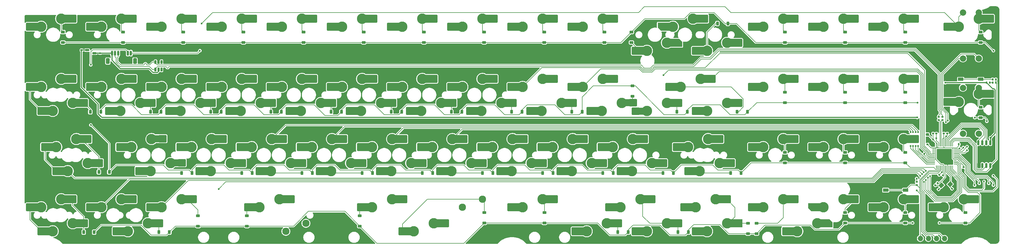
<source format=gbr>
%TF.GenerationSoftware,KiCad,Pcbnew,8.0.5*%
%TF.CreationDate,2024-09-17T11:40:19-04:00*%
%TF.ProjectId,Limousine,4c696d6f-7573-4696-9e65-2e6b69636164,rev?*%
%TF.SameCoordinates,Original*%
%TF.FileFunction,Copper,L2,Bot*%
%TF.FilePolarity,Positive*%
%FSLAX46Y46*%
G04 Gerber Fmt 4.6, Leading zero omitted, Abs format (unit mm)*
G04 Created by KiCad (PCBNEW 8.0.5) date 2024-09-17 11:40:19*
%MOMM*%
%LPD*%
G01*
G04 APERTURE LIST*
G04 Aperture macros list*
%AMRoundRect*
0 Rectangle with rounded corners*
0 $1 Rounding radius*
0 $2 $3 $4 $5 $6 $7 $8 $9 X,Y pos of 4 corners*
0 Add a 4 corners polygon primitive as box body*
4,1,4,$2,$3,$4,$5,$6,$7,$8,$9,$2,$3,0*
0 Add four circle primitives for the rounded corners*
1,1,$1+$1,$2,$3*
1,1,$1+$1,$4,$5*
1,1,$1+$1,$6,$7*
1,1,$1+$1,$8,$9*
0 Add four rect primitives between the rounded corners*
20,1,$1+$1,$2,$3,$4,$5,0*
20,1,$1+$1,$4,$5,$6,$7,0*
20,1,$1+$1,$6,$7,$8,$9,0*
20,1,$1+$1,$8,$9,$2,$3,0*%
%AMRotRect*
0 Rectangle, with rotation*
0 The origin of the aperture is its center*
0 $1 length*
0 $2 width*
0 $3 Rotation angle, in degrees counterclockwise*
0 Add horizontal line*
21,1,$1,$2,0,0,$3*%
%AMOutline4P*
0 Free polygon, 4 corners , with rotation*
0 The origin of the aperture is its center*
0 number of corners: always 4*
0 $1 to $8 corner X, Y*
0 $9 Rotation angle, in degrees counterclockwise*
0 create outline with 4 corners*
4,1,4,$1,$2,$3,$4,$5,$6,$7,$8,$1,$2,$9*%
%AMOutline5P*
0 Free polygon, 5 corners , with rotation*
0 The origin of the aperture is its center*
0 number of corners: always 5*
0 $1 to $10 corner X, Y*
0 $11 Rotation angle, in degrees counterclockwise*
0 create outline with 5 corners*
4,1,5,$1,$2,$3,$4,$5,$6,$7,$8,$9,$10,$1,$2,$11*%
%AMOutline6P*
0 Free polygon, 6 corners , with rotation*
0 The origin of the aperture is its center*
0 number of corners: always 6*
0 $1 to $12 corner X, Y*
0 $13 Rotation angle, in degrees counterclockwise*
0 create outline with 6 corners*
4,1,6,$1,$2,$3,$4,$5,$6,$7,$8,$9,$10,$11,$12,$1,$2,$13*%
%AMOutline7P*
0 Free polygon, 7 corners , with rotation*
0 The origin of the aperture is its center*
0 number of corners: always 7*
0 $1 to $14 corner X, Y*
0 $15 Rotation angle, in degrees counterclockwise*
0 create outline with 7 corners*
4,1,7,$1,$2,$3,$4,$5,$6,$7,$8,$9,$10,$11,$12,$13,$14,$1,$2,$15*%
%AMOutline8P*
0 Free polygon, 8 corners , with rotation*
0 The origin of the aperture is its center*
0 number of corners: always 8*
0 $1 to $16 corner X, Y*
0 $17 Rotation angle, in degrees counterclockwise*
0 create outline with 8 corners*
4,1,8,$1,$2,$3,$4,$5,$6,$7,$8,$9,$10,$11,$12,$13,$14,$15,$16,$1,$2,$17*%
G04 Aperture macros list end*
%TA.AperFunction,ComponentPad*%
%ADD10C,2.000000*%
%TD*%
%TA.AperFunction,ComponentPad*%
%ADD11RoundRect,0.500000X0.500000X-0.500000X0.500000X0.500000X-0.500000X0.500000X-0.500000X-0.500000X0*%
%TD*%
%TA.AperFunction,ComponentPad*%
%ADD12C,2.300000*%
%TD*%
%TA.AperFunction,SMDPad,CuDef*%
%ADD13RoundRect,0.140000X0.170000X-0.140000X0.170000X0.140000X-0.170000X0.140000X-0.170000X-0.140000X0*%
%TD*%
%TA.AperFunction,ComponentPad*%
%ADD14C,3.300000*%
%TD*%
%TA.AperFunction,SMDPad,CuDef*%
%ADD15R,1.650000X2.500000*%
%TD*%
%TA.AperFunction,SMDPad,CuDef*%
%ADD16RoundRect,0.250000X1.025000X1.000000X-1.025000X1.000000X-1.025000X-1.000000X1.025000X-1.000000X0*%
%TD*%
%TA.AperFunction,SMDPad,CuDef*%
%ADD17RoundRect,0.225000X0.375000X-0.225000X0.375000X0.225000X-0.375000X0.225000X-0.375000X-0.225000X0*%
%TD*%
%TA.AperFunction,SMDPad,CuDef*%
%ADD18RoundRect,0.250000X-1.025000X-1.000000X1.025000X-1.000000X1.025000X1.000000X-1.025000X1.000000X0*%
%TD*%
%TA.AperFunction,SMDPad,CuDef*%
%ADD19RoundRect,0.150000X-0.150000X0.475000X-0.150000X-0.475000X0.150000X-0.475000X0.150000X0.475000X0*%
%TD*%
%TA.AperFunction,SMDPad,CuDef*%
%ADD20RoundRect,0.225000X0.225000X0.375000X-0.225000X0.375000X-0.225000X-0.375000X0.225000X-0.375000X0*%
%TD*%
%TA.AperFunction,SMDPad,CuDef*%
%ADD21RoundRect,0.225000X-0.375000X0.225000X-0.375000X-0.225000X0.375000X-0.225000X0.375000X0.225000X0*%
%TD*%
%TA.AperFunction,SMDPad,CuDef*%
%ADD22RoundRect,0.140000X-0.170000X0.140000X-0.170000X-0.140000X0.170000X-0.140000X0.170000X0.140000X0*%
%TD*%
%TA.AperFunction,SMDPad,CuDef*%
%ADD23RoundRect,0.135000X-0.135000X-0.185000X0.135000X-0.185000X0.135000X0.185000X-0.135000X0.185000X0*%
%TD*%
%TA.AperFunction,SMDPad,CuDef*%
%ADD24RoundRect,0.135000X-0.185000X0.135000X-0.185000X-0.135000X0.185000X-0.135000X0.185000X0.135000X0*%
%TD*%
%TA.AperFunction,SMDPad,CuDef*%
%ADD25RoundRect,0.140000X0.021213X-0.219203X0.219203X-0.021213X-0.021213X0.219203X-0.219203X0.021213X0*%
%TD*%
%TA.AperFunction,SMDPad,CuDef*%
%ADD26RoundRect,0.140000X-0.140000X-0.170000X0.140000X-0.170000X0.140000X0.170000X-0.140000X0.170000X0*%
%TD*%
%TA.AperFunction,SMDPad,CuDef*%
%ADD27Outline5P,-1.275000X1.250000X0.275000X1.250000X1.275000X0.250000X1.275000X-1.250000X-1.275000X-1.250000X0.000000*%
%TD*%
%TA.AperFunction,SMDPad,CuDef*%
%ADD28R,1.700000X1.000000*%
%TD*%
%TA.AperFunction,SMDPad,CuDef*%
%ADD29RoundRect,0.050000X0.387500X0.050000X-0.387500X0.050000X-0.387500X-0.050000X0.387500X-0.050000X0*%
%TD*%
%TA.AperFunction,SMDPad,CuDef*%
%ADD30RoundRect,0.050000X0.050000X0.387500X-0.050000X0.387500X-0.050000X-0.387500X0.050000X-0.387500X0*%
%TD*%
%TA.AperFunction,HeatsinkPad*%
%ADD31R,3.200000X3.200000*%
%TD*%
%TA.AperFunction,SMDPad,CuDef*%
%ADD32RoundRect,0.150000X-0.512500X-0.150000X0.512500X-0.150000X0.512500X0.150000X-0.512500X0.150000X0*%
%TD*%
%TA.AperFunction,SMDPad,CuDef*%
%ADD33RoundRect,0.150000X-0.150000X-0.625000X0.150000X-0.625000X0.150000X0.625000X-0.150000X0.625000X0*%
%TD*%
%TA.AperFunction,SMDPad,CuDef*%
%ADD34RoundRect,0.250000X-0.350000X-0.650000X0.350000X-0.650000X0.350000X0.650000X-0.350000X0.650000X0*%
%TD*%
%TA.AperFunction,SMDPad,CuDef*%
%ADD35RoundRect,0.140000X-0.021213X0.219203X-0.219203X0.021213X0.021213X-0.219203X0.219203X-0.021213X0*%
%TD*%
%TA.AperFunction,SMDPad,CuDef*%
%ADD36R,1.650000X2.300000*%
%TD*%
%TA.AperFunction,SMDPad,CuDef*%
%ADD37RoundRect,0.230000X-1.045000X-0.920000X1.045000X-0.920000X1.045000X0.920000X-1.045000X0.920000X0*%
%TD*%
%TA.AperFunction,SMDPad,CuDef*%
%ADD38RoundRect,0.225000X0.250000X-0.225000X0.250000X0.225000X-0.250000X0.225000X-0.250000X-0.225000X0*%
%TD*%
%TA.AperFunction,SMDPad,CuDef*%
%ADD39RotRect,1.400000X1.200000X45.000000*%
%TD*%
%TA.AperFunction,SMDPad,CuDef*%
%ADD40Outline4P,-1.275000X1.250000X1.275000X1.250000X1.275000X-1.250000X-1.275000X-1.250000X0.000000*%
%TD*%
%TA.AperFunction,SMDPad,CuDef*%
%ADD41Outline5P,-1.275000X1.250000X0.275000X1.250000X1.275000X0.250000X1.275000X-1.250000X-1.275000X-1.250000X180.000000*%
%TD*%
%TA.AperFunction,SMDPad,CuDef*%
%ADD42RoundRect,0.150000X0.150000X-0.650000X0.150000X0.650000X-0.150000X0.650000X-0.150000X-0.650000X0*%
%TD*%
%TA.AperFunction,SMDPad,CuDef*%
%ADD43RoundRect,0.140000X0.219203X0.021213X0.021213X0.219203X-0.219203X-0.021213X-0.021213X-0.219203X0*%
%TD*%
%TA.AperFunction,SMDPad,CuDef*%
%ADD44RoundRect,0.230000X1.045000X0.920000X-1.045000X0.920000X-1.045000X-0.920000X1.045000X-0.920000X0*%
%TD*%
%TA.AperFunction,ComponentPad*%
%ADD45R,1.700000X1.700000*%
%TD*%
%TA.AperFunction,ComponentPad*%
%ADD46O,1.700000X1.700000*%
%TD*%
%TA.AperFunction,SMDPad,CuDef*%
%ADD47RoundRect,0.135000X0.035355X-0.226274X0.226274X-0.035355X-0.035355X0.226274X-0.226274X0.035355X0*%
%TD*%
%TA.AperFunction,ViaPad*%
%ADD48C,0.600000*%
%TD*%
%TA.AperFunction,ViaPad*%
%ADD49C,0.500000*%
%TD*%
%TA.AperFunction,Conductor*%
%ADD50C,0.200000*%
%TD*%
%TA.AperFunction,Conductor*%
%ADD51C,0.300000*%
%TD*%
G04 APERTURE END LIST*
D10*
%TO.P,SW2,A,A*%
%TO.N,ENC2A*%
X313412500Y-56712500D03*
%TO.P,SW2,B,B*%
%TO.N,ENC2B*%
X318412500Y-56712500D03*
D11*
%TO.P,SW2,C,C*%
%TO.N,GND*%
X315912500Y-56712500D03*
D10*
%TO.P,SW2,S1,S1*%
%TO.N,Net-(D32-A)*%
X318412500Y-42212500D03*
%TO.P,SW2,S2,S2*%
%TO.N,Col 15*%
X313412500Y-42212500D03*
%TD*%
D12*
%TO.P,MXS2,1,1*%
%TO.N,Col 7*%
X154939880Y-80010008D03*
%TO.P,MXS2,2,2*%
%TO.N,Net-(D55-A)*%
X161289880Y-77470008D03*
%TD*%
%TO.P,MXS1,1,1*%
%TO.N,Col 4*%
X105409928Y-85090008D03*
%TO.P,MXS1,2,2*%
%TO.N,Net-(D52-A)*%
X99059928Y-87630008D03*
%TD*%
D10*
%TO.P,SW1,A,A*%
%TO.N,ENC1A*%
X313412500Y-32900000D03*
%TO.P,SW1,B,B*%
%TO.N,ENC1B*%
X318412500Y-32900000D03*
D11*
%TO.P,SW1,C,C*%
%TO.N,GND*%
X315912500Y-32900000D03*
D10*
%TO.P,SW1,S1,S1*%
%TO.N,Net-(D16-A)*%
X318412500Y-18400000D03*
%TO.P,SW1,S2,S2*%
%TO.N,Col 15*%
X313412500Y-18400000D03*
%TD*%
D13*
%TO.P,C2,1*%
%TO.N,+3V3*%
X34329672Y-30259361D03*
%TO.P,C2,2*%
%TO.N,GND*%
X34329672Y-29299361D03*
%TD*%
D14*
%TO.P,MX9,1,1*%
%TO.N,Col 8*%
X173990000Y-22860000D03*
D15*
X172165000Y-22860000D03*
D16*
X170440000Y-22860000D03*
%TO.P,MX9,2,2*%
%TO.N,Net-(D9-A)*%
X183890000Y-20320000D03*
D15*
X182140000Y-20320000D03*
D14*
X180340000Y-20320000D03*
%TD*%
D17*
%TO.P,D6,1,K*%
%TO.N,Row 0*%
X123731928Y-27843750D03*
%TO.P,D6,2,A*%
%TO.N,Net-(D6-A)*%
X123731928Y-24543750D03*
%TD*%
%TO.P,D56,1,K*%
%TO.N,Row 3*%
X180899450Y-84993750D03*
%TO.P,D56,2,A*%
%TO.N,Net-(D56-A)*%
X180899450Y-81693750D03*
%TD*%
D18*
%TO.P,MX51,1,1*%
%TO.N,Col 1*%
X45503720Y-87630008D03*
D15*
X47253720Y-87630008D03*
D14*
X49053720Y-87630008D03*
%TO.P,MX51,2,2*%
%TO.N,Net-(D49-A)*%
X55403720Y-85090008D03*
D15*
X57228720Y-85090008D03*
D18*
X58953720Y-85090008D03*
%TD*%
D19*
%TO.P,U2,1,IO1*%
%TO.N,D+*%
X57787464Y-34047640D03*
%TO.P,U2,2,VN*%
%TO.N,GND*%
X58737464Y-34047641D03*
%TO.P,U2,3,IO2*%
%TO.N,unconnected-(U2-IO2-Pad3)*%
X59687464Y-34047640D03*
%TO.P,U2,4,IO3*%
%TO.N,unconnected-(U2-IO3-Pad4)*%
X59687464Y-36397640D03*
%TO.P,U2,5,VP*%
%TO.N,+5V*%
X58737464Y-36397639D03*
%TO.P,U2,6,IO4*%
%TO.N,D-*%
X57787464Y-36397640D03*
%TD*%
D20*
%TO.P,D43,1,K*%
%TO.N,Row 2*%
X221736880Y-69155488D03*
%TO.P,D43,2,A*%
%TO.N,Net-(D43-A)*%
X218436880Y-69155488D03*
%TD*%
D14*
%TO.P,MX20,1,1*%
%TO.N,Col 3*%
X78740000Y-41910000D03*
D15*
X76915000Y-41910000D03*
D16*
X75190000Y-41910000D03*
%TO.P,MX20,2,2*%
%TO.N,Net-(D20-A)*%
X88640000Y-39370000D03*
D15*
X86890000Y-39370000D03*
D14*
X85090000Y-39370000D03*
%TD*%
%TO.P,MX90,1,1*%
%TO.N,Col 11*%
X236378584Y-66040024D03*
D15*
X238203584Y-66040024D03*
D18*
X239928584Y-66040024D03*
%TO.P,MX90,2,2*%
%TO.N,Net-(D44-A)*%
X226478584Y-68580024D03*
D15*
X228228584Y-68580024D03*
D14*
X230028584Y-68580024D03*
%TD*%
D17*
%TO.P,D1,1,K*%
%TO.N,Row 0*%
X28482008Y-27843750D03*
%TO.P,D1,2,A*%
%TO.N,Net-(D1-A)*%
X28482008Y-24543750D03*
%TD*%
%TO.P,D3,1,K*%
%TO.N,Row 0*%
X66581976Y-27843750D03*
%TO.P,D3,2,A*%
%TO.N,Net-(D3-A)*%
X66581976Y-24543750D03*
%TD*%
D20*
%TO.P,D17,1,K*%
%TO.N,Row 1*%
X40444512Y-49807784D03*
%TO.P,D17,2,A*%
%TO.N,Net-(D17-A)*%
X37144512Y-49807784D03*
%TD*%
D21*
%TO.P,D11,1,K*%
%TO.N,Row 0*%
X208458432Y-24543750D03*
%TO.P,D11,2,A*%
%TO.N,Net-(D11-A)*%
X208458432Y-27843750D03*
%TD*%
D17*
%TO.P,D45,1,K*%
%TO.N,Row 2*%
X257081816Y-65943750D03*
%TO.P,D45,2,A*%
%TO.N,Net-(D45-A)*%
X257081816Y-62643750D03*
%TD*%
D14*
%TO.P,MX50,1,1*%
%TO.N,Col 1*%
X40640000Y-80010000D03*
D15*
X38815000Y-80010000D03*
D16*
X37090000Y-80010000D03*
%TO.P,MX50,2,2*%
%TO.N,Net-(D49-A)*%
X50540000Y-77470000D03*
D15*
X48790000Y-77470000D03*
D14*
X46990000Y-77470000D03*
%TD*%
D16*
%TO.P,MX36,1,1*%
%TO.N,Col 4*%
X98164952Y-58420048D03*
D15*
X96414952Y-58420048D03*
D14*
X94614952Y-58420048D03*
%TO.P,MX36,2,2*%
%TO.N,Net-(D37-A)*%
X88264952Y-60960048D03*
D15*
X86439952Y-60960048D03*
D16*
X84714952Y-60960048D03*
%TD*%
D17*
%TO.P,D62,1,K*%
%TO.N,Row 3*%
X295181784Y-84993750D03*
%TO.P,D62,2,A*%
%TO.N,Net-(D62-A)*%
X295181784Y-81693750D03*
%TD*%
%TO.P,D63,1,K*%
%TO.N,Row 3*%
X314231768Y-84993750D03*
%TO.P,D63,2,A*%
%TO.N,Net-(D63-A)*%
X314231768Y-81693750D03*
%TD*%
D22*
%TO.P,C1,1*%
%TO.N,+5V*%
X40233420Y-31209360D03*
%TO.P,C1,2*%
%TO.N,GND*%
X40233420Y-32169360D03*
%TD*%
D14*
%TO.P,MX16,1,1*%
%TO.N,Col 15*%
X312102500Y-22860000D03*
D15*
X310277500Y-22860000D03*
D16*
X308552500Y-22860000D03*
%TO.P,MX16,2,2*%
%TO.N,Net-(D16-A)*%
X322002500Y-20320000D03*
D15*
X320252500Y-20320000D03*
D14*
X318452500Y-20320000D03*
%TD*%
D20*
%TO.P,D27,1,K*%
%TO.N,Row 1*%
X226181856Y-49807784D03*
%TO.P,D27,2,A*%
%TO.N,Net-(D27-A)*%
X222881856Y-49807784D03*
%TD*%
D17*
%TO.P,D59,1,K*%
%TO.N,Row 3*%
X245367776Y-88367192D03*
%TO.P,D59,2,A*%
%TO.N,Net-(D59-A)*%
X245367776Y-85067192D03*
%TD*%
D14*
%TO.P,MX5,1,1*%
%TO.N,Col 4*%
X97790000Y-22860000D03*
D15*
X95965000Y-22860000D03*
D16*
X94240000Y-22860000D03*
%TO.P,MX5,2,2*%
%TO.N,Net-(D5-A)*%
X107690000Y-20320000D03*
D15*
X105940000Y-20320000D03*
D14*
X104140000Y-20320000D03*
%TD*%
D23*
%TO.P,R4,1*%
%TO.N,Net-(R3-Pad2)*%
X322800276Y-40574184D03*
%TO.P,R4,2*%
%TO.N,Q_SEL*%
X323820276Y-40574184D03*
%TD*%
D16*
%TO.P,MX37,1,1*%
%TO.N,Col 5*%
X117214952Y-58420048D03*
D15*
X115464952Y-58420048D03*
D14*
X113664952Y-58420048D03*
%TO.P,MX37,2,2*%
%TO.N,Net-(D38-A)*%
X107314952Y-60960048D03*
D15*
X105489952Y-60960048D03*
D16*
X103764952Y-60960048D03*
%TD*%
D20*
%TO.P,D44,1,K*%
%TO.N,Row 2*%
X243148248Y-69155488D03*
%TO.P,D44,2,A*%
%TO.N,Net-(D44-A)*%
X239848248Y-69155488D03*
%TD*%
%TO.P,D22,1,K*%
%TO.N,Row 1*%
X135694432Y-49807784D03*
%TO.P,D22,2,A*%
%TO.N,Net-(D22-A)*%
X132394432Y-49807784D03*
%TD*%
D18*
%TO.P,MX49,1,1*%
%TO.N,Col 0*%
X21691240Y-87630008D03*
D15*
X23441240Y-87630008D03*
D14*
X25241240Y-87630008D03*
%TO.P,MX49,2,2*%
%TO.N,Net-(D48-A)*%
X31591240Y-85090008D03*
D15*
X33416240Y-85090008D03*
D18*
X35141240Y-85090008D03*
%TD*%
D14*
%TO.P,MX82,1,1*%
%TO.N,Col 3*%
X81597464Y-66040024D03*
D15*
X83422464Y-66040024D03*
D18*
X85147464Y-66040024D03*
%TO.P,MX82,2,2*%
%TO.N,Net-(D36-A)*%
X71697464Y-68580024D03*
D15*
X73447464Y-68580024D03*
D14*
X75247464Y-68580024D03*
%TD*%
D16*
%TO.P,MX44,1,1*%
%TO.N,Col 11*%
X236277336Y-58420024D03*
D15*
X234527336Y-58420024D03*
D14*
X232727336Y-58420024D03*
%TO.P,MX44,2,2*%
%TO.N,Net-(D44-A)*%
X226377336Y-60960024D03*
D15*
X224552336Y-60960024D03*
D16*
X222827336Y-60960024D03*
%TD*%
D14*
%TO.P,MX30,1,1*%
%TO.N,Col 13*%
X269240000Y-41910000D03*
D15*
X267415000Y-41910000D03*
D16*
X265690000Y-41910000D03*
%TO.P,MX30,2,2*%
%TO.N,Net-(D30-A)*%
X279140000Y-39370000D03*
D15*
X277390000Y-39370000D03*
D14*
X275590000Y-39370000D03*
%TD*%
D24*
%TO.P,R8,1*%
%TO.N,D-*%
X305748572Y-51375112D03*
%TO.P,R8,2*%
%TO.N,Net-(U3-USB_DM)*%
X305748572Y-52395112D03*
%TD*%
D17*
%TO.P,D13,1,K*%
%TO.N,Row 0*%
X257081816Y-27843750D03*
%TO.P,D13,2,A*%
%TO.N,Net-(D13-A)*%
X257081816Y-24543750D03*
%TD*%
D14*
%TO.P,MX52,1,1*%
%TO.N,Col 2*%
X59690000Y-80010000D03*
D15*
X57865000Y-80010000D03*
D16*
X56140000Y-80010000D03*
%TO.P,MX52,2,2*%
%TO.N,Net-(D50-A)*%
X69590000Y-77470000D03*
D15*
X67840000Y-77470000D03*
D14*
X66040000Y-77470000D03*
%TD*%
D17*
%TO.P,D15,1,K*%
%TO.N,Row 0*%
X295181784Y-27843750D03*
%TO.P,D15,2,A*%
%TO.N,Net-(D15-A)*%
X295181784Y-24543750D03*
%TD*%
D25*
%TO.P,C10,1*%
%TO.N,GND*%
X309278689Y-74846379D03*
%TO.P,C10,2*%
%TO.N,XIN*%
X309957511Y-74167557D03*
%TD*%
D16*
%TO.P,MX54,1,1*%
%TO.N,Col 6*%
X136264904Y-77470000D03*
D15*
X134514904Y-77470000D03*
D14*
X132714904Y-77470000D03*
%TO.P,MX54,2,2*%
%TO.N,Net-(D54-A)*%
X126364904Y-80010000D03*
D15*
X124539904Y-80010000D03*
D16*
X122814904Y-80010000D03*
%TD*%
D17*
%TO.P,D31,1,K*%
%TO.N,Row 1*%
X295181784Y-46893750D03*
%TO.P,D31,2,A*%
%TO.N,Net-(D31-A)*%
X295181784Y-43593750D03*
%TD*%
D14*
%TO.P,MX83,1,1*%
%TO.N,Col 4*%
X100647448Y-66040024D03*
D15*
X102472448Y-66040024D03*
D18*
X104197448Y-66040024D03*
%TO.P,MX83,2,2*%
%TO.N,Net-(D37-A)*%
X90747448Y-68580024D03*
D15*
X92497448Y-68580024D03*
D14*
X94297448Y-68580024D03*
%TD*%
D18*
%TO.P,MX74,1,1*%
%TO.N,Col 5*%
X119322408Y-49530000D03*
D15*
X121072408Y-49530000D03*
D14*
X122872408Y-49530000D03*
%TO.P,MX74,2,2*%
%TO.N,Net-(D22-A)*%
X129222408Y-46990000D03*
D15*
X131047408Y-46990000D03*
D18*
X132772408Y-46990000D03*
%TD*%
D20*
%TO.P,D41,1,K*%
%TO.N,Row 2*%
X183636912Y-69155488D03*
%TO.P,D41,2,A*%
%TO.N,Net-(D41-A)*%
X180336912Y-69155488D03*
%TD*%
D14*
%TO.P,MX47,1,1*%
%TO.N,Col 14*%
X288290000Y-60960000D03*
D15*
X286465000Y-60960000D03*
D16*
X284740000Y-60960000D03*
%TO.P,MX47,2,2*%
%TO.N,Net-(D47-A)*%
X298190000Y-58420000D03*
D15*
X296440000Y-58420000D03*
D14*
X294640000Y-58420000D03*
%TD*%
D24*
%TO.P,R7,1*%
%TO.N,D+*%
X306939196Y-51375112D03*
%TO.P,R7,2*%
%TO.N,Net-(U3-USB_DP)*%
X306939196Y-52395112D03*
%TD*%
D17*
%TO.P,D60,1,K*%
%TO.N,Row 3*%
X248046680Y-88367192D03*
%TO.P,D60,2,A*%
%TO.N,Net-(D60-A)*%
X248046680Y-85067192D03*
%TD*%
D26*
%TO.P,C7,1*%
%TO.N,+3V3*%
X312114660Y-60070652D03*
%TO.P,C7,2*%
%TO.N,GND*%
X313074660Y-60070652D03*
%TD*%
D18*
%TO.P,MX73,1,1*%
%TO.N,Col 4*%
X100272424Y-49530000D03*
D15*
X102022424Y-49530000D03*
D14*
X103822424Y-49530000D03*
%TO.P,MX73,2,2*%
%TO.N,Net-(D21-A)*%
X110172424Y-46990000D03*
D15*
X111997424Y-46990000D03*
D18*
X113722424Y-46990000D03*
%TD*%
D17*
%TO.P,D29,1,K*%
%TO.N,Row 1*%
X257081816Y-46893750D03*
%TO.P,D29,2,A*%
%TO.N,Net-(D29-A)*%
X257081816Y-43593750D03*
%TD*%
D14*
%TO.P,MX1,1,1*%
%TO.N,Col 0*%
X21590000Y-22860000D03*
D15*
X19765000Y-22860000D03*
D16*
X18040000Y-22860000D03*
%TO.P,MX1,2,2*%
%TO.N,Net-(D1-A)*%
X31490000Y-20320000D03*
D15*
X29740000Y-20320000D03*
D14*
X27940000Y-20320000D03*
%TD*%
D20*
%TO.P,D19,1,K*%
%TO.N,Row 1*%
X78544480Y-49807784D03*
%TO.P,D19,2,A*%
%TO.N,Net-(D19-A)*%
X75244480Y-49807784D03*
%TD*%
D14*
%TO.P,MX66,1,1*%
%TO.N,Col 15*%
X307340000Y-80010000D03*
D15*
X305515000Y-80010000D03*
D16*
X303790000Y-80010000D03*
%TO.P,MX66,2,2*%
%TO.N,Net-(D63-A)*%
X317240000Y-77470000D03*
D15*
X315490000Y-77470000D03*
D14*
X313690000Y-77470000D03*
%TD*%
D17*
%TO.P,D30,1,K*%
%TO.N,Row 1*%
X276131800Y-46893750D03*
%TO.P,D30,2,A*%
%TO.N,Net-(D30-A)*%
X276131800Y-43593750D03*
%TD*%
D22*
%TO.P,C8,1*%
%TO.N,+3V3*%
X313636456Y-67329708D03*
%TO.P,C8,2*%
%TO.N,GND*%
X313636456Y-68289708D03*
%TD*%
D14*
%TO.P,MX55,1,1*%
%TO.N,Col 7*%
X145891144Y-85090000D03*
D15*
X147716144Y-85090000D03*
D18*
X149441144Y-85090000D03*
%TO.P,MX55,2,2*%
%TO.N,Net-(D55-A)*%
X135991144Y-87630000D03*
D15*
X137741144Y-87630000D03*
D14*
X139541144Y-87630000D03*
%TD*%
D20*
%TO.P,D12,1,K*%
%TO.N,Row 0*%
X238981064Y-21828120D03*
%TO.P,D12,2,A*%
%TO.N,Net-(D12-A)*%
X235681064Y-21828120D03*
%TD*%
D14*
%TO.P,MX84,1,1*%
%TO.N,Col 5*%
X119697432Y-66040024D03*
D15*
X121522432Y-66040024D03*
D18*
X123247432Y-66040024D03*
%TO.P,MX84,2,2*%
%TO.N,Net-(D38-A)*%
X109797432Y-68580024D03*
D15*
X111547432Y-68580024D03*
D14*
X113347432Y-68580024D03*
%TD*%
D13*
%TO.P,C3,1*%
%TO.N,+1V1*%
X305004432Y-56681124D03*
%TO.P,C3,2*%
%TO.N,GND*%
X305004432Y-55721124D03*
%TD*%
D17*
%TO.P,D7,1,K*%
%TO.N,Row 0*%
X142781912Y-27843750D03*
%TO.P,D7,2,A*%
%TO.N,Net-(D7-A)*%
X142781912Y-24543750D03*
%TD*%
D14*
%TO.P,MX28,1,1*%
%TO.N,Col 11*%
X238760000Y-46990000D03*
D15*
X240585000Y-46990000D03*
D18*
X242310000Y-46990000D03*
%TO.P,MX28,2,2*%
%TO.N,Net-(D28-A)*%
X228860000Y-49530000D03*
D15*
X230610000Y-49530000D03*
D14*
X232410000Y-49530000D03*
%TD*%
D17*
%TO.P,D55,1,K*%
%TO.N,Row 3*%
X161849330Y-84993750D03*
%TO.P,D55,2,A*%
%TO.N,Net-(D55-A)*%
X161849330Y-81693750D03*
%TD*%
D14*
%TO.P,MX63,1,1*%
%TO.N,Col 13*%
X267334792Y-85090000D03*
D15*
X269159792Y-85090000D03*
D27*
X270884792Y-85090000D03*
D18*
%TO.P,MX63,2,2*%
%TO.N,Net-(D61-A)*%
X257434792Y-87630000D03*
D15*
X259184792Y-87630000D03*
D14*
X260984792Y-87630000D03*
%TD*%
D18*
%TO.P,MX71,1,1*%
%TO.N,Col 2*%
X62172456Y-49530000D03*
D15*
X63922456Y-49530000D03*
D14*
X65722456Y-49530000D03*
%TO.P,MX71,2,2*%
%TO.N,Net-(D19-A)*%
X72072456Y-46990000D03*
D15*
X73897456Y-46990000D03*
D18*
X75622456Y-46990000D03*
%TD*%
D20*
%TO.P,D38,1,K*%
%TO.N,Row 2*%
X126486960Y-69155488D03*
%TO.P,D38,2,A*%
%TO.N,Net-(D38-A)*%
X123186960Y-69155488D03*
%TD*%
D14*
%TO.P,MX70,1,1*%
%TO.N,Col 1*%
X40640000Y-41910000D03*
D15*
X38815000Y-41910000D03*
D16*
X37090000Y-41910000D03*
%TO.P,MX70,2,2*%
%TO.N,Net-(D18-A)*%
X50540000Y-39370000D03*
D15*
X48790000Y-39370000D03*
D14*
X46990000Y-39370000D03*
%TD*%
D20*
%TO.P,D23,1,K*%
%TO.N,Row 1*%
X154744416Y-49807784D03*
%TO.P,D23,2,A*%
%TO.N,Net-(D23-A)*%
X151444416Y-49807784D03*
%TD*%
D23*
%TO.P,R6,1*%
%TO.N,Net-(BOOT1-Pad2)*%
X322800276Y-39532388D03*
%TO.P,R6,2*%
%TO.N,Q_SEL*%
X323820276Y-39532388D03*
%TD*%
D18*
%TO.P,MX80,1,1*%
%TO.N,Col 0*%
X26453752Y-68580024D03*
D15*
X28203752Y-68580024D03*
D14*
X30003752Y-68580024D03*
%TO.P,MX80,2,2*%
%TO.N,Net-(D33-A)*%
X36353752Y-66040024D03*
D15*
X38178752Y-66040024D03*
D18*
X39903752Y-66040024D03*
%TD*%
D14*
%TO.P,MX19,1,1*%
%TO.N,Col 2*%
X59690000Y-41910000D03*
D15*
X57865000Y-41910000D03*
D16*
X56140000Y-41910000D03*
%TO.P,MX19,2,2*%
%TO.N,Net-(D19-A)*%
X69590000Y-39370000D03*
D15*
X67840000Y-39370000D03*
D14*
X66040000Y-39370000D03*
%TD*%
D28*
%TO.P,RST1,1,1*%
%TO.N,GND*%
X295250000Y-70821032D03*
X288950000Y-70821032D03*
%TO.P,RST1,2,2*%
%TO.N,RESET*%
X295250000Y-74621032D03*
X288950000Y-74621032D03*
%TD*%
D29*
%TO.P,U3,1,IOVDD*%
%TO.N,+3V3*%
X310972008Y-61191352D03*
%TO.P,U3,2,GPIO0*%
%TO.N,ENC1B*%
X310972008Y-61591352D03*
%TO.P,U3,3,GPIO1*%
%TO.N,ENC1A*%
X310972008Y-61991352D03*
%TO.P,U3,4,GPIO2*%
%TO.N,ENC2A*%
X310972008Y-62391352D03*
%TO.P,U3,5,GPIO3*%
%TO.N,ENC2B*%
X310972008Y-62791352D03*
%TO.P,U3,6,GPIO4*%
%TO.N,Col 12*%
X310972008Y-63191352D03*
%TO.P,U3,7,GPIO5*%
%TO.N,Col 13*%
X310972008Y-63591352D03*
%TO.P,U3,8,GPIO6*%
%TO.N,Col 14*%
X310972008Y-63991352D03*
%TO.P,U3,9,GPIO7*%
%TO.N,Col 15*%
X310972008Y-64391352D03*
%TO.P,U3,10,IOVDD*%
%TO.N,+3V3*%
X310972008Y-64791352D03*
%TO.P,U3,11,GPIO8*%
%TO.N,unconnected-(U3-GPIO8-Pad11)*%
X310972008Y-65191352D03*
%TO.P,U3,12,GPIO9*%
%TO.N,Row 1*%
X310972008Y-65591352D03*
%TO.P,U3,13,GPIO10*%
%TO.N,Row 0*%
X310972008Y-65991352D03*
%TO.P,U3,14,GPIO11*%
%TO.N,Row 3*%
X310972008Y-66391352D03*
D30*
%TO.P,U3,15,GPIO12*%
%TO.N,Col 3*%
X310134508Y-67228852D03*
%TO.P,U3,16,GPIO13*%
%TO.N,Col 2*%
X309734508Y-67228852D03*
%TO.P,U3,17,GPIO14*%
%TO.N,Col 1*%
X309334508Y-67228852D03*
%TO.P,U3,18,GPIO15*%
%TO.N,Col 0*%
X308934508Y-67228852D03*
%TO.P,U3,19,TESTEN*%
%TO.N,GND*%
X308534508Y-67228852D03*
%TO.P,U3,20,XIN*%
%TO.N,XIN*%
X308134508Y-67228852D03*
%TO.P,U3,21,XOUT*%
%TO.N,XOUT*%
X307734508Y-67228852D03*
%TO.P,U3,22,IOVDD*%
%TO.N,+3V3*%
X307334508Y-67228852D03*
%TO.P,U3,23,DVDD*%
%TO.N,+1V1*%
X306934508Y-67228852D03*
%TO.P,U3,24,SWCLK*%
%TO.N,SWC*%
X306534508Y-67228852D03*
%TO.P,U3,25,SWD*%
%TO.N,SWD*%
X306134508Y-67228852D03*
%TO.P,U3,26,RUN*%
%TO.N,RESET*%
X305734508Y-67228852D03*
%TO.P,U3,27,GPIO16*%
%TO.N,Row 2*%
X305334508Y-67228852D03*
%TO.P,U3,28,GPIO17*%
%TO.N,unconnected-(U3-GPIO17-Pad28)*%
X304934508Y-67228852D03*
D29*
%TO.P,U3,29,GPIO18*%
%TO.N,Col 7*%
X304097008Y-66391352D03*
%TO.P,U3,30,GPIO19*%
%TO.N,Col 6*%
X304097008Y-65991352D03*
%TO.P,U3,31,GPIO20*%
%TO.N,Col 5*%
X304097008Y-65591352D03*
%TO.P,U3,32,GPIO21*%
%TO.N,Col 4*%
X304097008Y-65191352D03*
%TO.P,U3,33,IOVDD*%
%TO.N,+3V3*%
X304097008Y-64791352D03*
%TO.P,U3,34,GPIO22*%
%TO.N,Col 11*%
X304097008Y-64391352D03*
%TO.P,U3,35,GPIO23*%
%TO.N,Col 10*%
X304097008Y-63991352D03*
%TO.P,U3,36,GPIO24*%
%TO.N,Col 9*%
X304097008Y-63591352D03*
%TO.P,U3,37,GPIO25*%
%TO.N,Col 8*%
X304097008Y-63191352D03*
%TO.P,U3,38,GPIO26_ADC0*%
%TO.N,unconnected-(U3-GPIO26_ADC0-Pad38)*%
X304097008Y-62791352D03*
%TO.P,U3,39,GPIO27_ADC1*%
%TO.N,unconnected-(U3-GPIO27_ADC1-Pad39)*%
X304097008Y-62391352D03*
%TO.P,U3,40,GPIO28_ADC2*%
%TO.N,unconnected-(U3-GPIO28_ADC2-Pad40)*%
X304097008Y-61991352D03*
%TO.P,U3,41,GPIO29_ADC3*%
%TO.N,unconnected-(U3-GPIO29_ADC3-Pad41)*%
X304097008Y-61591352D03*
%TO.P,U3,42,IOVDD*%
%TO.N,+3V3*%
X304097008Y-61191352D03*
D30*
%TO.P,U3,43,ADC_AVDD*%
X304934508Y-60353852D03*
%TO.P,U3,44,VREG_IN*%
X305334508Y-60353852D03*
%TO.P,U3,45,VREG_VOUT*%
%TO.N,+1V1*%
X305734508Y-60353852D03*
%TO.P,U3,46,USB_DM*%
%TO.N,Net-(U3-USB_DM)*%
X306134508Y-60353852D03*
%TO.P,U3,47,USB_DP*%
%TO.N,Net-(U3-USB_DP)*%
X306534508Y-60353852D03*
%TO.P,U3,48,USB_VDD*%
%TO.N,+3V3*%
X306934508Y-60353852D03*
%TO.P,U3,49,IOVDD*%
X307334508Y-60353852D03*
%TO.P,U3,50,DVDD*%
%TO.N,+1V1*%
X307734508Y-60353852D03*
%TO.P,U3,51,QSPI_SD3*%
%TO.N,Q_IO3*%
X308134508Y-60353852D03*
%TO.P,U3,52,QSPI_SCLK*%
%TO.N,Q_CLK*%
X308534508Y-60353852D03*
%TO.P,U3,53,QSPI_SD0*%
%TO.N,Q_IO0*%
X308934508Y-60353852D03*
%TO.P,U3,54,QSPI_SD2*%
%TO.N,Q_IO2*%
X309334508Y-60353852D03*
%TO.P,U3,55,QSPI_SD1*%
%TO.N,Q_IO1*%
X309734508Y-60353852D03*
%TO.P,U3,56,QSPI_SS*%
%TO.N,Q_SEL*%
X310134508Y-60353852D03*
D31*
%TO.P,U3,57,GND*%
%TO.N,GND*%
X307534508Y-63791352D03*
%TD*%
D20*
%TO.P,D21,1,K*%
%TO.N,Row 1*%
X116644448Y-49807784D03*
%TO.P,D21,2,A*%
%TO.N,Net-(D21-A)*%
X113344448Y-49807784D03*
%TD*%
%TO.P,D49,1,K*%
%TO.N,Row 3*%
X62173400Y-87907816D03*
%TO.P,D49,2,A*%
%TO.N,Net-(D49-A)*%
X58873400Y-87907816D03*
%TD*%
D32*
%TO.P,U1,1,GND*%
%TO.N,GND*%
X36168732Y-32159359D03*
%TO.P,U1,2,VO*%
%TO.N,+3V3*%
X36168732Y-30259361D03*
%TO.P,U1,3,VI*%
%TO.N,+5V*%
X38443732Y-31209360D03*
%TD*%
D18*
%TO.P,MX69,1,1*%
%TO.N,Col 0*%
X21691240Y-49530000D03*
D15*
X23441240Y-49530000D03*
D14*
X25241240Y-49530000D03*
%TO.P,MX69,2,2*%
%TO.N,Net-(D17-A)*%
X31591240Y-46990000D03*
D15*
X33416240Y-46990000D03*
D18*
X35141240Y-46990000D03*
%TD*%
D16*
%TO.P,MX35,1,1*%
%TO.N,Col 3*%
X79114968Y-58420048D03*
D15*
X77364968Y-58420048D03*
D14*
X75564968Y-58420048D03*
%TO.P,MX35,2,2*%
%TO.N,Net-(D36-A)*%
X69214968Y-60960048D03*
D15*
X67389968Y-60960048D03*
D16*
X65664968Y-60960048D03*
%TD*%
D17*
%TO.P,D52,1,K*%
%TO.N,Row 3*%
X86717128Y-85985944D03*
%TO.P,D52,2,A*%
%TO.N,Net-(D52-A)*%
X86717128Y-82685944D03*
%TD*%
D14*
%TO.P,MX31,1,1*%
%TO.N,Col 14*%
X288290000Y-41910000D03*
D15*
X286465000Y-41910000D03*
D16*
X284740000Y-41910000D03*
%TO.P,MX31,2,2*%
%TO.N,Net-(D31-A)*%
X298190000Y-39370000D03*
D15*
X296440000Y-39370000D03*
D14*
X294640000Y-39370000D03*
%TD*%
D17*
%TO.P,D4,1,K*%
%TO.N,Row 0*%
X85631960Y-27843750D03*
%TO.P,D4,2,A*%
%TO.N,Net-(D4-A)*%
X85631960Y-24543750D03*
%TD*%
D14*
%TO.P,MX10,1,1*%
%TO.N,Col 9*%
X193040000Y-22860000D03*
D15*
X191215000Y-22860000D03*
D16*
X189490000Y-22860000D03*
%TO.P,MX10,2,2*%
%TO.N,Net-(D10-A)*%
X202940000Y-20320000D03*
D15*
X201190000Y-20320000D03*
D14*
X199390000Y-20320000D03*
%TD*%
D17*
%TO.P,D50,1,K*%
%TO.N,Row 3*%
X71239016Y-85985944D03*
%TO.P,D50,2,A*%
%TO.N,Net-(D50-A)*%
X71239016Y-82685944D03*
%TD*%
D14*
%TO.P,MX12,1,1*%
%TO.N,Col 11*%
X238760000Y-27940000D03*
D15*
X240585000Y-27940000D03*
D18*
X242310000Y-27940000D03*
%TO.P,MX12,2,2*%
%TO.N,Net-(D12-A)*%
X228860000Y-30480000D03*
D15*
X230610000Y-30480000D03*
D14*
X232410000Y-30480000D03*
%TD*%
D18*
%TO.P,MX77,1,1*%
%TO.N,Col 8*%
X176472360Y-49530000D03*
D15*
X178222360Y-49530000D03*
D14*
X180022360Y-49530000D03*
%TO.P,MX77,2,2*%
%TO.N,Net-(D25-A)*%
X186372360Y-46990000D03*
D15*
X188197360Y-46990000D03*
D18*
X189922360Y-46990000D03*
%TD*%
D14*
%TO.P,MX23,1,1*%
%TO.N,Col 6*%
X135890000Y-41910000D03*
D15*
X134065000Y-41910000D03*
D16*
X132340000Y-41910000D03*
%TO.P,MX23,2,2*%
%TO.N,Net-(D23-A)*%
X145790000Y-39370000D03*
D15*
X144040000Y-39370000D03*
D14*
X142240000Y-39370000D03*
%TD*%
%TO.P,MX17,1,1*%
%TO.N,Col 0*%
X21590000Y-41910000D03*
D15*
X19765000Y-41910000D03*
D16*
X18040000Y-41910000D03*
%TO.P,MX17,2,2*%
%TO.N,Net-(D17-A)*%
X31490000Y-39370000D03*
D15*
X29740000Y-39370000D03*
D14*
X27940000Y-39370000D03*
%TD*%
D33*
%TO.P,J1,1,Pin_1*%
%TO.N,+5V*%
X43996064Y-31209360D03*
%TO.P,J1,2,Pin_2*%
%TO.N,D-*%
X44996064Y-31209360D03*
%TO.P,J1,3,Pin_3*%
%TO.N,D+*%
X45996064Y-31209360D03*
%TO.P,J1,4,Pin_4*%
%TO.N,GND*%
X46996064Y-31209360D03*
%TO.P,J1,5,Pin_5*%
X47996064Y-31209360D03*
%TO.P,J1,6,Pin_6*%
%TO.N,Row 2*%
X48996064Y-31209360D03*
%TO.P,J1,7,Pin_7*%
%TO.N,Col 15*%
X49996064Y-31209360D03*
D34*
%TO.P,J1,MP*%
%TO.N,N/C*%
X42696064Y-33734360D03*
X51296064Y-33734360D03*
%TD*%
D14*
%TO.P,MX24,1,1*%
%TO.N,Col 7*%
X154940000Y-41910000D03*
D15*
X153115000Y-41910000D03*
D16*
X151390000Y-41910000D03*
%TO.P,MX24,2,2*%
%TO.N,Net-(D24-A)*%
X164840000Y-39370000D03*
D15*
X163090000Y-39370000D03*
D14*
X161290000Y-39370000D03*
%TD*%
D20*
%TO.P,D35,1,K*%
%TO.N,Row 2*%
X69337008Y-69155488D03*
%TO.P,D35,2,A*%
%TO.N,Net-(D35-A)*%
X66037008Y-69155488D03*
%TD*%
D18*
%TO.P,MX75,1,1*%
%TO.N,Col 6*%
X138372392Y-49530000D03*
D15*
X140122392Y-49530000D03*
D14*
X141922392Y-49530000D03*
%TO.P,MX75,2,2*%
%TO.N,Net-(D23-A)*%
X148272392Y-46990000D03*
D15*
X150097392Y-46990000D03*
D18*
X151822392Y-46990000D03*
%TD*%
D16*
%TO.P,MX53,1,1*%
%TO.N,Col 4*%
X100546184Y-77470000D03*
D15*
X98796184Y-77470000D03*
D14*
X96996184Y-77470000D03*
%TO.P,MX53,2,2*%
%TO.N,Net-(D52-A)*%
X90646184Y-80010000D03*
D15*
X88821184Y-80010000D03*
D16*
X87096184Y-80010000D03*
%TD*%
D35*
%TO.P,C13,1*%
%TO.N,+3V3*%
X307072937Y-69896056D03*
%TO.P,C13,2*%
%TO.N,GND*%
X306394115Y-70574878D03*
%TD*%
D14*
%TO.P,MX81,1,1*%
%TO.N,Col 2*%
X62547480Y-66040024D03*
D36*
X64372480Y-65940024D03*
D37*
X66097479Y-65940024D03*
D18*
%TO.P,MX81,2,2*%
%TO.N,Net-(D35-A)*%
X52647480Y-68580024D03*
D15*
X54397480Y-68580024D03*
D14*
X56197480Y-68580024D03*
%TD*%
%TO.P,MX85,1,1*%
%TO.N,Col 6*%
X138747416Y-66040024D03*
D15*
X140572416Y-66040024D03*
D18*
X142297416Y-66040024D03*
%TO.P,MX85,2,2*%
%TO.N,Net-(D39-A)*%
X128847416Y-68580024D03*
D15*
X130597416Y-68580024D03*
D14*
X132397416Y-68580024D03*
%TD*%
D17*
%TO.P,D32,1,K*%
%TO.N,Row 1*%
X318994264Y-51656250D03*
%TO.P,D32,2,A*%
%TO.N,Net-(D32-A)*%
X318994264Y-48356250D03*
%TD*%
D37*
%TO.P,MX27,1,1*%
%TO.N,Col 10*%
X209810000Y-49630000D03*
D36*
X211560000Y-49630000D03*
D14*
X213360000Y-49530000D03*
%TO.P,MX27,2,2*%
%TO.N,Net-(D27-A)*%
X219710000Y-46990000D03*
D15*
X221535000Y-46990000D03*
D18*
X223260000Y-46990000D03*
%TD*%
D14*
%TO.P,MX26,1,1*%
%TO.N,Col 9*%
X193040000Y-41910000D03*
D15*
X191215000Y-41910000D03*
D16*
X189490000Y-41910000D03*
%TO.P,MX26,2,2*%
%TO.N,Net-(D26-A)*%
X202940000Y-39370000D03*
D15*
X201190000Y-39370000D03*
D14*
X199390000Y-39370000D03*
%TD*%
D20*
%TO.P,D48,1,K*%
%TO.N,Row 3*%
X38360920Y-87907816D03*
%TO.P,D48,2,A*%
%TO.N,Net-(D48-A)*%
X35060920Y-87907816D03*
%TD*%
D21*
%TO.P,D26,1,K*%
%TO.N,Row 1*%
X208756088Y-41609352D03*
%TO.P,D26,2,A*%
%TO.N,Net-(D26-A)*%
X208756088Y-44909352D03*
%TD*%
D14*
%TO.P,MX13,1,1*%
%TO.N,Col 12*%
X250190000Y-22860000D03*
D15*
X248365000Y-22860000D03*
D16*
X246640000Y-22860000D03*
%TO.P,MX13,2,2*%
%TO.N,Net-(D13-A)*%
X260090000Y-20320000D03*
D15*
X258340000Y-20320000D03*
D14*
X256540000Y-20320000D03*
%TD*%
D38*
%TO.P,C5,1*%
%TO.N,+3V3*%
X302220072Y-56976124D03*
%TO.P,C5,2*%
%TO.N,GND*%
X302220072Y-55426124D03*
%TD*%
D20*
%TO.P,D39,1,K*%
%TO.N,Row 2*%
X145536944Y-69155488D03*
%TO.P,D39,2,A*%
%TO.N,Net-(D39-A)*%
X142236944Y-69155488D03*
%TD*%
D39*
%TO.P,Y1,1,1*%
%TO.N,Net-(C12-Pad2)*%
X306602134Y-73046637D03*
%TO.P,Y1,2,2*%
%TO.N,GND*%
X308157769Y-71491002D03*
%TO.P,Y1,3,3*%
%TO.N,XIN*%
X309359850Y-72693083D03*
%TO.P,Y1,4,4*%
%TO.N,GND*%
X307804215Y-74248718D03*
%TD*%
D13*
%TO.P,C16,1*%
%TO.N,+1V1*%
X308427476Y-56681124D03*
%TO.P,C16,2*%
%TO.N,GND*%
X308427476Y-55721124D03*
%TD*%
D14*
%TO.P,MX62,1,1*%
%TO.N,Col 12*%
X250190000Y-80010000D03*
D15*
X248365000Y-80010000D03*
D16*
X246640000Y-80010000D03*
%TO.P,MX62,2,2*%
%TO.N,Net-(D60-A)*%
X260090000Y-77470000D03*
D15*
X258340000Y-77470000D03*
D14*
X256540000Y-77470000D03*
%TD*%
D18*
%TO.P,MX78,1,1*%
%TO.N,Col 9*%
X195522344Y-49530000D03*
D15*
X197272344Y-49530000D03*
D14*
X199072344Y-49530000D03*
%TO.P,MX78,2,2*%
%TO.N,Net-(D26-A)*%
X205422344Y-46990000D03*
D36*
X207247344Y-46890000D03*
D37*
X208972344Y-46890000D03*
%TD*%
D14*
%TO.P,MX4,1,1*%
%TO.N,Col 3*%
X78740000Y-22860000D03*
D15*
X76915000Y-22860000D03*
D16*
X75190000Y-22860000D03*
%TO.P,MX4,2,2*%
%TO.N,Net-(D4-A)*%
X88640000Y-20320000D03*
D15*
X86890000Y-20320000D03*
D14*
X85090000Y-20320000D03*
%TD*%
D18*
%TO.P,MX61,1,1*%
%TO.N,Col 11*%
X228860000Y-87630000D03*
D15*
X230610000Y-87630000D03*
D14*
X232410000Y-87630000D03*
%TO.P,MX61,2,2*%
%TO.N,Net-(D59-A)*%
X238760000Y-85090000D03*
D15*
X240585000Y-85090000D03*
D40*
X242310000Y-85090000D03*
%TD*%
D17*
%TO.P,D9,1,K*%
%TO.N,Row 0*%
X180881880Y-27843750D03*
%TO.P,D9,2,A*%
%TO.N,Net-(D9-A)*%
X180881880Y-24543750D03*
%TD*%
D16*
%TO.P,MX41,1,1*%
%TO.N,Col 9*%
X193414952Y-58420048D03*
D15*
X191664952Y-58420048D03*
D14*
X189864952Y-58420048D03*
%TO.P,MX41,2,2*%
%TO.N,Net-(D42-A)*%
X183514952Y-60960048D03*
D15*
X181689952Y-60960048D03*
D16*
X179964952Y-60960048D03*
%TD*%
D14*
%TO.P,MX15,1,1*%
%TO.N,Col 14*%
X288290000Y-22860000D03*
D15*
X286465000Y-22860000D03*
D16*
X284740000Y-22860000D03*
%TO.P,MX15,2,2*%
%TO.N,Net-(D15-A)*%
X298190000Y-20320000D03*
D15*
X296440000Y-20320000D03*
D14*
X294640000Y-20320000D03*
%TD*%
D13*
%TO.P,C11,1*%
%TO.N,+3V3*%
X322119652Y-58020576D03*
%TO.P,C11,2*%
%TO.N,GND*%
X322119652Y-57060576D03*
%TD*%
D14*
%TO.P,MX56,1,1*%
%TO.N,Col 8*%
X173990000Y-80010000D03*
D15*
X172165000Y-80010000D03*
D16*
X170440000Y-80010000D03*
%TO.P,MX56,2,2*%
%TO.N,Net-(D56-A)*%
X183890000Y-77470000D03*
D15*
X182140000Y-77470000D03*
D14*
X180340000Y-77470000D03*
%TD*%
D20*
%TO.P,D58,1,K*%
%TO.N,Row 3*%
X226479512Y-87907816D03*
%TO.P,D58,2,A*%
%TO.N,Net-(D58-A)*%
X223179512Y-87907816D03*
%TD*%
D16*
%TO.P,MX39,1,1*%
%TO.N,Col 7*%
X155314952Y-58420048D03*
D15*
X153564952Y-58420048D03*
D14*
X151764952Y-58420048D03*
%TO.P,MX39,2,2*%
%TO.N,Net-(D40-A)*%
X145414952Y-60960048D03*
D15*
X143589952Y-60960048D03*
D16*
X141864952Y-60960048D03*
%TD*%
D14*
%TO.P,MX68,1,1*%
%TO.N,Col 10*%
X221614824Y-22859992D03*
D15*
X219789824Y-22859992D03*
D41*
X218064824Y-22859992D03*
D16*
%TO.P,MX68,2,2*%
%TO.N,Net-(D11-A)*%
X231514824Y-20319992D03*
D15*
X229764824Y-20319992D03*
D14*
X227964824Y-20319992D03*
%TD*%
D20*
%TO.P,D37,1,K*%
%TO.N,Row 2*%
X107436976Y-69155488D03*
%TO.P,D37,2,A*%
%TO.N,Net-(D37-A)*%
X104136976Y-69155488D03*
%TD*%
%TO.P,D40,1,K*%
%TO.N,Row 2*%
X164586928Y-69155488D03*
%TO.P,D40,2,A*%
%TO.N,Net-(D40-A)*%
X161286928Y-69155488D03*
%TD*%
D14*
%TO.P,MX14,1,1*%
%TO.N,Col 13*%
X269240000Y-22860000D03*
D15*
X267415000Y-22860000D03*
D16*
X265690000Y-22860000D03*
%TO.P,MX14,2,2*%
%TO.N,Net-(D14-A)*%
X279140000Y-20320000D03*
D15*
X277390000Y-20320000D03*
D14*
X275590000Y-20320000D03*
%TD*%
D23*
%TO.P,R3,1*%
%TO.N,+3V3*%
X320865512Y-40574184D03*
%TO.P,R3,2*%
%TO.N,Net-(R3-Pad2)*%
X321885512Y-40574184D03*
%TD*%
D14*
%TO.P,MX88,1,1*%
%TO.N,Col 9*%
X195897368Y-66040024D03*
D15*
X197722368Y-66040024D03*
D18*
X199447368Y-66040024D03*
%TO.P,MX88,2,2*%
%TO.N,Net-(D42-A)*%
X185997368Y-68580024D03*
D15*
X187747368Y-68580024D03*
D14*
X189547368Y-68580024D03*
%TD*%
D16*
%TO.P,MX40,1,1*%
%TO.N,Col 8*%
X174364952Y-58420048D03*
D15*
X172614952Y-58420048D03*
D14*
X170814952Y-58420048D03*
%TO.P,MX40,2,2*%
%TO.N,Net-(D41-A)*%
X164464952Y-60960048D03*
D15*
X162639952Y-60960048D03*
D16*
X160914952Y-60960048D03*
%TD*%
D14*
%TO.P,MX11,1,1*%
%TO.N,Col 10*%
X219710000Y-27940000D03*
D15*
X221535000Y-27940000D03*
D27*
X223260000Y-27940000D03*
D18*
%TO.P,MX11,2,2*%
%TO.N,Net-(D11-A)*%
X209810000Y-30480000D03*
D15*
X211560000Y-30480000D03*
D14*
X213360000Y-30480000D03*
%TD*%
%TO.P,MX89,1,1*%
%TO.N,Col 10*%
X214947352Y-66040024D03*
D15*
X216772352Y-66040024D03*
D18*
X218497352Y-66040024D03*
%TO.P,MX89,2,2*%
%TO.N,Net-(D43-A)*%
X205047352Y-68580024D03*
D15*
X206797352Y-68580024D03*
D14*
X208597352Y-68580024D03*
%TD*%
D42*
%TO.P,U4,1,~{CS}*%
%TO.N,Q_SEL*%
X322089888Y-66796040D03*
%TO.P,U4,2,DO(IO1)*%
%TO.N,Q_IO1*%
X320819888Y-66796040D03*
%TO.P,U4,3,IO2*%
%TO.N,Q_IO2*%
X319549888Y-66796040D03*
%TO.P,U4,4,GND*%
%TO.N,GND*%
X318279888Y-66796040D03*
%TO.P,U4,5,DI(IO0)*%
%TO.N,Q_IO0*%
X318279888Y-59596040D03*
%TO.P,U4,6,CLK*%
%TO.N,Q_CLK*%
X319549888Y-59596040D03*
%TO.P,U4,7,IO3*%
%TO.N,Q_IO3*%
X320819888Y-59596040D03*
%TO.P,U4,8,VCC*%
%TO.N,+3V3*%
X322089888Y-59596040D03*
%TD*%
D14*
%TO.P,MX48,1,1*%
%TO.N,Col 0*%
X21590000Y-80010000D03*
D15*
X19765000Y-80010000D03*
D16*
X18040000Y-80010000D03*
%TO.P,MX48,2,2*%
%TO.N,Net-(D48-A)*%
X31490000Y-77470000D03*
D15*
X29740000Y-77470000D03*
D14*
X27940000Y-77470000D03*
%TD*%
D20*
%TO.P,D42,1,K*%
%TO.N,Row 2*%
X202667032Y-69155488D03*
%TO.P,D42,2,A*%
%TO.N,Net-(D42-A)*%
X199367032Y-69155488D03*
%TD*%
D17*
%TO.P,D14,1,K*%
%TO.N,Row 0*%
X276131800Y-27843750D03*
%TO.P,D14,2,A*%
%TO.N,Net-(D14-A)*%
X276131800Y-24543750D03*
%TD*%
D14*
%TO.P,MX21,1,1*%
%TO.N,Col 4*%
X97790000Y-41910000D03*
D15*
X95965000Y-41910000D03*
D16*
X94240000Y-41910000D03*
%TO.P,MX21,2,2*%
%TO.N,Net-(D21-A)*%
X107690000Y-39370000D03*
D15*
X105940000Y-39370000D03*
D14*
X104140000Y-39370000D03*
%TD*%
D18*
%TO.P,MX59,1,1*%
%TO.N,Col 10*%
X209810000Y-87630000D03*
D15*
X211560000Y-87630000D03*
D14*
X213360000Y-87630000D03*
%TO.P,MX59,2,2*%
%TO.N,Net-(D58-A)*%
X219710000Y-85090000D03*
D15*
X221535000Y-85090000D03*
D18*
X223260000Y-85090000D03*
%TD*%
D14*
%TO.P,MX25,1,1*%
%TO.N,Col 8*%
X173990000Y-41910000D03*
D15*
X172165000Y-41910000D03*
D16*
X170440000Y-41910000D03*
%TO.P,MX25,2,2*%
%TO.N,Net-(D25-A)*%
X183890000Y-39370000D03*
D15*
X182140000Y-39370000D03*
D14*
X180340000Y-39370000D03*
%TD*%
D20*
%TO.P,D28,1,K*%
%TO.N,Row 1*%
X245231840Y-49807784D03*
%TO.P,D28,2,A*%
%TO.N,Net-(D28-A)*%
X241931840Y-49807784D03*
%TD*%
D17*
%TO.P,D10,1,K*%
%TO.N,Row 0*%
X199931864Y-27843750D03*
%TO.P,D10,2,A*%
%TO.N,Net-(D10-A)*%
X199931864Y-24543750D03*
%TD*%
D14*
%TO.P,MX32,1,1*%
%TO.N,Col 15*%
X312102500Y-46672500D03*
D15*
X310277500Y-46672500D03*
D16*
X308552500Y-46672500D03*
%TO.P,MX32,2,2*%
%TO.N,Net-(D32-A)*%
X322002500Y-44132500D03*
D15*
X320252500Y-44132500D03*
D14*
X318452500Y-44132500D03*
%TD*%
D43*
%TO.P,C12,1*%
%TO.N,GND*%
X306385639Y-74995207D03*
%TO.P,C12,2*%
%TO.N,Net-(C12-Pad2)*%
X305706817Y-74316385D03*
%TD*%
D14*
%TO.P,MX86,1,1*%
%TO.N,Col 7*%
X157797400Y-66040024D03*
D15*
X159622400Y-66040024D03*
D18*
X161347400Y-66040024D03*
%TO.P,MX86,2,2*%
%TO.N,Net-(D40-A)*%
X147897400Y-68580024D03*
D15*
X149647400Y-68580024D03*
D14*
X151447400Y-68580024D03*
%TD*%
D20*
%TO.P,D18,1,K*%
%TO.N,Row 1*%
X59494496Y-49807784D03*
%TO.P,D18,2,A*%
%TO.N,Net-(D18-A)*%
X56194496Y-49807784D03*
%TD*%
D14*
%TO.P,MX22,1,1*%
%TO.N,Col 5*%
X116840000Y-41910000D03*
D15*
X115015000Y-41910000D03*
D16*
X113290000Y-41910000D03*
%TO.P,MX22,2,2*%
%TO.N,Net-(D22-A)*%
X126740000Y-39370000D03*
D15*
X124990000Y-39370000D03*
D14*
X123190000Y-39370000D03*
%TD*%
D17*
%TO.P,D54,1,K*%
%TO.N,Row 3*%
X122435848Y-85985944D03*
%TO.P,D54,2,A*%
%TO.N,Net-(D54-A)*%
X122435848Y-82685944D03*
%TD*%
%TO.P,D16,1,K*%
%TO.N,Row 0*%
X318994264Y-27843750D03*
%TO.P,D16,2,A*%
%TO.N,Net-(D16-A)*%
X318994264Y-24543750D03*
%TD*%
D14*
%TO.P,MX46,1,1*%
%TO.N,Col 13*%
X269240000Y-60960000D03*
D15*
X267415000Y-60960000D03*
D16*
X265690000Y-60960000D03*
%TO.P,MX46,2,2*%
%TO.N,Net-(D46-A)*%
X279140000Y-58420000D03*
D15*
X277390000Y-58420000D03*
D14*
X275590000Y-58420000D03*
%TD*%
D20*
%TO.P,D36,1,K*%
%TO.N,Row 2*%
X88367128Y-69155488D03*
%TO.P,D36,2,A*%
%TO.N,Net-(D36-A)*%
X85067128Y-69155488D03*
%TD*%
D18*
%TO.P,MX72,1,1*%
%TO.N,Col 3*%
X81222440Y-49530000D03*
D15*
X82972440Y-49530000D03*
D14*
X84772440Y-49530000D03*
%TO.P,MX72,2,2*%
%TO.N,Net-(D20-A)*%
X91122440Y-46990000D03*
D15*
X92947440Y-46990000D03*
D18*
X94672440Y-46990000D03*
%TD*%
D20*
%TO.P,D33,1,K*%
%TO.N,Row 2*%
X43143280Y-68857808D03*
%TO.P,D33,2,A*%
%TO.N,Net-(D33-A)*%
X39843280Y-68857808D03*
%TD*%
D17*
%TO.P,D61,1,K*%
%TO.N,Row 3*%
X276131800Y-84993750D03*
%TO.P,D61,2,A*%
%TO.N,Net-(D61-A)*%
X276131800Y-81693750D03*
%TD*%
D28*
%TO.P,BOOT1,1,1*%
%TO.N,GND*%
X319018876Y-35697624D03*
X312718876Y-35697624D03*
%TO.P,BOOT1,2,2*%
%TO.N,Net-(BOOT1-Pad2)*%
X319018876Y-39497624D03*
X312718876Y-39497624D03*
%TD*%
D35*
%TO.P,C4,1*%
%TO.N,+1V1*%
X305880734Y-69778837D03*
%TO.P,C4,2*%
%TO.N,GND*%
X305201912Y-70457659D03*
%TD*%
D14*
%TO.P,MX29,1,1*%
%TO.N,Col 12*%
X250190000Y-41910000D03*
D15*
X248365000Y-41910000D03*
D16*
X246640000Y-41910000D03*
%TO.P,MX29,2,2*%
%TO.N,Net-(D29-A)*%
X260090000Y-39370000D03*
D15*
X258340000Y-39370000D03*
D14*
X256540000Y-39370000D03*
%TD*%
D16*
%TO.P,MX42,1,1*%
%TO.N,Col 10*%
X212464952Y-58420048D03*
D15*
X210714952Y-58420048D03*
D14*
X208914952Y-58420048D03*
%TO.P,MX42,2,2*%
%TO.N,Net-(D43-A)*%
X202564952Y-60960048D03*
D15*
X200739952Y-60960048D03*
D16*
X199014952Y-60960048D03*
%TD*%
D14*
%TO.P,MX33,1,1*%
%TO.N,Col 0*%
X26372352Y-60960024D03*
D15*
X24547352Y-60960024D03*
D16*
X22822352Y-60960024D03*
%TO.P,MX33,2,2*%
%TO.N,Net-(D33-A)*%
X36272352Y-58420024D03*
D15*
X34522352Y-58420024D03*
D14*
X32722352Y-58420024D03*
%TD*%
D17*
%TO.P,D2,1,K*%
%TO.N,Row 0*%
X47531992Y-27843750D03*
%TO.P,D2,2,A*%
%TO.N,Net-(D2-A)*%
X47531992Y-24543750D03*
%TD*%
D44*
%TO.P,MX34,1,1*%
%TO.N,Col 2*%
X60064968Y-58320048D03*
D36*
X58314968Y-58320048D03*
D14*
X56514968Y-58420048D03*
%TO.P,MX34,2,2*%
%TO.N,Net-(D35-A)*%
X50164968Y-60960048D03*
D15*
X48339968Y-60960048D03*
D16*
X46614968Y-60960048D03*
%TD*%
D13*
%TO.P,C14,1*%
%TO.N,+3V3*%
X303962636Y-56681124D03*
%TO.P,C14,2*%
%TO.N,GND*%
X303962636Y-55721124D03*
%TD*%
D17*
%TO.P,D46,1,K*%
%TO.N,Row 2*%
X276131800Y-65943750D03*
%TO.P,D46,2,A*%
%TO.N,Net-(D46-A)*%
X276131800Y-62643750D03*
%TD*%
D20*
%TO.P,D25,1,K*%
%TO.N,Row 1*%
X192844384Y-49807784D03*
%TO.P,D25,2,A*%
%TO.N,Net-(D25-A)*%
X189544384Y-49807784D03*
%TD*%
D14*
%TO.P,MX87,1,1*%
%TO.N,Col 8*%
X176847384Y-66040024D03*
D15*
X178672384Y-66040024D03*
D18*
X180397384Y-66040024D03*
%TO.P,MX87,2,2*%
%TO.N,Net-(D41-A)*%
X166947384Y-68580024D03*
D15*
X168697384Y-68580024D03*
D14*
X170497384Y-68580024D03*
%TD*%
D17*
%TO.P,D47,1,K*%
%TO.N,Row 2*%
X295181784Y-65943750D03*
%TO.P,D47,2,A*%
%TO.N,Net-(D47-A)*%
X295181784Y-62643750D03*
%TD*%
D45*
%TO.P,J3,1,Pin_1*%
%TO.N,GND*%
X297404280Y-89892112D03*
D46*
%TO.P,J3,2,Pin_2*%
%TO.N,+3V3*%
X299944280Y-89892112D03*
%TO.P,J3,3,Pin_3*%
%TO.N,RESET*%
X302484280Y-89892112D03*
%TO.P,J3,4,Pin_4*%
%TO.N,SWD*%
X305024280Y-89892112D03*
%TO.P,J3,5,Pin_5*%
%TO.N,SWC*%
X307564280Y-89892112D03*
%TD*%
D14*
%TO.P,MX45,1,1*%
%TO.N,Col 12*%
X250190000Y-60960000D03*
D15*
X248365000Y-60960000D03*
D16*
X246640000Y-60960000D03*
%TO.P,MX45,2,2*%
%TO.N,Net-(D45-A)*%
X260090000Y-58420000D03*
D15*
X258340000Y-58420000D03*
D14*
X256540000Y-58420000D03*
%TD*%
D20*
%TO.P,D57,1,K*%
%TO.N,Row 3*%
X207429528Y-87907816D03*
%TO.P,D57,2,A*%
%TO.N,Net-(D57-A)*%
X204129528Y-87907816D03*
%TD*%
D24*
%TO.P,R5,1*%
%TO.N,+3V3*%
X298753656Y-71954384D03*
%TO.P,R5,2*%
%TO.N,RESET*%
X298753656Y-72974384D03*
%TD*%
D14*
%TO.P,MX65,1,1*%
%TO.N,Col 14*%
X288290000Y-80010000D03*
D15*
X286465000Y-80010000D03*
D16*
X284740000Y-80010000D03*
%TO.P,MX65,2,2*%
%TO.N,Net-(D62-A)*%
X298190000Y-77470000D03*
D15*
X296440000Y-77470000D03*
D14*
X294640000Y-77470000D03*
%TD*%
D18*
%TO.P,MX18,1,1*%
%TO.N,Col 1*%
X43122472Y-49530040D03*
D15*
X44872472Y-49530040D03*
D14*
X46672472Y-49530040D03*
%TO.P,MX18,2,2*%
%TO.N,Net-(D18-A)*%
X53022472Y-46990040D03*
D15*
X54847472Y-46990040D03*
D18*
X56572472Y-46990040D03*
%TD*%
D14*
%TO.P,MX64,1,1*%
%TO.N,Col 13*%
X269240000Y-80010000D03*
D15*
X267415000Y-80010000D03*
D41*
X265690000Y-80010000D03*
D16*
%TO.P,MX64,2,2*%
%TO.N,Net-(D61-A)*%
X279140000Y-77470000D03*
D15*
X277390000Y-77470000D03*
D14*
X275590000Y-77470000D03*
%TD*%
D17*
%TO.P,D8,1,K*%
%TO.N,Row 0*%
X161831896Y-27843750D03*
%TO.P,D8,2,A*%
%TO.N,Net-(D8-A)*%
X161831896Y-24543750D03*
%TD*%
D43*
%TO.P,C9,1*%
%TO.N,+3V3*%
X301176659Y-63088967D03*
%TO.P,C9,2*%
%TO.N,GND*%
X300497837Y-62410145D03*
%TD*%
D13*
%TO.P,C15,1*%
%TO.N,+3V3*%
X307385680Y-56681124D03*
%TO.P,C15,2*%
%TO.N,GND*%
X307385680Y-55721124D03*
%TD*%
D20*
%TO.P,D24,1,K*%
%TO.N,Row 1*%
X173794400Y-49807784D03*
%TO.P,D24,2,A*%
%TO.N,Net-(D24-A)*%
X170494400Y-49807784D03*
%TD*%
D18*
%TO.P,MX76,1,1*%
%TO.N,Col 7*%
X157422376Y-49530000D03*
D15*
X159172376Y-49530000D03*
D14*
X160972376Y-49530000D03*
%TO.P,MX76,2,2*%
%TO.N,Net-(D24-A)*%
X167322376Y-46990000D03*
D15*
X169147376Y-46990000D03*
D18*
X170872376Y-46990000D03*
%TD*%
D13*
%TO.P,C6,1*%
%TO.N,+3V3*%
X302220072Y-60110432D03*
%TO.P,C6,2*%
%TO.N,GND*%
X302220072Y-59150432D03*
%TD*%
D14*
%TO.P,MX2,1,1*%
%TO.N,Col 1*%
X40640000Y-22860000D03*
D15*
X38815000Y-22860000D03*
D16*
X37090000Y-22860000D03*
%TO.P,MX2,2,2*%
%TO.N,Net-(D2-A)*%
X50540000Y-20320000D03*
D15*
X48790000Y-20320000D03*
D14*
X46990000Y-20320000D03*
%TD*%
D18*
%TO.P,MX57,1,1*%
%TO.N,Col 9*%
X190760000Y-87630000D03*
D15*
X192510000Y-87630000D03*
D14*
X194310000Y-87630000D03*
%TO.P,MX57,2,2*%
%TO.N,Net-(D57-A)*%
X200660000Y-85090000D03*
D15*
X202485000Y-85090000D03*
D18*
X204210000Y-85090000D03*
%TD*%
D14*
%TO.P,MX6,1,1*%
%TO.N,Col 5*%
X116840000Y-22860000D03*
D15*
X115015000Y-22860000D03*
D16*
X113290000Y-22860000D03*
%TO.P,MX6,2,2*%
%TO.N,Net-(D6-A)*%
X126740000Y-20320000D03*
D15*
X124990000Y-20320000D03*
D14*
X123190000Y-20320000D03*
%TD*%
D20*
%TO.P,D20,1,K*%
%TO.N,Row 1*%
X97594464Y-49807784D03*
%TO.P,D20,2,A*%
%TO.N,Net-(D20-A)*%
X94294464Y-49807784D03*
%TD*%
D14*
%TO.P,MX8,1,1*%
%TO.N,Col 7*%
X154940000Y-22860000D03*
D15*
X153115000Y-22860000D03*
D16*
X151390000Y-22860000D03*
%TO.P,MX8,2,2*%
%TO.N,Net-(D8-A)*%
X164840000Y-20320000D03*
D15*
X163090000Y-20320000D03*
D14*
X161290000Y-20320000D03*
%TD*%
D16*
%TO.P,MX38,1,1*%
%TO.N,Col 6*%
X136264952Y-58420048D03*
D15*
X134514952Y-58420048D03*
D14*
X132714952Y-58420048D03*
%TO.P,MX38,2,2*%
%TO.N,Net-(D39-A)*%
X126364952Y-60960048D03*
D15*
X124539952Y-60960048D03*
D16*
X122814952Y-60960048D03*
%TD*%
D14*
%TO.P,MX60,1,1*%
%TO.N,Col 11*%
X228758568Y-80010008D03*
D15*
X226933568Y-80010008D03*
D16*
X225208568Y-80010008D03*
%TO.P,MX60,2,2*%
%TO.N,Net-(D59-A)*%
X238658568Y-77470008D03*
D15*
X236908568Y-77470008D03*
D14*
X235108568Y-77470008D03*
%TD*%
D47*
%TO.P,R9,1*%
%TO.N,Net-(C12-Pad2)*%
X304643808Y-73081656D03*
%TO.P,R9,2*%
%TO.N,XOUT*%
X305365056Y-72360408D03*
%TD*%
D16*
%TO.P,MX79,1,1*%
%TO.N,Col 11*%
X233896072Y-39370000D03*
D15*
X232146072Y-39370000D03*
D14*
X230346072Y-39370000D03*
%TO.P,MX79,2,2*%
%TO.N,Net-(D28-A)*%
X223996072Y-41910000D03*
D15*
X222171072Y-41910000D03*
D16*
X220446072Y-41910000D03*
%TD*%
D14*
%TO.P,MX7,1,1*%
%TO.N,Col 6*%
X135890000Y-22860000D03*
D15*
X134065000Y-22860000D03*
D16*
X132340000Y-22860000D03*
%TO.P,MX7,2,2*%
%TO.N,Net-(D7-A)*%
X145790000Y-20320000D03*
D15*
X144040000Y-20320000D03*
D14*
X142240000Y-20320000D03*
%TD*%
%TO.P,MX3,1,1*%
%TO.N,Col 2*%
X59690000Y-22860000D03*
D15*
X57865000Y-22860000D03*
D16*
X56140000Y-22860000D03*
%TO.P,MX3,2,2*%
%TO.N,Net-(D3-A)*%
X69590000Y-20320000D03*
D15*
X67840000Y-20320000D03*
D14*
X66040000Y-20320000D03*
%TD*%
D17*
%TO.P,D5,1,K*%
%TO.N,Row 0*%
X104681944Y-27843750D03*
%TO.P,D5,2,A*%
%TO.N,Net-(D5-A)*%
X104681944Y-24543750D03*
%TD*%
D14*
%TO.P,MX58,1,1*%
%TO.N,Col 10*%
X204946088Y-80010008D03*
D15*
X203121088Y-80010008D03*
D16*
X201396088Y-80010008D03*
%TO.P,MX58,2,2*%
%TO.N,Net-(D58-A)*%
X214846088Y-77470008D03*
D15*
X213096088Y-77470008D03*
D14*
X211296088Y-77470008D03*
%TD*%
D48*
%TO.N,GND*%
X308734508Y-64991352D03*
D49*
X307385680Y-54570280D03*
D48*
X33139048Y-34032016D03*
X292099768Y-72727296D03*
X308157769Y-71491002D03*
X310852096Y-53082000D03*
X308734508Y-62591352D03*
X307534508Y-63791352D03*
D49*
X305004432Y-54570280D03*
X303962636Y-54570280D03*
D48*
X318293496Y-65285896D03*
X35520296Y-34924984D03*
X306334508Y-64991352D03*
X306334508Y-62591352D03*
D49*
X299838824Y-61714024D03*
X308427476Y-54570280D03*
X302220072Y-58439808D03*
D48*
X35520296Y-34032016D03*
X307804215Y-74248718D03*
X33139048Y-34924984D03*
%TO.N,+3V3*%
X307832164Y-40574184D03*
X298753656Y-74655796D03*
X298945856Y-51593720D03*
X298753656Y-70935096D03*
X303962636Y-58582372D03*
%TO.N,+1V1*%
X308086971Y-57538288D03*
X306734508Y-68908297D03*
X305004432Y-58142152D03*
%TO.N,Row 1*%
X320972400Y-52784344D03*
X317148552Y-51656250D03*
X299051304Y-46893750D03*
X320079432Y-71834328D03*
%TO.N,Row 2*%
X37306232Y-53975032D03*
X37306232Y-34925048D03*
%TO.N,Row 3*%
X297483026Y-84993750D03*
X305977406Y-84993750D03*
%TO.N,Row 0*%
X323055992Y-30460144D03*
X323055992Y-70048392D03*
%TO.N,Col 1*%
X301024015Y-68962393D03*
X302361512Y-70646594D03*
%TO.N,Col 2*%
X301693108Y-71399888D03*
X300458328Y-69528080D03*
%TO.N,Col 3*%
X301093108Y-71976892D03*
X77787448Y-74215640D03*
X299892641Y-70093767D03*
%TO.N,Col 4*%
X299218901Y-60665964D03*
X299218901Y-56201124D03*
%TO.N,Col 5*%
X298418898Y-56201124D03*
X298418898Y-60665964D03*
%TO.N,Col 6*%
X297618895Y-56201124D03*
X297618895Y-60665964D03*
%TO.N,Col 7*%
X296818892Y-56201124D03*
X296818892Y-60665964D03*
%TO.N,Col 10*%
X218578736Y-38199200D03*
%TO.N,Col 12*%
X323055992Y-73024952D03*
%TO.N,Col 13*%
X321567712Y-72429640D03*
%TO.N,Col 14*%
X318591152Y-72429640D03*
%TO.N,Col 15*%
X72429640Y-21828120D03*
X71834328Y-30460144D03*
X317102872Y-73024952D03*
%TO.N,Col 0*%
X302991735Y-70153823D03*
X301659292Y-68476156D03*
%TO.N,ENC1B*%
X307980992Y-53075736D03*
X312340376Y-61391352D03*
%TO.N,ENC1A*%
X313531000Y-61118712D03*
X308622795Y-52598145D03*
%TO.N,ENC2B*%
X314721624Y-62011680D03*
%TO.N,ENC2A*%
X314721624Y-60821056D03*
%TD*%
D50*
%TO.N,Net-(BOOT1-Pad2)*%
X319018876Y-39497624D02*
X312718876Y-39497624D01*
X322800277Y-39532388D02*
X319053640Y-39532388D01*
%TO.N,GND*%
X308799546Y-71455994D02*
X307980992Y-72274548D01*
X310619458Y-70775456D02*
X310619458Y-74368280D01*
X308534508Y-67228852D02*
X308534508Y-65191352D01*
X310619458Y-74368280D02*
X310141359Y-74846379D01*
X308534508Y-68690506D02*
X310619458Y-70775456D01*
X307132128Y-74248718D02*
X306385639Y-74995207D01*
X308534508Y-67228852D02*
X308534508Y-68690506D01*
X310141359Y-74846379D02*
X309278689Y-74846379D01*
D51*
%TO.N,+5V*%
X46646156Y-36115608D02*
X43996064Y-33465516D01*
X55760904Y-36115608D02*
X46646156Y-36115608D01*
X58737464Y-37022638D02*
X58737464Y-36397639D01*
X43996064Y-33465516D02*
X43996064Y-31209360D01*
X58387462Y-37372640D02*
X57017936Y-37372640D01*
X58387462Y-37372640D02*
X58737464Y-37022638D01*
X57017936Y-37372640D02*
X55760904Y-36115608D01*
X43996064Y-31209360D02*
X38443732Y-31209360D01*
D50*
%TO.N,+3V3*%
X305334508Y-60887712D02*
X305638148Y-61191352D01*
D51*
X322823828Y-42532500D02*
X323282956Y-42532500D01*
X39644512Y-50427192D02*
X40811040Y-51593720D01*
D50*
X307334508Y-60353852D02*
X307334508Y-56732296D01*
D51*
X323627500Y-56559574D02*
X322166498Y-58020576D01*
X34329672Y-30259361D02*
X34329672Y-42030128D01*
D50*
X312114660Y-60550652D02*
X312114660Y-60070652D01*
D51*
X34329672Y-42030128D02*
X39644512Y-47344968D01*
D50*
X301176659Y-63088967D02*
X301176659Y-63386623D01*
D51*
X40811040Y-51593720D02*
X298945856Y-51593720D01*
D50*
X304097008Y-61191352D02*
X305196632Y-61191352D01*
D51*
X322119652Y-58020576D02*
X322119652Y-59566276D01*
D50*
X305334509Y-60353852D02*
X305334509Y-59954245D01*
X310234508Y-61394992D02*
X310030868Y-61191352D01*
X304934508Y-60353852D02*
X304934508Y-60929228D01*
X307577880Y-61191352D02*
X305196632Y-61191352D01*
D51*
X39644512Y-47344968D02*
X39644512Y-50427192D01*
D50*
X310438148Y-64791352D02*
X310234508Y-64587712D01*
X307334508Y-67228852D02*
X307334508Y-69634485D01*
X298753656Y-74655796D02*
X299944280Y-75846420D01*
X307334508Y-60353852D02*
X307334508Y-60947980D01*
X302581388Y-64791352D02*
X304097008Y-64791352D01*
X310972008Y-61191352D02*
X311473960Y-61191352D01*
X305334508Y-60353852D02*
X305334508Y-60887712D01*
X306934507Y-60353852D02*
X306934507Y-58387061D01*
X304630868Y-61191352D02*
X304834508Y-61394992D01*
X310972008Y-64791352D02*
X310438148Y-64791352D01*
X307334508Y-60947980D02*
X307577880Y-61191352D01*
X301176659Y-63386623D02*
X302581388Y-64791352D01*
X299944280Y-75846420D02*
X299944280Y-89892112D01*
X304834508Y-64891352D02*
X304834508Y-61394992D01*
X311543284Y-64791352D02*
X310972008Y-64791352D01*
X303300992Y-61191352D02*
X302220072Y-60110432D01*
D51*
X36168732Y-30259361D02*
X34329672Y-30259361D01*
D50*
X304934508Y-60929228D02*
X305196632Y-61191352D01*
D51*
X323627500Y-42877044D02*
X323627500Y-56559574D01*
D50*
X306934507Y-58387061D02*
X307334508Y-57987060D01*
X307334508Y-66694992D02*
X307334508Y-67228852D01*
X304734508Y-64791352D02*
X306434508Y-66491352D01*
X304934508Y-60353852D02*
X304934508Y-59554244D01*
X304061868Y-58681604D02*
X302356388Y-56976124D01*
X298753656Y-70935096D02*
X298753656Y-71954385D01*
D51*
X323282956Y-42532500D02*
X323627500Y-42877044D01*
D50*
X310972008Y-61191352D02*
X307577880Y-61191352D01*
X311473960Y-61191352D02*
X312114660Y-60550652D01*
X305334509Y-59954245D02*
X304061868Y-58681604D01*
X313636456Y-66884524D02*
X311543284Y-64791352D01*
D51*
X320865512Y-40574184D02*
X322823828Y-42532500D01*
D50*
X303962636Y-56681124D02*
X303962636Y-58582372D01*
X303962636Y-58582372D02*
X304061868Y-58681604D01*
X304097008Y-61191352D02*
X304630868Y-61191352D01*
X304097008Y-64791352D02*
X304734508Y-64791352D01*
X307334508Y-69634485D02*
X307072937Y-69896056D01*
X310234508Y-64587712D02*
X310234508Y-61394992D01*
X313636456Y-67329708D02*
X313636456Y-66884524D01*
X306434508Y-66491352D02*
X307130868Y-66491352D01*
X307130868Y-66491352D02*
X307334508Y-66694992D01*
X304097008Y-61191352D02*
X303300992Y-61191352D01*
D51*
X307832164Y-40574184D02*
X320865512Y-40574184D01*
D50*
%TO.N,+1V1*%
X308086971Y-57538288D02*
X308132108Y-57538288D01*
X305734509Y-59639731D02*
X305734509Y-59971103D01*
X306934507Y-68708298D02*
X306934507Y-67228852D01*
X308132108Y-57538288D02*
X308427476Y-57242920D01*
X305004432Y-58909654D02*
X305734509Y-59639731D01*
X306734508Y-68908297D02*
X306734508Y-68925063D01*
X306734508Y-68925063D02*
X305880734Y-69778837D01*
X306734508Y-68908297D02*
X306934507Y-68708298D01*
X305734509Y-59971103D02*
X305734508Y-60353852D01*
X307734508Y-60353852D02*
X307734509Y-57890750D01*
X308086971Y-57538288D02*
X307734509Y-57890750D01*
X308427476Y-57242920D02*
X308427476Y-56681124D01*
X305004432Y-58909654D02*
X305004432Y-56681124D01*
%TO.N,XIN*%
X308134509Y-67228852D02*
X308134509Y-68856193D01*
X309359850Y-72693083D02*
X309359850Y-73569896D01*
X309359850Y-73569896D02*
X309957511Y-74167557D01*
X308134509Y-68856193D02*
X309525836Y-70247520D01*
X309525836Y-70247520D02*
X309525836Y-72527097D01*
%TO.N,Net-(C12-Pad2)*%
X304678827Y-73046637D02*
X306602134Y-73046637D01*
X306602134Y-73421068D02*
X305706817Y-74316385D01*
%TO.N,Net-(D1-A)*%
X27940000Y-20320000D02*
X27940000Y-23908750D01*
X27940000Y-23908750D02*
X28575000Y-24543750D01*
%TO.N,Net-(D2-A)*%
X46990000Y-24001758D02*
X47531992Y-24543750D01*
X46990000Y-20320000D02*
X46990000Y-24001758D01*
%TO.N,Net-(D3-A)*%
X66040000Y-24001774D02*
X66581976Y-24543750D01*
X66040000Y-20320000D02*
X66040000Y-24001774D01*
%TO.N,Net-(D4-A)*%
X85090000Y-24001790D02*
X85631960Y-24543750D01*
X85090000Y-20320000D02*
X85090000Y-24001790D01*
%TO.N,Net-(D5-A)*%
X104140000Y-20320000D02*
X104140000Y-24001806D01*
X104140000Y-24001806D02*
X104681944Y-24543750D01*
%TO.N,Net-(D6-A)*%
X123190000Y-20320000D02*
X123190000Y-24001822D01*
X123190000Y-24001822D02*
X123731928Y-24543750D01*
%TO.N,Net-(D7-A)*%
X142240000Y-24001838D02*
X142781912Y-24543750D01*
X142240000Y-20320000D02*
X142240000Y-24001838D01*
%TO.N,Net-(D8-A)*%
X161290000Y-20320000D02*
X161290000Y-24001854D01*
X161290000Y-24001854D02*
X161831896Y-24543750D01*
%TO.N,Net-(D9-A)*%
X180340000Y-24001870D02*
X180881880Y-24543750D01*
X180340000Y-20320000D02*
X180340000Y-24001870D01*
%TO.N,Net-(D10-A)*%
X199390000Y-20320000D02*
X199390000Y-24001886D01*
X199390000Y-24001886D02*
X199931864Y-24543750D01*
%TO.N,Net-(D11-A)*%
X209810000Y-30480000D02*
X209810000Y-29195318D01*
X209810000Y-29195318D02*
X208458432Y-27843750D01*
%TO.N,Net-(D12-A)*%
X235681064Y-21828120D02*
X235207105Y-21828120D01*
X235207105Y-21828120D02*
X232410000Y-24625225D01*
X232410000Y-24625225D02*
X232410000Y-30480000D01*
%TO.N,Net-(D13-A)*%
X256540000Y-24001934D02*
X257081816Y-24543750D01*
X256540000Y-20320000D02*
X256540000Y-24001934D01*
%TO.N,Net-(D14-A)*%
X275590000Y-20320000D02*
X275590000Y-24001950D01*
X275590000Y-24001950D02*
X276131800Y-24543750D01*
%TO.N,Net-(D15-A)*%
X294640000Y-20320000D02*
X294640000Y-24001966D01*
X294640000Y-24001966D02*
X295181784Y-24543750D01*
%TO.N,Net-(D16-A)*%
X318452500Y-24001986D02*
X318994264Y-24543750D01*
X318452500Y-20320000D02*
X318452500Y-24001986D01*
%TO.N,Net-(D17-A)*%
X37144512Y-48993272D02*
X35141240Y-46990000D01*
X37144512Y-49807784D02*
X37144512Y-48993272D01*
%TO.N,Net-(D18-A)*%
X56194496Y-49807784D02*
X56194496Y-47368016D01*
%TO.N,Net-(D19-A)*%
X75244480Y-49807784D02*
X75244480Y-47367952D01*
%TO.N,Net-(D20-A)*%
X94294464Y-49807784D02*
X94294464Y-47367952D01*
%TO.N,Net-(D21-A)*%
X113344448Y-49807784D02*
X113344448Y-47367952D01*
%TO.N,Net-(D22-A)*%
X132394432Y-49807784D02*
X132394432Y-47367952D01*
%TO.N,Net-(D23-A)*%
X151444416Y-49807784D02*
X151444416Y-47367952D01*
%TO.N,Net-(D24-A)*%
X170494400Y-49807784D02*
X170494400Y-47367952D01*
%TO.N,Net-(D25-A)*%
X189544384Y-49807784D02*
X189544384Y-47367952D01*
%TO.N,Net-(D26-A)*%
X208756088Y-44909352D02*
X208756088Y-46673720D01*
%TO.N,Net-(D27-A)*%
X222881856Y-49807784D02*
X222881856Y-47367952D01*
%TO.N,Net-(D28-A)*%
X223996072Y-41910000D02*
X240039744Y-41910000D01*
X243885000Y-48304624D02*
X242381840Y-49807784D01*
X242381840Y-49807784D02*
X241931840Y-49807784D01*
X240039744Y-41910000D02*
X243885000Y-45755256D01*
X243885000Y-45755256D02*
X243885000Y-48304624D01*
%TO.N,Net-(D29-A)*%
X257081816Y-43593750D02*
X257081816Y-39911816D01*
%TO.N,Net-(D30-A)*%
X275590000Y-39370000D02*
X275590000Y-43051950D01*
X275590000Y-43051950D02*
X276131800Y-43593750D01*
%TO.N,Net-(D31-A)*%
X294640000Y-43051966D02*
X295181784Y-43593750D01*
X294640000Y-39370000D02*
X294640000Y-43051966D01*
%TO.N,Net-(D32-A)*%
X318452500Y-47814486D02*
X318994264Y-48356250D01*
X318452500Y-44132500D02*
X318452500Y-47814486D01*
%TO.N,Net-(D33-A)*%
X39843280Y-68857808D02*
X39843280Y-63987141D01*
X39843280Y-68857808D02*
X39843280Y-66100496D01*
X34276163Y-58420024D02*
X32722352Y-58420024D01*
X39843280Y-63987141D02*
X34276163Y-58420024D01*
%TO.N,Net-(D35-A)*%
X66037008Y-69155488D02*
X56772944Y-69155488D01*
%TO.N,Net-(D36-A)*%
X85067128Y-69155488D02*
X75822928Y-69155488D01*
%TO.N,Net-(D37-A)*%
X94872912Y-69155488D02*
X104136976Y-69155488D01*
%TO.N,Net-(D38-A)*%
X123186960Y-69155488D02*
X113922896Y-69155488D01*
%TO.N,Net-(D39-A)*%
X142236944Y-69155488D02*
X132972880Y-69155488D01*
%TO.N,Net-(D40-A)*%
X161286928Y-69155488D02*
X152022864Y-69155488D01*
%TO.N,Net-(D41-A)*%
X180336912Y-69155488D02*
X171072848Y-69155488D01*
%TO.N,Net-(D42-A)*%
X199367032Y-69155488D02*
X190122832Y-69155488D01*
%TO.N,Net-(D43-A)*%
X218436880Y-69155488D02*
X209172816Y-69155488D01*
%TO.N,Net-(D44-A)*%
X239848248Y-69155488D02*
X230604048Y-69155488D01*
%TO.N,Net-(D45-A)*%
X257081816Y-62643750D02*
X257081816Y-58961816D01*
%TO.N,Net-(D46-A)*%
X275590000Y-62101950D02*
X276131800Y-62643750D01*
X275590000Y-58420000D02*
X275590000Y-62101950D01*
%TO.N,Net-(D47-A)*%
X294640000Y-62101966D02*
X295181784Y-62643750D01*
X294640000Y-58420000D02*
X294640000Y-62101966D01*
%TO.N,Net-(D48-A)*%
X35060920Y-83017277D02*
X31490000Y-79446357D01*
X35060920Y-87907816D02*
X35060920Y-83017277D01*
X31490000Y-79446357D02*
X31490000Y-77470000D01*
%TO.N,Net-(D49-A)*%
X58873400Y-87907816D02*
X58873400Y-85170328D01*
%TO.N,Net-(D50-A)*%
X71239016Y-82685944D02*
X71239016Y-80869016D01*
X71239016Y-80869016D02*
X67840000Y-77470000D01*
%TO.N,Net-(D52-A)*%
X86717128Y-82685944D02*
X86717128Y-80389056D01*
%TO.N,Net-(D54-A)*%
X122435848Y-82685944D02*
X122435848Y-80389056D01*
%TO.N,Net-(D55-A)*%
X161849330Y-81693750D02*
X161849330Y-78029458D01*
X143846361Y-77470008D02*
X161289880Y-77470008D01*
X135991144Y-87630000D02*
X135991144Y-85325225D01*
X135991144Y-85325225D02*
X143846361Y-77470008D01*
%TO.N,Net-(D56-A)*%
X180899450Y-81693750D02*
X180899450Y-78029450D01*
%TO.N,Net-(D57-A)*%
X204129528Y-87907816D02*
X204129528Y-85170472D01*
%TO.N,Net-(D58-A)*%
X212045001Y-82862361D02*
X212045001Y-78218921D01*
X219710000Y-85090000D02*
X214272640Y-85090000D01*
X223179512Y-87907816D02*
X223179512Y-85170488D01*
X214272640Y-85090000D02*
X212045001Y-82862361D01*
%TO.N,Net-(D59-A)*%
X245367776Y-85067192D02*
X242332808Y-85067192D01*
X238658568Y-77470008D02*
X241254999Y-80066439D01*
X241254999Y-83057412D02*
X239222411Y-85090000D01*
X241254999Y-80066439D02*
X241254999Y-83057412D01*
%TO.N,Net-(D61-A)*%
X276131800Y-80477928D02*
X279139784Y-77469944D01*
X276131800Y-81693750D02*
X276131800Y-80477928D01*
%TO.N,Net-(D62-A)*%
X295181784Y-81693750D02*
X295181784Y-78011784D01*
%TO.N,Net-(D63-A)*%
X313690000Y-77470000D02*
X313690000Y-81151982D01*
X313690000Y-81151982D02*
X314231768Y-81693750D01*
%TO.N,D+*%
X46791608Y-34988264D02*
X45721064Y-33917720D01*
X54295755Y-34649383D02*
X54295755Y-34748264D01*
X214489448Y-35998892D02*
X215490700Y-34997640D01*
X46791608Y-34988264D02*
X54055755Y-34988264D01*
X230391776Y-32616392D02*
X233368336Y-32616392D01*
X45721064Y-33917720D02*
X45721064Y-32646861D01*
X54655755Y-34409383D02*
X54535755Y-34409383D01*
X233368336Y-32616392D02*
X236094728Y-29890000D01*
X306177500Y-37671244D02*
X306177500Y-49010198D01*
X211546446Y-34997640D02*
X212547698Y-35998892D01*
X55899963Y-34997640D02*
X55890587Y-34988264D01*
X54895755Y-34748264D02*
X54895755Y-34649383D01*
X306939196Y-50895111D02*
X306939196Y-51375112D01*
X298396256Y-29890000D02*
X306177500Y-37671244D01*
X306568884Y-49401582D02*
X306568884Y-50524799D01*
X58421910Y-34997640D02*
X211546446Y-34997640D01*
X306568884Y-50524799D02*
X306939196Y-50895111D01*
X212547698Y-35998892D02*
X214489448Y-35998892D01*
X215490700Y-34997640D02*
X228010528Y-34997640D01*
X45996064Y-32371861D02*
X45996064Y-31209360D01*
X306177500Y-49010198D02*
X306568884Y-49401582D01*
X57787464Y-34363194D02*
X58421910Y-34997640D01*
X56849963Y-34047640D02*
X55899963Y-34997640D01*
X45721064Y-32646861D02*
X45996064Y-32371861D01*
X57787464Y-34047640D02*
X56849963Y-34047640D01*
X236094728Y-29890000D02*
X298396256Y-29890000D01*
X55890587Y-34988264D02*
X55135755Y-34988264D01*
X228010528Y-34997640D02*
X230391776Y-32616392D01*
X54895755Y-34649383D02*
G75*
G03*
X54655755Y-34409445I-239955J-17D01*
G01*
X55135755Y-34988264D02*
G75*
G02*
X54895836Y-34748264I45J239964D01*
G01*
X54535755Y-34409383D02*
G75*
G03*
X54295783Y-34649383I45J-240017D01*
G01*
X54295755Y-34748264D02*
G75*
G02*
X54055755Y-34988255I-239955J-36D01*
G01*
%TO.N,D-*%
X57787464Y-36082088D02*
X58421912Y-35447640D01*
X306118884Y-49587950D02*
X306118884Y-50524799D01*
X211360078Y-35447640D02*
X212361310Y-36448872D01*
X62153305Y-35447640D02*
X211360078Y-35447640D01*
X61553305Y-36005748D02*
X61673305Y-36005748D01*
X56849963Y-36397640D02*
X57787464Y-36397640D01*
X305748572Y-50895111D02*
X305748572Y-51375112D01*
X44996064Y-31209360D02*
X44996064Y-32371861D01*
X233554736Y-33066392D02*
X236331128Y-30290000D01*
X58421912Y-35447640D02*
X61073305Y-35447640D01*
X45271064Y-32646861D02*
X45271064Y-34104120D01*
X44996064Y-32371861D02*
X45271064Y-32646861D01*
X298159856Y-30290000D02*
X305727520Y-37857664D01*
X46605208Y-35438264D02*
X55890587Y-35438264D01*
X306118884Y-50524799D02*
X305748572Y-50895111D01*
X61313305Y-35687640D02*
X61313305Y-35765748D01*
X61913305Y-35765748D02*
X61913305Y-35687640D01*
X214675836Y-36448872D02*
X215677068Y-35447640D01*
X215677068Y-35447640D02*
X228196928Y-35447640D01*
X230578176Y-33066392D02*
X233554736Y-33066392D01*
X236331128Y-30290000D02*
X298159856Y-30290000D01*
X55890587Y-35438264D02*
X56849963Y-36397640D01*
X228196928Y-35447640D02*
X230578176Y-33066392D01*
X305727520Y-37857664D02*
X305727520Y-49196586D01*
X305727520Y-49196586D02*
X306118884Y-49587950D01*
X45271064Y-34104120D02*
X46605208Y-35438264D01*
X212361310Y-36448872D02*
X214675836Y-36448872D01*
X61673305Y-36005748D02*
G75*
G03*
X61913348Y-35765748I-5J240048D01*
G01*
X61073305Y-35447640D02*
G75*
G02*
X61313260Y-35687640I-5J-239960D01*
G01*
X61313305Y-35765748D02*
G75*
G03*
X61553305Y-36005695I239995J48D01*
G01*
X61913305Y-35687640D02*
G75*
G02*
X62153305Y-35447605I239995J40D01*
G01*
%TO.N,SWD*%
X305446616Y-68781976D02*
X306134509Y-68094083D01*
X305024280Y-89892112D02*
X303874280Y-88742112D01*
X306134509Y-67431340D02*
X306134508Y-67228852D01*
X301899966Y-88742112D02*
X300744280Y-87586426D01*
X300093108Y-74863876D02*
X300093108Y-71500782D01*
X303874280Y-88742112D02*
X301899966Y-88742112D01*
X300093108Y-71500782D02*
X302811914Y-68781976D01*
X300744280Y-87586426D02*
X300744280Y-75515048D01*
X300744280Y-75515048D02*
X300093108Y-74863876D01*
X306134509Y-68094083D02*
X306134509Y-67431340D01*
X302811914Y-68781976D02*
X305446616Y-68781976D01*
%TO.N,RESET*%
X299690929Y-71337275D02*
X299690929Y-73911656D01*
X300344280Y-86121816D02*
X300344280Y-75680734D01*
X296896648Y-72974384D02*
X295250000Y-74621032D01*
X295250000Y-74621032D02*
X288950000Y-74621032D01*
X300344280Y-87421008D02*
X300344280Y-86121816D01*
X300344280Y-87752112D02*
X300344280Y-75680734D01*
X305734508Y-67228852D02*
X305734509Y-67597025D01*
X299690929Y-75027383D02*
X299690929Y-73911656D01*
X302646228Y-68381976D02*
X299690929Y-71337275D01*
X305734509Y-67928397D02*
X305280930Y-68381976D01*
X299690929Y-73911656D02*
X298753656Y-72974383D01*
X298753656Y-72974384D02*
X296896648Y-72974384D01*
X300344280Y-75680734D02*
X299690929Y-75027383D01*
X302484280Y-89892112D02*
X300344280Y-87752112D01*
X305734509Y-67597025D02*
X305734509Y-67928397D01*
X305280930Y-68381976D02*
X302646228Y-68381976D01*
%TO.N,SWC*%
X306534508Y-68259770D02*
X306534508Y-67228852D01*
X300493108Y-71666468D02*
X302861588Y-69297988D01*
X301144280Y-75349362D02*
X301144280Y-87420740D01*
X302065652Y-88342112D02*
X301144280Y-87420740D01*
X300493108Y-74698190D02*
X301144280Y-75349362D01*
X305496290Y-69297988D02*
X306534508Y-68259770D01*
X307564280Y-89892112D02*
X306014280Y-88342112D01*
X300493108Y-74698190D02*
X300493108Y-71666468D01*
X306014280Y-88342112D02*
X302065652Y-88342112D01*
X302861588Y-69297988D02*
X305496290Y-69297988D01*
%TO.N,Net-(R3-Pad2)*%
X322800277Y-40574184D02*
X321885511Y-40574184D01*
%TO.N,Q_SEL*%
X310752864Y-58935888D02*
X310134508Y-59554244D01*
X322089888Y-66796040D02*
X322089888Y-67596039D01*
X317676724Y-68764800D02*
X316879888Y-67967964D01*
X324077500Y-64808428D02*
X322089888Y-66796040D01*
X323820276Y-40574184D02*
X323820276Y-39532388D01*
X316879888Y-60724756D02*
X315091020Y-58935888D01*
X320921127Y-68764800D02*
X317676724Y-68764800D01*
X310134508Y-59554244D02*
X310134508Y-60353852D01*
X323820276Y-40749420D02*
X324077500Y-41006644D01*
X322089888Y-67596039D02*
X320921127Y-68764800D01*
X324077500Y-41006644D02*
X324077500Y-64808428D01*
X316879888Y-67967964D02*
X316879888Y-60724756D01*
X315091020Y-58935888D02*
X310752864Y-58935888D01*
%TO.N,Net-(U3-USB_DP)*%
X306534508Y-60353852D02*
X306534508Y-52799799D01*
X306534508Y-52799799D02*
X306939196Y-52395111D01*
%TO.N,Net-(U3-USB_DM)*%
X306134508Y-60353852D02*
X306134508Y-52781047D01*
X306134508Y-52781047D02*
X305748572Y-52395111D01*
%TO.N,XOUT*%
X305365056Y-72360408D02*
X305960368Y-72360408D01*
X305960368Y-72360408D02*
X307734508Y-70586268D01*
X307734508Y-70586268D02*
X307734508Y-67228852D01*
%TO.N,Q_IO1*%
X317279888Y-60559070D02*
X315256706Y-58535888D01*
X320819888Y-66966592D02*
X319421680Y-68364800D01*
X317279888Y-67802278D02*
X317279888Y-60559070D01*
X319421680Y-68364800D02*
X317842410Y-68364800D01*
X317842410Y-68364800D02*
X317279888Y-67802278D01*
X315256706Y-58535888D02*
X310587178Y-58535888D01*
X309734507Y-59388559D02*
X309734507Y-60353852D01*
X310587178Y-58535888D02*
X309734507Y-59388559D01*
%TO.N,Q_IO0*%
X308934508Y-58670652D02*
X313189972Y-54415188D01*
X318279888Y-58850264D02*
X318279888Y-59596040D01*
X313189972Y-54415188D02*
X318478535Y-54415188D01*
X318478535Y-54415188D02*
X319980200Y-55916853D01*
X319980200Y-57149952D02*
X318279888Y-58850264D01*
X308934508Y-60353852D02*
X308934508Y-58670652D01*
X319980200Y-55916853D02*
X319980200Y-57149952D01*
%TO.N,Q_IO2*%
X319549888Y-66796040D02*
X319549888Y-67596039D01*
X310421492Y-58135888D02*
X309334508Y-59222872D01*
X318008096Y-67964800D02*
X317679888Y-67636592D01*
X309334508Y-59222872D02*
X309334508Y-60353852D01*
X317679888Y-67636592D02*
X317679888Y-60393384D01*
X317679888Y-60393384D02*
X315422392Y-58135888D01*
X315422392Y-58135888D02*
X310421492Y-58135888D01*
X319549888Y-67596039D02*
X319181127Y-67964800D01*
X319181127Y-67964800D02*
X318008096Y-67964800D01*
%TO.N,Q_IO3*%
X312858600Y-53615188D02*
X318938420Y-53615188D01*
X318938420Y-53615188D02*
X320819888Y-55496656D01*
X320819888Y-55496656D02*
X320819888Y-59596040D01*
X308134509Y-60353852D02*
X308134509Y-58339279D01*
X308134509Y-58339279D02*
X312858600Y-53615188D01*
%TO.N,Q_CLK*%
X320380200Y-57940576D02*
X319549888Y-58770888D01*
X308534508Y-58504966D02*
X313024286Y-54015188D01*
X320380200Y-55652296D02*
X320380200Y-57940576D01*
X313024286Y-54015188D02*
X318743092Y-54015188D01*
X318743092Y-54015188D02*
X320380200Y-55652296D01*
X308534508Y-60353852D02*
X308534508Y-58504966D01*
X319549888Y-58770888D02*
X319549888Y-59596040D01*
%TO.N,Net-(D60-A)*%
X248046680Y-85067192D02*
X254797583Y-85067192D01*
X256540000Y-83324775D02*
X256540000Y-77470000D01*
X254797583Y-85067192D02*
X256540000Y-83324775D01*
%TO.N,Row 1*%
X92081968Y-50707784D02*
X96694464Y-50707784D01*
X184204080Y-47579976D02*
X187331888Y-50707784D01*
X153844416Y-50707784D02*
X154744416Y-49807784D01*
X196343060Y-41609352D02*
X192844384Y-45108028D01*
X135694432Y-49807784D02*
X135694432Y-49207784D01*
X165154096Y-47579976D02*
X168281904Y-50707784D01*
X236591560Y-47580000D02*
X239719344Y-50707784D01*
X99222272Y-47579976D02*
X108004707Y-47579976D01*
X226181856Y-49207784D02*
X227809640Y-47580000D01*
X78544480Y-49207784D02*
X80172288Y-47579976D01*
X58594496Y-50707784D02*
X59494496Y-49807784D01*
X318994264Y-51656250D02*
X317148552Y-51656250D01*
X257081816Y-46893750D02*
X295181784Y-46893750D01*
X61122304Y-47579976D02*
X59494496Y-49207784D01*
X191944384Y-50707784D02*
X192844384Y-49807784D01*
X175422208Y-47579976D02*
X184204080Y-47579976D01*
X209711621Y-41609352D02*
X218810053Y-50707784D01*
X320079432Y-73958140D02*
X319484120Y-74553452D01*
X244331840Y-50707784D02*
X245231840Y-49807784D01*
X248145874Y-46893750D02*
X245231840Y-49807784D01*
X312650520Y-66464274D02*
X311777598Y-65591352D01*
X69904176Y-47579976D02*
X61122304Y-47579976D01*
X187331888Y-50707784D02*
X191944384Y-50707784D01*
X97594464Y-49807784D02*
X97594464Y-49207784D01*
X208756088Y-41609352D02*
X196343060Y-41609352D01*
X311777598Y-65591352D02*
X310972008Y-65591352D01*
X40444512Y-49807784D02*
X40444512Y-49207784D01*
X192844384Y-45108028D02*
X192844384Y-49807784D01*
X156372224Y-47579976D02*
X165154096Y-47579976D01*
X314231768Y-73316344D02*
X314231768Y-70399036D01*
X137322240Y-47579976D02*
X146104675Y-47579976D01*
X59494496Y-49207784D02*
X59494496Y-49807784D01*
X116644448Y-49207784D02*
X118272256Y-47579976D01*
X168281904Y-50707784D02*
X172894400Y-50707784D01*
X173794400Y-49207784D02*
X175422208Y-47579976D01*
X208756088Y-41609352D02*
X209711621Y-41609352D01*
X320972400Y-52189032D02*
X320972400Y-52784344D01*
X172894400Y-50707784D02*
X173794400Y-49807784D01*
X97594464Y-49207784D02*
X99222272Y-47579976D01*
X134794432Y-50707784D02*
X135694432Y-49807784D01*
X257081816Y-46893750D02*
X248145874Y-46893750D01*
X78544480Y-49807784D02*
X78544480Y-49207784D01*
X239719344Y-50707784D02*
X244331840Y-50707784D01*
X149232483Y-50707784D02*
X153844416Y-50707784D01*
X59494496Y-49207784D02*
X61122280Y-47580000D01*
X108004707Y-47579976D02*
X111423139Y-50998408D01*
X320439618Y-51656250D02*
X320972400Y-52189032D01*
X315468876Y-74553452D02*
X314231768Y-73316344D01*
X80172288Y-47579976D02*
X88954160Y-47579976D01*
X227809640Y-47580000D02*
X236591560Y-47580000D01*
X61122280Y-47580000D02*
X69904200Y-47580000D01*
X88954160Y-47579976D02*
X92081968Y-50707784D01*
X319484120Y-74553452D02*
X315468876Y-74553452D01*
X226181856Y-49807784D02*
X226181856Y-49207784D01*
X73031984Y-50707784D02*
X77644480Y-50707784D01*
X225281856Y-50707784D02*
X226181856Y-49807784D01*
X154744416Y-49207784D02*
X156372224Y-47579976D01*
X53386688Y-50707784D02*
X58594496Y-50707784D01*
X173794400Y-49807784D02*
X173794400Y-49207784D01*
X130182499Y-50707784D02*
X134794432Y-50707784D01*
X50258880Y-47579976D02*
X53386688Y-50707784D01*
X318994264Y-51656250D02*
X320439618Y-51656250D01*
X69904176Y-47579976D02*
X73031984Y-50707784D01*
X135694432Y-49207784D02*
X137322240Y-47579976D01*
X77644480Y-50707784D02*
X78544480Y-49807784D01*
X111423139Y-50998408D02*
X115453824Y-50998408D01*
X127054691Y-47579976D02*
X130182499Y-50707784D01*
X42072320Y-47579976D02*
X50258880Y-47579976D01*
X312650520Y-68817788D02*
X312650520Y-66464274D01*
X218810053Y-50707784D02*
X225281856Y-50707784D01*
X320079432Y-71834328D02*
X320079432Y-73958140D01*
X116644448Y-49807784D02*
X116644448Y-49207784D01*
X295181784Y-46893750D02*
X298982501Y-46893750D01*
X96694464Y-50707784D02*
X97594464Y-49807784D01*
X115453824Y-50998408D02*
X116644448Y-49807784D01*
X118272256Y-47579976D02*
X127054691Y-47579976D01*
X154744416Y-49807784D02*
X154744416Y-49207784D01*
X40444512Y-49207784D02*
X42072320Y-47579976D01*
X146104675Y-47579976D02*
X149232483Y-50707784D01*
X314231768Y-70399036D02*
X312650520Y-68817788D01*
%TO.N,Row 2*%
X145536944Y-69155488D02*
X145536944Y-68130736D01*
X145536944Y-68130736D02*
X147037656Y-66630024D01*
X276131800Y-65943750D02*
X295181784Y-65943750D01*
X185137624Y-66630024D02*
X192836104Y-66630024D01*
X69337008Y-68130736D02*
X70837720Y-66630024D01*
X126486960Y-69155488D02*
X126486960Y-68130736D01*
X48336616Y-30134360D02*
X37929672Y-30134360D01*
X108937688Y-66630024D02*
X114552576Y-66630024D01*
X81054632Y-68255488D02*
X87467128Y-68255488D01*
X88367128Y-69155488D02*
X88367128Y-68150600D01*
X183636912Y-68130736D02*
X185137624Y-66630024D01*
X257081816Y-65943750D02*
X246359986Y-65943750D01*
X174679088Y-66630024D02*
X176304552Y-68255488D01*
X202667032Y-69155488D02*
X202667032Y-68150600D01*
X107436976Y-69155488D02*
X107436976Y-68130736D01*
X155331448Y-66630024D02*
X156956912Y-68255488D01*
X60183872Y-66630024D02*
X61809336Y-68255488D01*
X220836880Y-68255488D02*
X221736880Y-69155488D01*
X164586928Y-69155488D02*
X164586928Y-68130736D01*
X43143280Y-68857808D02*
X45371064Y-66630024D01*
X126486960Y-68130736D02*
X127987672Y-66630024D01*
X135388496Y-66630024D02*
X137013960Y-68255488D01*
X98479152Y-66630024D02*
X100104616Y-68255488D01*
X305115242Y-67981976D02*
X304753772Y-67981976D01*
X88367128Y-68150600D02*
X89887704Y-66630024D01*
X224262344Y-66630024D02*
X234210288Y-66630024D01*
X182736912Y-68255488D02*
X183636912Y-69155488D01*
X194461568Y-68255488D02*
X201767032Y-68255488D01*
X100104616Y-68255488D02*
X106536976Y-68255488D01*
X37306232Y-53975032D02*
X43143280Y-59812080D01*
X116178040Y-68255488D02*
X125586960Y-68255488D01*
X114552576Y-66630024D02*
X116178040Y-68255488D01*
X164586928Y-68130736D02*
X166087640Y-66630024D01*
X214405099Y-68255488D02*
X220836880Y-68255488D01*
X61809336Y-68255488D02*
X68437008Y-68255488D01*
X204187608Y-66630024D02*
X212779635Y-66630024D01*
X221736880Y-69155488D02*
X224262344Y-66630024D01*
X246359986Y-65943750D02*
X243148248Y-69155488D01*
X127987672Y-66630024D02*
X135388496Y-66630024D01*
X87467128Y-68255488D02*
X88367128Y-69155488D01*
X45371064Y-66630024D02*
X60183872Y-66630024D01*
X37929672Y-30134360D02*
X37306232Y-30757800D01*
X304181504Y-67409708D02*
X296647742Y-67409708D01*
X70837720Y-66630024D02*
X79429168Y-66630024D01*
X201767032Y-68255488D02*
X202667032Y-69155488D01*
X107436976Y-68130736D02*
X108937688Y-66630024D01*
X156956912Y-68255488D02*
X163686928Y-68255488D01*
X125586960Y-68255488D02*
X126486960Y-69155488D01*
X147037656Y-66630024D02*
X155331448Y-66630024D01*
X304753772Y-67981976D02*
X304181504Y-67409708D01*
X166087640Y-66630024D02*
X174679088Y-66630024D01*
X144636944Y-68255488D02*
X145536944Y-69155488D01*
X48996064Y-30793808D02*
X48336616Y-30134360D01*
X305334509Y-67228852D02*
X305334508Y-67762710D01*
X234210288Y-66630024D02*
X235835752Y-68255488D01*
X296647742Y-67409708D02*
X295181784Y-65943750D01*
X69337008Y-69155488D02*
X69337008Y-68130736D01*
X202667032Y-68150600D02*
X204187608Y-66630024D01*
X305334508Y-67762710D02*
X305115242Y-67981976D01*
X37306232Y-30757800D02*
X37306232Y-34925048D01*
X176304552Y-68255488D02*
X182736912Y-68255488D01*
X89887704Y-66630024D02*
X98479152Y-66630024D01*
X79429168Y-66630024D02*
X81054632Y-68255488D01*
X242248248Y-68255488D02*
X243148248Y-69155488D01*
X212779635Y-66630024D02*
X214405099Y-68255488D01*
X257081816Y-65943750D02*
X276131800Y-65943750D01*
X163686928Y-68255488D02*
X164586928Y-69155488D01*
X43143280Y-59812080D02*
X43143280Y-68857808D01*
X68437008Y-68255488D02*
X69337008Y-69155488D01*
X137013960Y-68255488D02*
X144636944Y-68255488D01*
X183636912Y-69155488D02*
X183636912Y-68130736D01*
X235835752Y-68255488D02*
X242248248Y-68255488D01*
X106536976Y-68255488D02*
X107436976Y-69155488D01*
X192836104Y-66630024D02*
X194461568Y-68255488D01*
%TO.N,Row 3*%
X207429528Y-87907816D02*
X207429528Y-87200728D01*
X117774912Y-81325008D02*
X122435848Y-85985944D01*
X239279475Y-88367192D02*
X245367776Y-88367192D01*
X315518662Y-84993750D02*
X318815000Y-81697412D01*
X106139703Y-81325008D02*
X117774912Y-81325008D01*
X207429528Y-87200728D02*
X208950256Y-85680000D01*
X225579512Y-88807816D02*
X226479512Y-87907816D01*
X208950256Y-85680000D02*
X217542283Y-85680000D01*
X56363248Y-88807816D02*
X61273400Y-88807816D01*
X265167075Y-85680000D02*
X266527075Y-87040000D01*
X86717128Y-85985944D02*
X71239016Y-85985944D01*
X311446226Y-66391352D02*
X310972008Y-66391352D01*
X236438851Y-85526568D02*
X239279475Y-88367192D01*
X318815000Y-81697412D02*
X318815000Y-76113640D01*
X314231768Y-84993750D02*
X315518662Y-84993750D01*
X313431768Y-73647716D02*
X313431768Y-70730408D01*
X250733872Y-85680000D02*
X265167075Y-85680000D01*
X266527075Y-87040000D02*
X274085550Y-87040000D01*
X305977406Y-84993750D02*
X314231768Y-84993750D01*
X180899450Y-84993750D02*
X197806033Y-84993750D01*
X127858912Y-91409008D02*
X155434072Y-91409008D01*
X161849330Y-84993750D02*
X180899450Y-84993750D01*
X206529528Y-88807816D02*
X207429528Y-87907816D01*
X71239016Y-85985944D02*
X64095272Y-85985944D01*
X64095272Y-85985944D02*
X62173400Y-87907816D01*
X38360920Y-87907816D02*
X40588728Y-85680008D01*
X197806033Y-84993750D02*
X201620099Y-88807816D01*
X228153688Y-85526568D02*
X236438851Y-85526568D01*
X86717128Y-85985944D02*
X101478767Y-85985944D01*
X311850520Y-69149160D02*
X311850520Y-66795646D01*
X274085550Y-87040000D02*
X276131800Y-84993750D01*
X248046680Y-88367192D02*
X250733872Y-85680000D01*
X226479512Y-87200744D02*
X228153688Y-85526568D01*
X315137504Y-75353452D02*
X313431768Y-73647716D01*
X53235440Y-85680008D02*
X56363248Y-88807816D01*
X155434072Y-91409008D02*
X161849330Y-84993750D01*
X101478767Y-85985944D02*
X106139703Y-81325008D01*
X318815000Y-76113640D02*
X318054812Y-75353452D01*
X40588728Y-85680008D02*
X53235440Y-85680008D01*
X295181784Y-84993750D02*
X276131800Y-84993750D01*
X313431768Y-70730408D02*
X311850520Y-69149160D01*
X248046680Y-88367192D02*
X245367776Y-88367192D01*
X217542283Y-85680000D02*
X220670099Y-88807816D01*
X318054812Y-75353452D02*
X315137504Y-75353452D01*
X220670099Y-88807816D02*
X225579512Y-88807816D01*
X122435848Y-85985944D02*
X127858912Y-91409008D01*
X201620099Y-88807816D02*
X206529528Y-88807816D01*
X226479512Y-87907816D02*
X226479512Y-87200744D01*
X297483026Y-84993750D02*
X295181784Y-84993750D01*
X311850520Y-66795646D02*
X311446226Y-66391352D01*
X61273400Y-88807816D02*
X62173400Y-87907816D01*
%TO.N,Row 0*%
X323055992Y-70048392D02*
X324246616Y-71239016D01*
X247781907Y-27843750D02*
X257081816Y-27843750D01*
X241766277Y-21828120D02*
X247781907Y-27843750D01*
X315303190Y-74953452D02*
X313831768Y-73482030D01*
X238981064Y-21828120D02*
X241766277Y-21828120D01*
X227157107Y-18369992D02*
X234635838Y-18369992D01*
X234635838Y-18369992D02*
X238093966Y-21828120D01*
X225187259Y-20339840D02*
X227157107Y-18369992D01*
X315303190Y-74953452D02*
X322913428Y-74953452D01*
X313831768Y-70564722D02*
X312250520Y-68983474D01*
X312250520Y-68983474D02*
X312250520Y-66629960D01*
X208458432Y-24543750D02*
X212662342Y-20339840D01*
X322913428Y-74953452D02*
X324246616Y-73620264D01*
X199931864Y-27843750D02*
X205158432Y-27843750D01*
X311611911Y-65991351D02*
X310972008Y-65991351D01*
X320439598Y-27843750D02*
X323055992Y-30460144D01*
X212662342Y-20339840D02*
X225187259Y-20339840D01*
X312250520Y-66629960D02*
X311611911Y-65991351D01*
X318994264Y-27843750D02*
X295181784Y-27843750D01*
X324246616Y-71239016D02*
X324246616Y-73620264D01*
X238093966Y-21828120D02*
X238981064Y-21828120D01*
X313831768Y-73482030D02*
X313831768Y-70564722D01*
X276131800Y-27843750D02*
X295181784Y-27843750D01*
X318994264Y-27843750D02*
X320439598Y-27843750D01*
X205158432Y-27843750D02*
X208458432Y-24543750D01*
X257081816Y-27843750D02*
X276131800Y-27843750D01*
X199931864Y-27843750D02*
X28482008Y-27843750D01*
%TO.N,Col 1*%
X40640000Y-80010000D02*
X49498900Y-71151100D01*
X305043538Y-77254604D02*
X309906276Y-77254604D01*
X302361512Y-74572578D02*
X305043538Y-77254604D01*
X287740384Y-68256192D02*
X300317814Y-68256192D01*
X309334508Y-68359134D02*
X312231768Y-71256395D01*
X309906276Y-77254604D02*
X312231768Y-74929112D01*
X302361512Y-70646594D02*
X302361512Y-74572578D01*
X309334508Y-68359134D02*
X309334508Y-67228852D01*
X284845476Y-71151100D02*
X287740384Y-68256192D01*
X49498900Y-71151100D02*
X284845476Y-71151100D01*
X300317814Y-68256192D02*
X301024015Y-68962393D01*
X312231768Y-74929112D02*
X312231768Y-71256395D01*
%TO.N,Col 2*%
X287859586Y-68702676D02*
X299632924Y-68702676D01*
X301693108Y-71399888D02*
X301693108Y-74469860D01*
X59690000Y-80010000D02*
X68148900Y-71551100D01*
X309734507Y-68193448D02*
X309734507Y-67228852D01*
X312631768Y-75094798D02*
X312631768Y-71090709D01*
X301693108Y-74469860D02*
X304877852Y-77654604D01*
X285011162Y-71551100D02*
X287859586Y-68702676D01*
X304877852Y-77654604D02*
X310071962Y-77654604D01*
X299632924Y-68702676D02*
X300458328Y-69528080D01*
X312631768Y-71090709D02*
X309734507Y-68193448D01*
X310071962Y-77654604D02*
X312631768Y-75094798D01*
X68148900Y-71551100D02*
X285011162Y-71551100D01*
%TO.N,Col 3*%
X301093108Y-74614000D02*
X304533712Y-78054604D01*
X288025272Y-69102676D02*
X285176848Y-71951100D01*
X301093108Y-71976892D02*
X301093108Y-74614000D01*
X80051988Y-71951100D02*
X285176848Y-71951100D01*
X298901550Y-69102676D02*
X288025272Y-69102676D01*
X310134508Y-68027763D02*
X310134508Y-67228852D01*
X310237648Y-78054604D02*
X313031768Y-75260484D01*
X80051988Y-71951100D02*
X77787448Y-74215640D01*
X313031768Y-70925023D02*
X310134508Y-68027763D01*
X313031768Y-75260484D02*
X313031768Y-70925023D01*
X304533712Y-78054604D02*
X310237648Y-78054604D01*
X299892641Y-70093767D02*
X298901550Y-69102676D01*
%TO.N,Col 4*%
X299218901Y-60665964D02*
X299218901Y-62109430D01*
X297311860Y-54015188D02*
X299218901Y-55922229D01*
X99019812Y-54015188D02*
X297311860Y-54015188D01*
X299218901Y-55922229D02*
X299218901Y-56201124D01*
X302300823Y-65191352D02*
X304097008Y-65191352D01*
X299218901Y-62109430D02*
X302300823Y-65191352D01*
X94614952Y-58420048D02*
X99019812Y-54015188D01*
%TO.N,Col 5*%
X298418898Y-55866366D02*
X298418898Y-56201124D01*
X117669812Y-54415188D02*
X296967720Y-54415188D01*
X302135137Y-65591352D02*
X304097008Y-65591352D01*
X298418898Y-60665964D02*
X298418898Y-61875113D01*
X298418898Y-61875113D02*
X302135137Y-65591352D01*
X296967720Y-54415188D02*
X298418898Y-55866366D01*
X113664952Y-58420048D02*
X117669812Y-54415188D01*
%TO.N,Col 6*%
X297618895Y-56201124D02*
X297618895Y-56052296D01*
X297618895Y-55884917D02*
X297618895Y-56201124D01*
X301969451Y-65991352D02*
X304097008Y-65991352D01*
X296595650Y-54861672D02*
X297618895Y-55884917D01*
X297618895Y-60665964D02*
X297618895Y-61640796D01*
X136273328Y-54861672D02*
X296595650Y-54861672D01*
X297618895Y-56052296D02*
X297563032Y-55996433D01*
X132714952Y-58420048D02*
X136273328Y-54861672D01*
X297618895Y-61640796D02*
X301969451Y-65991352D01*
%TO.N,Col 7*%
X296223580Y-55308156D02*
X296818892Y-55903468D01*
X296818892Y-61406480D02*
X301803764Y-66391352D01*
X154876844Y-55308156D02*
X296223580Y-55308156D01*
X296818892Y-60665964D02*
X296818892Y-61406480D01*
X151764952Y-58420048D02*
X154876844Y-55308156D01*
X301803764Y-66391352D02*
X304097008Y-66391352D01*
X296818892Y-55903468D02*
X296818892Y-56201124D01*
%TO.N,Col 8*%
X303038606Y-62391186D02*
X303038606Y-62956200D01*
X301283732Y-36645055D02*
X301283732Y-60636312D01*
X231823651Y-35847641D02*
X215842753Y-35847641D01*
X303038606Y-62956200D02*
X303273757Y-63191351D01*
X214841522Y-36848872D02*
X215842753Y-35847641D01*
X180052360Y-35847640D02*
X211137336Y-35847640D01*
X212138568Y-36848872D02*
X214841522Y-36848872D01*
X231823651Y-35847641D02*
X236360200Y-31311092D01*
X303273757Y-63191351D02*
X304097008Y-63191351D01*
X173990000Y-41910000D02*
X180052360Y-35847640D01*
X211137336Y-35847640D02*
X212138568Y-36848872D01*
X301283732Y-60636312D02*
X303038606Y-62391186D01*
X295949769Y-31311092D02*
X301283732Y-36645055D01*
X236360200Y-31311092D02*
X295949769Y-31311092D01*
%TO.N,Col 9*%
X215007207Y-37248872D02*
X216008438Y-36247641D01*
X302638606Y-62556872D02*
X300790764Y-60709030D01*
X302638606Y-62556872D02*
X302638606Y-63121886D01*
X211972882Y-37248872D02*
X215007207Y-37248872D01*
X198702360Y-36247640D02*
X210971650Y-36247640D01*
X210971650Y-36247640D02*
X211972882Y-37248872D01*
X193040000Y-41910000D02*
X198702360Y-36247640D01*
X303108072Y-63591352D02*
X304097008Y-63591352D01*
X300790764Y-60709030D02*
X300790764Y-37867828D01*
X299170577Y-36247641D02*
X216008438Y-36247641D01*
X302638606Y-63121886D02*
X303108072Y-63591352D01*
X300790764Y-37867828D02*
X299170577Y-36247641D01*
%TO.N,Col 10*%
X300390764Y-60874716D02*
X300390764Y-38033514D01*
X302238606Y-62722558D02*
X302238606Y-63287572D01*
X302238606Y-63287572D02*
X302942386Y-63991352D01*
X220130295Y-36647641D02*
X218578736Y-38199200D01*
X300390764Y-60874716D02*
X302238606Y-62722558D01*
X299004891Y-36647641D02*
X220130295Y-36647641D01*
X302942386Y-63991352D02*
X304097008Y-63991352D01*
X300390764Y-38033514D02*
X299004891Y-36647641D01*
%TO.N,Col 11*%
X299990764Y-61040402D02*
X301838606Y-62888244D01*
X302776701Y-64391353D02*
X304097008Y-64391353D01*
X298839205Y-37047641D02*
X299990764Y-38199200D01*
X233896072Y-39370000D02*
X236218431Y-37047641D01*
X301838606Y-63453258D02*
X302776701Y-64391353D01*
X301838606Y-62888244D02*
X301838606Y-63453258D01*
X299990764Y-38199200D02*
X299990764Y-61040402D01*
X236218431Y-37047641D02*
X298839205Y-37047641D01*
%TO.N,Col 12*%
X315446456Y-68489034D02*
X315446456Y-66431780D01*
X323055992Y-72161610D02*
X323055992Y-73024952D01*
X312206027Y-63191351D02*
X310972008Y-63191351D01*
X317157754Y-70200332D02*
X321094714Y-70200332D01*
X321094714Y-70200332D02*
X323055992Y-72161610D01*
X315446456Y-66431780D02*
X312206028Y-63191352D01*
X315446456Y-68489034D02*
X317157754Y-70200332D01*
X312206028Y-63191352D02*
X310972008Y-63191352D01*
%TO.N,Col 13*%
X320929028Y-70600332D02*
X321567712Y-71239016D01*
X316992068Y-70600332D02*
X320929028Y-70600332D01*
X316992068Y-70600332D02*
X315046456Y-68654720D01*
X321567712Y-71239016D02*
X321567712Y-72429640D01*
X315046456Y-66597466D02*
X312040342Y-63591352D01*
X315046456Y-68654720D02*
X315046456Y-66597466D01*
X312040342Y-63591352D02*
X310972008Y-63591352D01*
%TO.N,Col 14*%
X314646457Y-68820406D02*
X314646456Y-68820406D01*
X314646456Y-68820406D02*
X314646456Y-66763152D01*
X318591152Y-72429640D02*
X318591152Y-71834328D01*
X314646456Y-66763152D02*
X311874656Y-63991352D01*
X311874656Y-63991352D02*
X310972008Y-63991352D01*
X318591152Y-71834328D02*
X317757156Y-71000332D01*
X316826383Y-71000332D02*
X314646457Y-68820406D01*
X317757156Y-71000332D02*
X316826383Y-71000332D01*
%TO.N,Col 15*%
X307612500Y-18370000D02*
X239936318Y-18370000D01*
X212554936Y-16540992D02*
X210725928Y-18370000D01*
X314246456Y-68986092D02*
X314246456Y-66928838D01*
X312102500Y-19710001D02*
X313412501Y-18400000D01*
X239936318Y-18370000D02*
X238107310Y-16540992D01*
X75887760Y-18370000D02*
X72429640Y-21828120D01*
X314246456Y-68986092D02*
X317102872Y-71842508D01*
X311708970Y-64391352D02*
X310972008Y-64391352D01*
X312102500Y-22860000D02*
X312102500Y-19710001D01*
X312102500Y-22860000D02*
X307612500Y-18370000D01*
X310972008Y-64391353D02*
X311708971Y-64391353D01*
X314246456Y-66928838D02*
X311708970Y-64391352D01*
X71085112Y-31209360D02*
X71834328Y-30460144D01*
X238107310Y-16540992D02*
X212554936Y-16540992D01*
X210725928Y-18370000D02*
X75887760Y-18370000D01*
X317102872Y-71842508D02*
X317102872Y-73024952D01*
X71085112Y-31209360D02*
X49996064Y-31209360D01*
%TO.N,Col 0*%
X22822352Y-64948624D02*
X26453752Y-68580024D01*
X32174828Y-70751100D02*
X30003752Y-68580024D01*
X308934508Y-68524820D02*
X308934508Y-67228852D01*
X302991735Y-74637115D02*
X305209224Y-76854604D01*
X311831768Y-74763426D02*
X311831768Y-71422080D01*
X18040000Y-41910000D02*
X18040000Y-45878760D01*
X309740590Y-76854604D02*
X311831768Y-74763426D01*
X22822352Y-60960024D02*
X22822352Y-64948624D01*
X302991735Y-70153823D02*
X302991735Y-74637115D01*
X284650164Y-70751100D02*
X32174828Y-70751100D01*
X301659292Y-68476156D02*
X300992844Y-67809708D01*
X305209224Y-76854604D02*
X309740590Y-76854604D01*
X311831768Y-71422080D02*
X308934508Y-68524820D01*
X18040000Y-45878760D02*
X21691240Y-49530000D01*
X287591556Y-67809708D02*
X284650164Y-70751100D01*
X18040000Y-80010000D02*
X18040000Y-83978768D01*
X300992844Y-67809708D02*
X287591556Y-67809708D01*
X18040000Y-83978768D02*
X21691240Y-87630008D01*
%TO.N,ENC1B*%
X306577500Y-37755101D02*
X312836925Y-31495676D01*
X306577500Y-48844512D02*
X306577500Y-37755101D01*
X307980992Y-50248004D02*
X306577500Y-48844512D01*
X307980992Y-53075736D02*
X307980992Y-50248004D01*
X310972008Y-61591352D02*
X312140376Y-61591352D01*
X317008176Y-31495676D02*
X318412500Y-32900000D01*
X312140376Y-61591352D02*
X312340376Y-61391352D01*
X312836925Y-31495676D02*
X317008176Y-31495676D01*
%TO.N,ENC1A*%
X311998287Y-32900000D02*
X313412500Y-32900000D01*
X310972008Y-61991352D02*
X312658360Y-61991352D01*
X306977500Y-48678826D02*
X306977500Y-37920787D01*
X306977500Y-37920787D02*
X311998287Y-32900000D01*
X308622795Y-50324121D02*
X306977500Y-48678826D01*
X308622795Y-52598145D02*
X308622795Y-50324121D01*
X312658360Y-61991352D02*
X313531000Y-61118712D01*
%TO.N,ENC2B*%
X313941952Y-62791352D02*
X310972008Y-62791352D01*
X314721624Y-62011680D02*
X313941952Y-62791352D01*
%TO.N,ENC2A*%
X313151328Y-62391352D02*
X314721624Y-60821056D01*
X310972008Y-62391352D02*
X313151328Y-62391352D01*
%TD*%
%TA.AperFunction,Conductor*%
%TO.N,GND*%
G36*
X323855394Y-16375971D02*
G01*
X324027946Y-16391068D01*
X324049231Y-16394821D01*
X324072777Y-16401130D01*
X324211302Y-16438247D01*
X324231603Y-16445636D01*
X324359620Y-16505331D01*
X324383665Y-16516544D01*
X324402384Y-16527351D01*
X324539827Y-16623590D01*
X324556384Y-16637484D01*
X324675015Y-16756115D01*
X324688909Y-16772672D01*
X324785148Y-16910115D01*
X324795955Y-16928834D01*
X324866860Y-17080889D01*
X324874253Y-17101201D01*
X324917678Y-17263268D01*
X324921431Y-17284553D01*
X324936528Y-17457104D01*
X324937000Y-17467912D01*
X324937000Y-90482087D01*
X324936528Y-90492895D01*
X324921431Y-90665446D01*
X324917678Y-90686731D01*
X324874253Y-90848798D01*
X324866860Y-90869110D01*
X324795955Y-91021165D01*
X324785148Y-91039884D01*
X324688909Y-91177327D01*
X324675015Y-91193884D01*
X324556384Y-91312515D01*
X324539827Y-91326409D01*
X324402384Y-91422648D01*
X324383665Y-91433455D01*
X324231610Y-91504360D01*
X324211298Y-91511753D01*
X324049231Y-91555178D01*
X324027946Y-91558931D01*
X323873574Y-91572437D01*
X323855393Y-91574028D01*
X323844588Y-91574500D01*
X322155686Y-91574500D01*
X322088647Y-91554815D01*
X322066037Y-91536168D01*
X322042706Y-91511753D01*
X321967311Y-91432853D01*
X321776553Y-91233229D01*
X321776539Y-91233216D01*
X321424550Y-90917490D01*
X321424526Y-90917470D01*
X321049303Y-90629742D01*
X321049294Y-90629735D01*
X320653044Y-90371698D01*
X320238124Y-90144889D01*
X320153181Y-90106620D01*
X319806987Y-89950650D01*
X319806985Y-89950649D01*
X319806980Y-89950647D01*
X319362207Y-89790139D01*
X319362204Y-89790138D01*
X319362205Y-89790138D01*
X319362196Y-89790135D01*
X318906380Y-89664295D01*
X318906368Y-89664292D01*
X318906362Y-89664291D01*
X318573641Y-89599471D01*
X318442238Y-89573872D01*
X317972518Y-89519404D01*
X317972511Y-89519403D01*
X317972506Y-89519403D01*
X317500005Y-89501212D01*
X317499995Y-89501212D01*
X317027493Y-89519403D01*
X317027487Y-89519403D01*
X317027482Y-89519404D01*
X316557762Y-89573872D01*
X316093637Y-89664291D01*
X316093628Y-89664293D01*
X316093620Y-89664295D01*
X315637804Y-89790135D01*
X315637797Y-89790137D01*
X315637795Y-89790138D01*
X315637792Y-89790139D01*
X315193019Y-89950647D01*
X315193010Y-89950651D01*
X314761875Y-90144889D01*
X314346955Y-90371698D01*
X313950705Y-90629735D01*
X313950696Y-90629742D01*
X313575473Y-90917470D01*
X313575449Y-90917490D01*
X313223460Y-91233216D01*
X313223446Y-91233229D01*
X313032689Y-91432853D01*
X312957294Y-91511753D01*
X312933963Y-91536168D01*
X312873416Y-91571037D01*
X312844314Y-91574500D01*
X175311936Y-91574500D01*
X175244897Y-91554815D01*
X175222287Y-91536168D01*
X175198956Y-91511753D01*
X175123561Y-91432853D01*
X174932803Y-91233229D01*
X174932789Y-91233216D01*
X174580800Y-90917490D01*
X174580776Y-90917470D01*
X174205553Y-90629742D01*
X174205544Y-90629735D01*
X173809294Y-90371698D01*
X173394374Y-90144889D01*
X173309431Y-90106620D01*
X172963237Y-89950650D01*
X172963235Y-89950649D01*
X172963230Y-89950647D01*
X172518457Y-89790139D01*
X172518454Y-89790138D01*
X172518455Y-89790138D01*
X172518446Y-89790135D01*
X172062630Y-89664295D01*
X172062618Y-89664292D01*
X172062612Y-89664291D01*
X171729891Y-89599471D01*
X171598488Y-89573872D01*
X171128768Y-89519404D01*
X171128761Y-89519403D01*
X171128756Y-89519403D01*
X170656255Y-89501212D01*
X170656245Y-89501212D01*
X170183743Y-89519403D01*
X170183737Y-89519403D01*
X170183732Y-89519404D01*
X169714012Y-89573872D01*
X169249887Y-89664291D01*
X169249878Y-89664293D01*
X169249870Y-89664295D01*
X168794054Y-89790135D01*
X168794047Y-89790137D01*
X168794045Y-89790138D01*
X168794042Y-89790139D01*
X168349269Y-89950647D01*
X168349260Y-89950651D01*
X167918125Y-90144889D01*
X167503205Y-90371698D01*
X167106955Y-90629735D01*
X167106946Y-90629742D01*
X166731723Y-90917470D01*
X166731699Y-90917490D01*
X166379710Y-91233216D01*
X166379696Y-91233229D01*
X166188939Y-91432853D01*
X166113544Y-91511753D01*
X166090213Y-91536168D01*
X166029666Y-91571037D01*
X166000564Y-91574500D01*
X156063624Y-91574500D01*
X155996585Y-91554815D01*
X155950830Y-91502011D01*
X155940886Y-91432853D01*
X155969911Y-91369297D01*
X155975943Y-91362819D01*
X157920069Y-89418693D01*
X176025380Y-89418693D01*
X176025380Y-89651322D01*
X176043657Y-89790138D01*
X176055743Y-89881938D01*
X176074155Y-89950651D01*
X176115948Y-90106628D01*
X176204963Y-90321529D01*
X176204968Y-90321540D01*
X176321267Y-90522974D01*
X176321269Y-90522977D01*
X176321271Y-90522981D01*
X176321278Y-90522990D01*
X176462876Y-90707525D01*
X176462882Y-90707532D01*
X176627355Y-90872005D01*
X176627362Y-90872011D01*
X176685812Y-90916861D01*
X176811906Y-91013616D01*
X176811913Y-91013620D01*
X177013347Y-91129919D01*
X177013352Y-91129921D01*
X177013355Y-91129923D01*
X177086224Y-91160106D01*
X177228259Y-91218939D01*
X177228260Y-91218939D01*
X177228262Y-91218940D01*
X177452950Y-91279145D01*
X177673200Y-91308142D01*
X177683504Y-91309499D01*
X177683573Y-91309508D01*
X177683580Y-91309508D01*
X177916180Y-91309508D01*
X177916187Y-91309508D01*
X178146810Y-91279145D01*
X178371498Y-91218940D01*
X178586405Y-91129923D01*
X178787854Y-91013616D01*
X178972399Y-90872010D01*
X179136882Y-90707527D01*
X179278488Y-90522982D01*
X179394795Y-90321533D01*
X179483812Y-90106626D01*
X179544017Y-89881938D01*
X179574380Y-89651315D01*
X179574380Y-89418701D01*
X179574378Y-89418684D01*
X185550404Y-89418684D01*
X185550404Y-89651313D01*
X185563511Y-89750860D01*
X185580767Y-89881929D01*
X185583496Y-89892112D01*
X185640972Y-90106619D01*
X185729987Y-90321520D01*
X185729992Y-90321531D01*
X185846291Y-90522965D01*
X185846296Y-90522973D01*
X185846300Y-90522979D01*
X185846302Y-90522981D01*
X185987900Y-90707516D01*
X185987906Y-90707523D01*
X186152379Y-90871996D01*
X186152386Y-90872002D01*
X186260726Y-90955134D01*
X186336930Y-91013607D01*
X186336937Y-91013611D01*
X186538371Y-91129910D01*
X186538376Y-91129912D01*
X186538379Y-91129914D01*
X186611269Y-91160106D01*
X186753283Y-91218930D01*
X186753284Y-91218930D01*
X186753286Y-91218931D01*
X186977974Y-91279136D01*
X187208597Y-91309499D01*
X187208604Y-91309499D01*
X187441204Y-91309499D01*
X187441211Y-91309499D01*
X187671834Y-91279136D01*
X187896522Y-91218931D01*
X188111429Y-91129914D01*
X188312878Y-91013607D01*
X188497423Y-90872001D01*
X188661906Y-90707518D01*
X188803512Y-90522973D01*
X188919819Y-90321524D01*
X189008836Y-90106617D01*
X189069041Y-89881929D01*
X189099404Y-89651306D01*
X189099404Y-89418692D01*
X189069041Y-89188069D01*
X189008836Y-88963381D01*
X188973367Y-88877752D01*
X188955995Y-88835810D01*
X188919819Y-88748474D01*
X188919815Y-88748467D01*
X188919815Y-88748466D01*
X188803516Y-88547032D01*
X188803512Y-88547025D01*
X188734676Y-88457316D01*
X188661907Y-88362481D01*
X188661901Y-88362474D01*
X188497428Y-88198001D01*
X188497421Y-88197995D01*
X188312886Y-88056397D01*
X188312879Y-88056392D01*
X188312878Y-88056391D01*
X188312871Y-88056387D01*
X188312870Y-88056386D01*
X188111436Y-87940087D01*
X188111425Y-87940082D01*
X187896524Y-87851067D01*
X187784178Y-87820964D01*
X187671834Y-87790862D01*
X187620584Y-87784114D01*
X187441218Y-87760499D01*
X187441211Y-87760499D01*
X187208597Y-87760499D01*
X187208589Y-87760499D01*
X187003598Y-87787488D01*
X186977974Y-87790862D01*
X186934522Y-87802505D01*
X186753283Y-87851067D01*
X186538382Y-87940082D01*
X186538371Y-87940087D01*
X186336937Y-88056386D01*
X186336921Y-88056397D01*
X186152386Y-88197995D01*
X186152379Y-88198001D01*
X185987906Y-88362474D01*
X185987900Y-88362481D01*
X185846302Y-88547016D01*
X185846291Y-88547032D01*
X185729992Y-88748466D01*
X185729987Y-88748477D01*
X185640972Y-88963378D01*
X185580767Y-89188070D01*
X185550404Y-89418684D01*
X179574378Y-89418684D01*
X179544017Y-89188078D01*
X179483812Y-88963390D01*
X179483808Y-88963381D01*
X179428183Y-88829089D01*
X179394795Y-88748483D01*
X179394792Y-88748477D01*
X179394791Y-88748475D01*
X179278492Y-88547041D01*
X179278488Y-88547034D01*
X179154102Y-88384930D01*
X179136883Y-88362490D01*
X179136877Y-88362483D01*
X178972404Y-88198010D01*
X178972397Y-88198004D01*
X178787862Y-88056406D01*
X178787860Y-88056404D01*
X178787854Y-88056400D01*
X178787849Y-88056397D01*
X178787846Y-88056395D01*
X178586412Y-87940096D01*
X178586401Y-87940091D01*
X178371500Y-87851076D01*
X178259154Y-87820973D01*
X178146810Y-87790871D01*
X178095560Y-87784123D01*
X177916194Y-87760508D01*
X177916187Y-87760508D01*
X177683573Y-87760508D01*
X177683565Y-87760508D01*
X177478574Y-87787497D01*
X177452950Y-87790871D01*
X177396778Y-87805922D01*
X177228259Y-87851076D01*
X177013358Y-87940091D01*
X177013347Y-87940096D01*
X176811913Y-88056395D01*
X176811897Y-88056406D01*
X176627362Y-88198004D01*
X176627355Y-88198010D01*
X176462882Y-88362483D01*
X176462876Y-88362490D01*
X176321278Y-88547025D01*
X176321267Y-88547041D01*
X176204968Y-88748475D01*
X176204963Y-88748486D01*
X176115948Y-88963387D01*
X176076048Y-89112297D01*
X176055746Y-89188069D01*
X176055743Y-89188079D01*
X176025380Y-89418693D01*
X157920069Y-89418693D01*
X160756626Y-86582135D01*
X189234500Y-86582135D01*
X189234500Y-88677870D01*
X189234501Y-88677876D01*
X189240908Y-88737483D01*
X189291202Y-88872328D01*
X189291206Y-88872335D01*
X189377452Y-88987544D01*
X189377455Y-88987547D01*
X189492664Y-89073793D01*
X189492671Y-89073797D01*
X189627517Y-89124091D01*
X189627516Y-89124091D01*
X189634444Y-89124835D01*
X189687127Y-89130500D01*
X191654191Y-89130499D01*
X191654213Y-89130500D01*
X191660326Y-89130500D01*
X193101843Y-89130500D01*
X193168882Y-89150185D01*
X193176153Y-89155233D01*
X193279884Y-89232885D01*
X193279892Y-89232890D01*
X193518481Y-89363169D01*
X193518480Y-89363169D01*
X193518484Y-89363170D01*
X193518487Y-89363172D01*
X193773199Y-89458175D01*
X194038840Y-89515961D01*
X194290605Y-89533967D01*
X194309999Y-89535355D01*
X194310000Y-89535355D01*
X194310001Y-89535355D01*
X194328100Y-89534060D01*
X194581160Y-89515961D01*
X194846801Y-89458175D01*
X195101513Y-89363172D01*
X195101517Y-89363169D01*
X195101519Y-89363169D01*
X195270889Y-89270686D01*
X195340113Y-89232887D01*
X195557742Y-89069971D01*
X195749971Y-88877742D01*
X195912887Y-88660113D01*
X195989622Y-88519583D01*
X196043169Y-88421519D01*
X196043169Y-88421517D01*
X196043172Y-88421513D01*
X196138175Y-88166801D01*
X196195961Y-87901160D01*
X196215355Y-87630000D01*
X196195961Y-87358840D01*
X196138175Y-87093199D01*
X196043172Y-86838487D01*
X196043170Y-86838484D01*
X196043169Y-86838480D01*
X195912890Y-86599892D01*
X195912889Y-86599891D01*
X195912887Y-86599887D01*
X195749971Y-86382258D01*
X195749966Y-86382253D01*
X195749961Y-86382247D01*
X195557752Y-86190038D01*
X195557746Y-86190033D01*
X195557742Y-86190029D01*
X195340113Y-86027113D01*
X195340108Y-86027110D01*
X195340107Y-86027109D01*
X195101518Y-85896830D01*
X195101519Y-85896830D01*
X195048535Y-85877068D01*
X194846801Y-85801825D01*
X194846794Y-85801823D01*
X194846793Y-85801823D01*
X194581167Y-85744040D01*
X194581160Y-85744039D01*
X194310001Y-85724645D01*
X194309999Y-85724645D01*
X194038839Y-85744039D01*
X194038832Y-85744040D01*
X193773206Y-85801823D01*
X193773202Y-85801824D01*
X193773199Y-85801825D01*
X193645843Y-85849326D01*
X193518480Y-85896830D01*
X193279892Y-86027109D01*
X193279884Y-86027114D01*
X193176153Y-86104767D01*
X193110689Y-86129184D01*
X193101843Y-86129500D01*
X189687129Y-86129500D01*
X189687123Y-86129501D01*
X189627516Y-86135908D01*
X189492671Y-86186202D01*
X189492664Y-86186206D01*
X189377455Y-86272452D01*
X189377452Y-86272455D01*
X189291206Y-86387664D01*
X189291202Y-86387671D01*
X189240908Y-86522517D01*
X189235162Y-86575966D01*
X189234501Y-86582124D01*
X189234500Y-86582135D01*
X160756626Y-86582135D01*
X161608193Y-85730568D01*
X161669516Y-85697083D01*
X161695874Y-85694249D01*
X162269811Y-85694249D01*
X162269814Y-85694249D01*
X162326444Y-85688162D01*
X162454556Y-85640378D01*
X162564017Y-85558437D01*
X162645958Y-85448976D01*
X162654932Y-85424913D01*
X162696803Y-85368983D01*
X162762267Y-85344566D01*
X162771113Y-85344250D01*
X179977667Y-85344250D01*
X180044706Y-85363935D01*
X180090461Y-85416739D01*
X180093839Y-85424892D01*
X180098496Y-85437377D01*
X180102823Y-85448978D01*
X180118864Y-85470406D01*
X180184763Y-85558437D01*
X180261337Y-85615759D01*
X180282870Y-85631879D01*
X180294224Y-85640378D01*
X180422336Y-85688162D01*
X180478965Y-85694250D01*
X181319934Y-85694249D01*
X181376564Y-85688162D01*
X181504676Y-85640378D01*
X181614137Y-85558437D01*
X181696078Y-85448976D01*
X181705052Y-85424913D01*
X181746923Y-85368983D01*
X181812387Y-85344566D01*
X181821233Y-85344250D01*
X197609489Y-85344250D01*
X197676528Y-85363935D01*
X197697170Y-85380569D01*
X201404887Y-89088286D01*
X201404888Y-89088287D01*
X201404890Y-89088288D01*
X201478001Y-89130499D01*
X201478002Y-89130499D01*
X201484807Y-89134428D01*
X201484811Y-89134430D01*
X201573955Y-89158316D01*
X201573958Y-89158316D01*
X206575669Y-89158316D01*
X206575672Y-89158316D01*
X206664816Y-89134430D01*
X206671625Y-89130499D01*
X206744740Y-89088286D01*
X207040948Y-88792076D01*
X207102268Y-88758594D01*
X207141882Y-88756471D01*
X207159043Y-88758316D01*
X207700012Y-88758315D01*
X207756642Y-88752228D01*
X207884754Y-88704444D01*
X207994215Y-88622503D01*
X208061235Y-88532973D01*
X208117166Y-88491105D01*
X208186857Y-88486120D01*
X208248181Y-88519604D01*
X208281666Y-88580927D01*
X208284500Y-88607284D01*
X208284500Y-88677869D01*
X208284501Y-88677876D01*
X208290908Y-88737483D01*
X208341202Y-88872328D01*
X208341206Y-88872335D01*
X208427452Y-88987544D01*
X208427455Y-88987547D01*
X208542664Y-89073793D01*
X208542671Y-89073797D01*
X208677517Y-89124091D01*
X208677516Y-89124091D01*
X208684444Y-89124835D01*
X208737127Y-89130500D01*
X210704191Y-89130499D01*
X210704213Y-89130500D01*
X210710326Y-89130500D01*
X212151843Y-89130500D01*
X212218882Y-89150185D01*
X212226153Y-89155233D01*
X212329884Y-89232885D01*
X212329892Y-89232890D01*
X212568481Y-89363169D01*
X212568480Y-89363169D01*
X212568484Y-89363170D01*
X212568487Y-89363172D01*
X212823199Y-89458175D01*
X213088840Y-89515961D01*
X213340605Y-89533967D01*
X213359999Y-89535355D01*
X213360000Y-89535355D01*
X213360001Y-89535355D01*
X213378100Y-89534060D01*
X213631160Y-89515961D01*
X213896801Y-89458175D01*
X214151513Y-89363172D01*
X214151517Y-89363169D01*
X214151519Y-89363169D01*
X214320889Y-89270686D01*
X214390113Y-89232887D01*
X214607742Y-89069971D01*
X214799971Y-88877742D01*
X214962887Y-88660113D01*
X215039622Y-88519583D01*
X215093169Y-88421519D01*
X215093169Y-88421517D01*
X215093172Y-88421513D01*
X215188175Y-88166801D01*
X215245961Y-87901160D01*
X215265355Y-87630000D01*
X215245961Y-87358840D01*
X215188175Y-87093199D01*
X215093172Y-86838487D01*
X215093170Y-86838484D01*
X215093169Y-86838480D01*
X214962890Y-86599892D01*
X214962889Y-86599891D01*
X214962887Y-86599887D01*
X214799971Y-86382258D01*
X214799966Y-86382253D01*
X214799961Y-86382247D01*
X214659895Y-86242181D01*
X214626410Y-86180858D01*
X214631394Y-86111166D01*
X214673266Y-86055233D01*
X214738730Y-86030816D01*
X214747576Y-86030500D01*
X217345739Y-86030500D01*
X217412778Y-86050185D01*
X217433420Y-86066819D01*
X220454887Y-89088286D01*
X220454888Y-89088287D01*
X220454890Y-89088288D01*
X220528001Y-89130499D01*
X220528002Y-89130499D01*
X220534807Y-89134428D01*
X220534811Y-89134430D01*
X220623955Y-89158316D01*
X220623958Y-89158316D01*
X225625653Y-89158316D01*
X225625656Y-89158316D01*
X225714800Y-89134430D01*
X225721609Y-89130499D01*
X225794724Y-89088286D01*
X226090932Y-88792076D01*
X226152252Y-88758594D01*
X226191866Y-88756471D01*
X226209027Y-88758316D01*
X226749996Y-88758315D01*
X226806626Y-88752228D01*
X226934738Y-88704444D01*
X227044199Y-88622503D01*
X227111235Y-88532952D01*
X227167166Y-88491083D01*
X227236857Y-88486099D01*
X227298181Y-88519583D01*
X227331666Y-88580906D01*
X227334500Y-88607263D01*
X227334500Y-88677869D01*
X227334501Y-88677876D01*
X227340908Y-88737483D01*
X227391202Y-88872328D01*
X227391206Y-88872335D01*
X227477452Y-88987544D01*
X227477455Y-88987547D01*
X227592664Y-89073793D01*
X227592671Y-89073797D01*
X227727517Y-89124091D01*
X227727516Y-89124091D01*
X227734444Y-89124835D01*
X227787127Y-89130500D01*
X229754191Y-89130499D01*
X229754213Y-89130500D01*
X229760326Y-89130500D01*
X231201843Y-89130500D01*
X231268882Y-89150185D01*
X231276153Y-89155233D01*
X231379884Y-89232885D01*
X231379892Y-89232890D01*
X231618481Y-89363169D01*
X231618480Y-89363169D01*
X231618484Y-89363170D01*
X231618487Y-89363172D01*
X231873199Y-89458175D01*
X232138840Y-89515961D01*
X232390605Y-89533967D01*
X232409999Y-89535355D01*
X232410000Y-89535355D01*
X232410001Y-89535355D01*
X232428100Y-89534060D01*
X232681160Y-89515961D01*
X232946801Y-89458175D01*
X233052677Y-89418685D01*
X249844042Y-89418685D01*
X249844042Y-89651314D01*
X249862320Y-89790138D01*
X249874405Y-89881930D01*
X249892819Y-89950651D01*
X249934610Y-90106620D01*
X250023625Y-90321521D01*
X250023630Y-90321532D01*
X250139929Y-90522966D01*
X250139933Y-90522973D01*
X250139940Y-90522982D01*
X250281538Y-90707517D01*
X250281544Y-90707524D01*
X250446017Y-90871997D01*
X250446024Y-90872003D01*
X250505278Y-90917470D01*
X250630568Y-91013608D01*
X250630575Y-91013612D01*
X250832009Y-91129911D01*
X250832014Y-91129913D01*
X250832017Y-91129915D01*
X250832039Y-91129924D01*
X251046921Y-91218931D01*
X251046922Y-91218931D01*
X251046924Y-91218932D01*
X251271612Y-91279137D01*
X251491862Y-91308134D01*
X251502219Y-91309498D01*
X251502235Y-91309500D01*
X251502242Y-91309500D01*
X251734842Y-91309500D01*
X251734849Y-91309500D01*
X251965472Y-91279137D01*
X252190160Y-91218932D01*
X252405067Y-91129915D01*
X252606516Y-91013608D01*
X252791061Y-90872002D01*
X252955544Y-90707519D01*
X253097150Y-90522974D01*
X253213457Y-90321525D01*
X253302474Y-90106618D01*
X253362679Y-89881930D01*
X253393042Y-89651307D01*
X253393042Y-89418693D01*
X253362679Y-89188070D01*
X253302474Y-88963382D01*
X253302472Y-88963378D01*
X253244085Y-88822418D01*
X253213457Y-88748475D01*
X253213455Y-88748472D01*
X253213453Y-88748467D01*
X253097154Y-88547033D01*
X253097153Y-88547032D01*
X253097150Y-88547026D01*
X253017473Y-88443188D01*
X252955545Y-88362482D01*
X252955539Y-88362475D01*
X252791066Y-88198002D01*
X252791059Y-88197996D01*
X252606524Y-88056398D01*
X252606520Y-88056395D01*
X252606516Y-88056392D01*
X252606511Y-88056389D01*
X252606508Y-88056387D01*
X252405074Y-87940088D01*
X252405063Y-87940083D01*
X252190162Y-87851068D01*
X252077816Y-87820965D01*
X251965472Y-87790863D01*
X251914222Y-87784115D01*
X251734856Y-87760500D01*
X251734849Y-87760500D01*
X251502235Y-87760500D01*
X251502227Y-87760500D01*
X251297236Y-87787489D01*
X251271612Y-87790863D01*
X251215440Y-87805914D01*
X251046921Y-87851068D01*
X250832020Y-87940083D01*
X250832009Y-87940088D01*
X250630575Y-88056387D01*
X250630559Y-88056398D01*
X250446024Y-88197996D01*
X250446017Y-88198002D01*
X250281544Y-88362475D01*
X250281538Y-88362482D01*
X250139940Y-88547017D01*
X250139929Y-88547033D01*
X250023630Y-88748467D01*
X250023625Y-88748478D01*
X249934610Y-88963379D01*
X249899983Y-89092612D01*
X249874406Y-89188069D01*
X249874405Y-89188071D01*
X249844042Y-89418685D01*
X233052677Y-89418685D01*
X233201513Y-89363172D01*
X233201517Y-89363169D01*
X233201519Y-89363169D01*
X233370889Y-89270686D01*
X233440113Y-89232887D01*
X233657742Y-89069971D01*
X233849971Y-88877742D01*
X234012887Y-88660113D01*
X234089622Y-88519583D01*
X234143169Y-88421519D01*
X234143169Y-88421517D01*
X234143172Y-88421513D01*
X234238175Y-88166801D01*
X234295961Y-87901160D01*
X234315355Y-87630000D01*
X234295961Y-87358840D01*
X234238175Y-87093199D01*
X234143172Y-86838487D01*
X234143170Y-86838484D01*
X234143169Y-86838480D01*
X234012890Y-86599892D01*
X234012889Y-86599891D01*
X234012887Y-86599887D01*
X233849971Y-86382258D01*
X233849966Y-86382253D01*
X233849961Y-86382247D01*
X233657752Y-86190038D01*
X233657746Y-86190033D01*
X233657742Y-86190029D01*
X233537924Y-86100334D01*
X233496054Y-86044401D01*
X233491070Y-85974710D01*
X233524555Y-85913387D01*
X233585878Y-85879902D01*
X233612236Y-85877068D01*
X236242307Y-85877068D01*
X236309346Y-85896753D01*
X236329988Y-85913387D01*
X239064263Y-88647662D01*
X239142119Y-88692612D01*
X239144187Y-88693806D01*
X239233331Y-88717692D01*
X244445993Y-88717692D01*
X244513032Y-88737377D01*
X244558787Y-88790181D01*
X244562165Y-88798334D01*
X244565203Y-88806478D01*
X244571149Y-88822420D01*
X244576671Y-88829796D01*
X244653089Y-88931879D01*
X244762550Y-89013820D01*
X244890662Y-89061604D01*
X244947291Y-89067692D01*
X245788260Y-89067691D01*
X245844890Y-89061604D01*
X245973002Y-89013820D01*
X246082463Y-88931879D01*
X246164404Y-88822418D01*
X246173378Y-88798355D01*
X246215249Y-88742425D01*
X246280713Y-88718008D01*
X246289559Y-88717692D01*
X247124897Y-88717692D01*
X247191936Y-88737377D01*
X247237691Y-88790181D01*
X247241069Y-88798334D01*
X247244107Y-88806478D01*
X247250053Y-88822420D01*
X247255575Y-88829796D01*
X247331993Y-88931879D01*
X247441454Y-89013820D01*
X247569566Y-89061604D01*
X247626195Y-89067692D01*
X248467164Y-89067691D01*
X248523794Y-89061604D01*
X248651906Y-89013820D01*
X248761367Y-88931879D01*
X248843308Y-88822418D01*
X248891092Y-88694306D01*
X248894358Y-88663926D01*
X248897179Y-88637693D01*
X248897179Y-88637686D01*
X248897180Y-88637677D01*
X248897179Y-88096708D01*
X248895334Y-88079542D01*
X248907741Y-88010783D01*
X248930940Y-87978612D01*
X250842734Y-86066819D01*
X250904057Y-86033334D01*
X250930415Y-86030500D01*
X256002898Y-86030500D01*
X256069937Y-86050185D01*
X256115692Y-86102989D01*
X256125636Y-86172147D01*
X256096611Y-86235703D01*
X256077210Y-86253766D01*
X256052244Y-86272455D01*
X255965998Y-86387664D01*
X255965994Y-86387671D01*
X255915700Y-86522517D01*
X255909954Y-86575966D01*
X255909293Y-86582124D01*
X255909292Y-86582135D01*
X255909292Y-88677870D01*
X255909293Y-88677876D01*
X255915700Y-88737483D01*
X255965994Y-88872328D01*
X255965998Y-88872335D01*
X256052244Y-88987544D01*
X256052247Y-88987547D01*
X256167456Y-89073793D01*
X256167463Y-89073797D01*
X256302309Y-89124091D01*
X256302308Y-89124091D01*
X256309236Y-89124835D01*
X256361919Y-89130500D01*
X258328983Y-89130499D01*
X258329005Y-89130500D01*
X258335118Y-89130500D01*
X259776635Y-89130500D01*
X259843674Y-89150185D01*
X259850945Y-89155233D01*
X259954676Y-89232885D01*
X259954684Y-89232890D01*
X260193273Y-89363169D01*
X260193272Y-89363169D01*
X260193276Y-89363170D01*
X260193279Y-89363172D01*
X260447991Y-89458175D01*
X260713632Y-89515961D01*
X260965397Y-89533967D01*
X260984791Y-89535355D01*
X260984792Y-89535355D01*
X260984793Y-89535355D01*
X261002892Y-89534060D01*
X261255952Y-89515961D01*
X261521593Y-89458175D01*
X261627469Y-89418685D01*
X273656542Y-89418685D01*
X273656542Y-89651314D01*
X273674820Y-89790138D01*
X273686905Y-89881930D01*
X273705319Y-89950651D01*
X273747110Y-90106620D01*
X273836125Y-90321521D01*
X273836130Y-90321532D01*
X273952429Y-90522966D01*
X273952433Y-90522973D01*
X273952440Y-90522982D01*
X274094038Y-90707517D01*
X274094044Y-90707524D01*
X274258517Y-90871997D01*
X274258524Y-90872003D01*
X274317778Y-90917470D01*
X274443068Y-91013608D01*
X274443075Y-91013612D01*
X274644509Y-91129911D01*
X274644514Y-91129913D01*
X274644517Y-91129915D01*
X274644539Y-91129924D01*
X274859421Y-91218931D01*
X274859422Y-91218931D01*
X274859424Y-91218932D01*
X275084112Y-91279137D01*
X275304362Y-91308134D01*
X275314719Y-91309498D01*
X275314735Y-91309500D01*
X275314742Y-91309500D01*
X275547342Y-91309500D01*
X275547349Y-91309500D01*
X275777972Y-91279137D01*
X276002660Y-91218932D01*
X276217567Y-91129915D01*
X276419016Y-91013608D01*
X276603561Y-90872002D01*
X276768044Y-90707519D01*
X276909650Y-90522974D01*
X277025957Y-90321525D01*
X277114974Y-90106618D01*
X277175179Y-89881930D01*
X277205542Y-89651307D01*
X277205542Y-89418693D01*
X277175179Y-89188070D01*
X277114974Y-88963382D01*
X277114972Y-88963378D01*
X277056585Y-88822418D01*
X277025957Y-88748475D01*
X277025955Y-88748472D01*
X277025953Y-88748467D01*
X276909654Y-88547033D01*
X276909653Y-88547032D01*
X276909650Y-88547026D01*
X276829973Y-88443188D01*
X276768045Y-88362482D01*
X276768039Y-88362475D01*
X276603566Y-88198002D01*
X276603559Y-88197996D01*
X276419024Y-88056398D01*
X276419020Y-88056395D01*
X276419016Y-88056392D01*
X276419011Y-88056389D01*
X276419008Y-88056387D01*
X276217574Y-87940088D01*
X276217563Y-87940083D01*
X276002662Y-87851068D01*
X275890316Y-87820965D01*
X275777972Y-87790863D01*
X275726722Y-87784115D01*
X275547356Y-87760500D01*
X275547349Y-87760500D01*
X275314735Y-87760500D01*
X275314727Y-87760500D01*
X275109736Y-87787489D01*
X275084112Y-87790863D01*
X275027940Y-87805914D01*
X274859421Y-87851068D01*
X274644520Y-87940083D01*
X274644509Y-87940088D01*
X274443075Y-88056387D01*
X274443059Y-88056398D01*
X274258524Y-88197996D01*
X274258517Y-88198002D01*
X274094044Y-88362475D01*
X274094038Y-88362482D01*
X273952440Y-88547017D01*
X273952429Y-88547033D01*
X273836130Y-88748467D01*
X273836125Y-88748478D01*
X273747110Y-88963379D01*
X273712483Y-89092612D01*
X273686906Y-89188069D01*
X273686905Y-89188071D01*
X273656542Y-89418685D01*
X261627469Y-89418685D01*
X261776305Y-89363172D01*
X261776309Y-89363169D01*
X261776311Y-89363169D01*
X261945681Y-89270686D01*
X262014905Y-89232887D01*
X262232534Y-89069971D01*
X262424763Y-88877742D01*
X262587679Y-88660113D01*
X262664414Y-88519583D01*
X262717961Y-88421519D01*
X262717961Y-88421517D01*
X262717964Y-88421513D01*
X262812967Y-88166801D01*
X262870753Y-87901160D01*
X262890147Y-87630000D01*
X262870753Y-87358840D01*
X262812967Y-87093199D01*
X262717964Y-86838487D01*
X262717962Y-86838484D01*
X262717961Y-86838480D01*
X262587682Y-86599892D01*
X262587681Y-86599891D01*
X262587679Y-86599887D01*
X262424763Y-86382258D01*
X262424758Y-86382253D01*
X262424753Y-86382247D01*
X262284687Y-86242181D01*
X262251202Y-86180858D01*
X262256186Y-86111166D01*
X262298058Y-86055233D01*
X262363522Y-86030816D01*
X262372368Y-86030500D01*
X264970531Y-86030500D01*
X265037570Y-86050185D01*
X265058212Y-86066819D01*
X266311862Y-87320469D01*
X266311863Y-87320470D01*
X266311865Y-87320471D01*
X266338815Y-87336030D01*
X266338817Y-87336032D01*
X266374995Y-87356919D01*
X266391787Y-87366614D01*
X266480931Y-87390500D01*
X266480933Y-87390500D01*
X274131692Y-87390500D01*
X274131694Y-87390500D01*
X274220838Y-87366614D01*
X274234303Y-87358840D01*
X274234304Y-87358840D01*
X274300755Y-87320474D01*
X274300754Y-87320474D01*
X274300762Y-87320470D01*
X275890663Y-85730567D01*
X275951986Y-85697083D01*
X275978344Y-85694249D01*
X276552281Y-85694249D01*
X276552284Y-85694249D01*
X276608914Y-85688162D01*
X276737026Y-85640378D01*
X276846487Y-85558437D01*
X276928428Y-85448976D01*
X276937402Y-85424913D01*
X276979273Y-85368983D01*
X277044737Y-85344566D01*
X277053583Y-85344250D01*
X294260001Y-85344250D01*
X294327040Y-85363935D01*
X294372795Y-85416739D01*
X294376173Y-85424892D01*
X294380830Y-85437377D01*
X294385157Y-85448978D01*
X294401198Y-85470406D01*
X294467097Y-85558437D01*
X294543671Y-85615759D01*
X294565204Y-85631879D01*
X294576558Y-85640378D01*
X294704670Y-85688162D01*
X294761299Y-85694250D01*
X295602268Y-85694249D01*
X295658898Y-85688162D01*
X295787010Y-85640378D01*
X295896471Y-85558437D01*
X295978412Y-85448976D01*
X295987386Y-85424913D01*
X296029257Y-85368983D01*
X296094721Y-85344566D01*
X296103567Y-85344250D01*
X296996934Y-85344250D01*
X297063973Y-85363935D01*
X297083438Y-85381836D01*
X297084654Y-85380621D01*
X297090398Y-85386365D01*
X297090403Y-85386369D01*
X297090405Y-85386371D01*
X297205401Y-85474611D01*
X297339317Y-85530080D01*
X297462579Y-85546308D01*
X297483025Y-85549000D01*
X297483026Y-85549000D01*
X297483027Y-85549000D01*
X297503473Y-85546308D01*
X297626735Y-85530080D01*
X297760651Y-85474611D01*
X297875647Y-85386371D01*
X297963887Y-85271375D01*
X298019356Y-85137459D01*
X298038276Y-84993750D01*
X298019356Y-84850041D01*
X297978320Y-84750970D01*
X297963888Y-84716127D01*
X297963887Y-84716126D01*
X297963887Y-84716125D01*
X297875647Y-84601129D01*
X297760651Y-84512889D01*
X297760650Y-84512888D01*
X297760648Y-84512887D01*
X297626738Y-84457421D01*
X297626736Y-84457420D01*
X297626735Y-84457420D01*
X297554880Y-84447960D01*
X297483027Y-84438500D01*
X297483025Y-84438500D01*
X297339317Y-84457420D01*
X297339313Y-84457421D01*
X297205403Y-84512887D01*
X297090398Y-84601134D01*
X297084654Y-84606879D01*
X297082137Y-84604362D01*
X297038843Y-84635953D01*
X296996934Y-84643250D01*
X296103567Y-84643250D01*
X296036528Y-84623565D01*
X295990773Y-84570761D01*
X295987394Y-84562607D01*
X295978412Y-84538524D01*
X295896471Y-84429063D01*
X295813153Y-84366692D01*
X295787012Y-84347123D01*
X295787010Y-84347122D01*
X295658898Y-84299338D01*
X295658896Y-84299337D01*
X295658894Y-84299337D01*
X295602277Y-84293250D01*
X294761302Y-84293250D01*
X294761293Y-84293251D01*
X294704669Y-84299337D01*
X294576557Y-84347122D01*
X294467097Y-84429063D01*
X294385157Y-84538521D01*
X294385156Y-84538524D01*
X294376181Y-84562586D01*
X294334311Y-84618517D01*
X294268847Y-84642934D01*
X294260001Y-84643250D01*
X293424146Y-84643250D01*
X293357107Y-84623565D01*
X293311352Y-84570761D01*
X293301408Y-84501603D01*
X293330433Y-84438047D01*
X293348660Y-84420874D01*
X293411337Y-84372780D01*
X293583011Y-84241050D01*
X293791050Y-84033011D01*
X293970155Y-83799597D01*
X294117261Y-83544803D01*
X294119256Y-83539988D01*
X294225610Y-83283223D01*
X294229850Y-83272987D01*
X294305998Y-82988800D01*
X294344400Y-82697106D01*
X294344400Y-82414307D01*
X294364085Y-82347268D01*
X294416889Y-82301513D01*
X294486047Y-82291569D01*
X294542709Y-82315039D01*
X294576558Y-82340378D01*
X294704670Y-82388162D01*
X294761299Y-82394250D01*
X295602268Y-82394249D01*
X295658898Y-82388162D01*
X295787010Y-82340378D01*
X295867656Y-82280006D01*
X295933118Y-82255591D01*
X296001391Y-82270443D01*
X296050797Y-82319848D01*
X296065649Y-82388120D01*
X296064438Y-82398672D01*
X296054500Y-82461420D01*
X296054500Y-82461421D01*
X296054500Y-82638579D01*
X296062989Y-82692175D01*
X296082214Y-82813556D01*
X296136956Y-82982039D01*
X296136957Y-82982042D01*
X296198872Y-83103554D01*
X296217386Y-83139890D01*
X296321517Y-83283214D01*
X296446786Y-83408483D01*
X296590110Y-83512614D01*
X296653282Y-83544802D01*
X296747957Y-83593042D01*
X296747960Y-83593043D01*
X296832201Y-83620414D01*
X296916445Y-83647786D01*
X297091421Y-83675500D01*
X297091422Y-83675500D01*
X297268578Y-83675500D01*
X297268579Y-83675500D01*
X297443555Y-83647786D01*
X297612042Y-83593042D01*
X297769890Y-83512614D01*
X297913214Y-83408483D01*
X298038483Y-83283214D01*
X298142614Y-83139890D01*
X298223042Y-82982042D01*
X298277786Y-82813555D01*
X298305500Y-82638579D01*
X298305500Y-82461421D01*
X298277786Y-82286445D01*
X298233120Y-82148976D01*
X298223043Y-82117960D01*
X298223042Y-82117957D01*
X298157755Y-81989826D01*
X298142614Y-81960110D01*
X298038483Y-81816786D01*
X297913214Y-81691517D01*
X297769890Y-81587386D01*
X297761272Y-81582995D01*
X297612042Y-81506957D01*
X297612039Y-81506956D01*
X297443556Y-81452214D01*
X297299345Y-81429373D01*
X297268579Y-81424500D01*
X297091421Y-81424500D01*
X297060813Y-81429348D01*
X296916443Y-81452214D01*
X296747960Y-81506956D01*
X296747957Y-81506957D01*
X296590109Y-81587386D01*
X296508338Y-81646796D01*
X296446786Y-81691517D01*
X296446784Y-81691519D01*
X296446783Y-81691519D01*
X296321519Y-81816783D01*
X296321512Y-81816792D01*
X296256600Y-81906134D01*
X296201270Y-81948800D01*
X296131656Y-81954778D01*
X296069862Y-81922171D01*
X296035505Y-81861332D01*
X296032283Y-81833254D01*
X296032283Y-81423266D01*
X296027090Y-81374949D01*
X296026196Y-81366635D01*
X296001499Y-81300423D01*
X295978412Y-81238524D01*
X295896471Y-81129063D01*
X295830695Y-81079824D01*
X295787012Y-81047123D01*
X295787010Y-81047122D01*
X295658898Y-80999338D01*
X295658896Y-80999337D01*
X295658894Y-80999337D01*
X295643025Y-80997631D01*
X295578475Y-80970891D01*
X295538628Y-80913497D01*
X295532284Y-80874342D01*
X295532284Y-79221719D01*
X295551969Y-79154680D01*
X295596857Y-79112887D01*
X295670113Y-79072887D01*
X295712045Y-79041497D01*
X295773847Y-78995233D01*
X295839311Y-78970816D01*
X295848157Y-78970500D01*
X297341028Y-78970500D01*
X297341037Y-78970499D01*
X299262871Y-78970499D01*
X299262872Y-78970499D01*
X299322483Y-78964091D01*
X299398338Y-78935799D01*
X299426447Y-78925315D01*
X299496138Y-78920331D01*
X299557462Y-78953816D01*
X299590946Y-79015139D01*
X299593780Y-79041497D01*
X299593780Y-88762757D01*
X299574095Y-88829796D01*
X299521291Y-88875551D01*
X299514574Y-88878383D01*
X299451654Y-88902758D01*
X299451639Y-88902765D01*
X299278240Y-89010129D01*
X299278238Y-89010131D01*
X299127517Y-89147530D01*
X299004607Y-89310290D01*
X298913702Y-89492851D01*
X298913697Y-89492864D01*
X298857882Y-89689029D01*
X298839065Y-89892111D01*
X298839065Y-89892112D01*
X298857882Y-90095194D01*
X298913697Y-90291359D01*
X298913702Y-90291372D01*
X299004607Y-90473933D01*
X299127517Y-90636693D01*
X299278238Y-90774092D01*
X299278240Y-90774094D01*
X299377421Y-90835504D01*
X299451643Y-90881460D01*
X299641824Y-90955136D01*
X299842304Y-90992612D01*
X299842306Y-90992612D01*
X300046254Y-90992612D01*
X300046256Y-90992612D01*
X300246736Y-90955136D01*
X300436917Y-90881460D01*
X300610321Y-90774093D01*
X300738402Y-90657331D01*
X300761042Y-90636693D01*
X300761044Y-90636691D01*
X300883953Y-90473933D01*
X300974862Y-90291362D01*
X301030677Y-90095195D01*
X301049495Y-89892112D01*
X301048551Y-89881929D01*
X301030677Y-89689029D01*
X301000127Y-89581658D01*
X300974862Y-89492862D01*
X300963593Y-89470231D01*
X300898356Y-89339216D01*
X300883953Y-89310291D01*
X300761044Y-89147533D01*
X300761042Y-89147530D01*
X300610321Y-89010131D01*
X300610319Y-89010129D01*
X300436920Y-88902765D01*
X300436905Y-88902758D01*
X300373986Y-88878383D01*
X300318584Y-88835810D01*
X300294994Y-88770043D01*
X300294780Y-88762757D01*
X300294780Y-88497656D01*
X300314465Y-88430617D01*
X300367269Y-88384862D01*
X300436427Y-88374918D01*
X300499983Y-88403943D01*
X300506461Y-88409975D01*
X301435702Y-89339216D01*
X301469187Y-89400539D01*
X301464203Y-89470231D01*
X301459025Y-89482161D01*
X301453699Y-89492857D01*
X301453699Y-89492858D01*
X301397882Y-89689029D01*
X301379065Y-89892111D01*
X301379065Y-89892112D01*
X301397882Y-90095194D01*
X301453697Y-90291359D01*
X301453702Y-90291372D01*
X301544607Y-90473933D01*
X301667517Y-90636693D01*
X301818238Y-90774092D01*
X301818240Y-90774094D01*
X301917421Y-90835504D01*
X301991643Y-90881460D01*
X302181824Y-90955136D01*
X302382304Y-90992612D01*
X302382306Y-90992612D01*
X302586254Y-90992612D01*
X302586256Y-90992612D01*
X302786736Y-90955136D01*
X302976917Y-90881460D01*
X303150321Y-90774093D01*
X303278402Y-90657331D01*
X303301042Y-90636693D01*
X303301044Y-90636691D01*
X303423953Y-90473933D01*
X303514862Y-90291362D01*
X303570677Y-90095195D01*
X303589495Y-89892112D01*
X303588551Y-89881929D01*
X303570677Y-89689029D01*
X303540127Y-89581658D01*
X303514862Y-89492862D01*
X303503593Y-89470231D01*
X303438356Y-89339216D01*
X303423953Y-89310291D01*
X303409640Y-89291338D01*
X303384949Y-89225978D01*
X303399514Y-89157643D01*
X303448711Y-89108031D01*
X303508595Y-89092612D01*
X303677736Y-89092612D01*
X303744775Y-89112297D01*
X303765417Y-89128931D01*
X303975702Y-89339216D01*
X304009187Y-89400539D01*
X304004203Y-89470231D01*
X303999025Y-89482161D01*
X303993699Y-89492857D01*
X303993699Y-89492858D01*
X303937882Y-89689029D01*
X303919065Y-89892111D01*
X303919065Y-89892112D01*
X303937882Y-90095194D01*
X303993697Y-90291359D01*
X303993702Y-90291372D01*
X304084607Y-90473933D01*
X304207517Y-90636693D01*
X304358238Y-90774092D01*
X304358240Y-90774094D01*
X304457421Y-90835504D01*
X304531643Y-90881460D01*
X304721824Y-90955136D01*
X304922304Y-90992612D01*
X304922306Y-90992612D01*
X305126254Y-90992612D01*
X305126256Y-90992612D01*
X305326736Y-90955136D01*
X305516917Y-90881460D01*
X305690321Y-90774093D01*
X305818402Y-90657331D01*
X305841042Y-90636693D01*
X305841044Y-90636691D01*
X305963953Y-90473933D01*
X306054862Y-90291362D01*
X306110677Y-90095195D01*
X306129495Y-89892112D01*
X306128551Y-89881929D01*
X306110677Y-89689029D01*
X306080127Y-89581658D01*
X306054862Y-89492862D01*
X306043593Y-89470231D01*
X305978356Y-89339216D01*
X305963953Y-89310291D01*
X305841044Y-89147533D01*
X305841042Y-89147530D01*
X305690321Y-89010131D01*
X305690319Y-89010129D01*
X305548048Y-88922039D01*
X305501412Y-88870011D01*
X305490308Y-88801029D01*
X305518261Y-88736995D01*
X305576396Y-88698239D01*
X305613325Y-88692612D01*
X305817736Y-88692612D01*
X305884775Y-88712297D01*
X305905417Y-88728931D01*
X306515702Y-89339216D01*
X306549187Y-89400539D01*
X306544203Y-89470231D01*
X306539025Y-89482161D01*
X306533699Y-89492857D01*
X306533699Y-89492858D01*
X306477882Y-89689029D01*
X306459065Y-89892111D01*
X306459065Y-89892112D01*
X306477882Y-90095194D01*
X306533697Y-90291359D01*
X306533702Y-90291372D01*
X306624607Y-90473933D01*
X306747517Y-90636693D01*
X306898238Y-90774092D01*
X306898240Y-90774094D01*
X306997421Y-90835504D01*
X307071643Y-90881460D01*
X307261824Y-90955136D01*
X307462304Y-90992612D01*
X307462306Y-90992612D01*
X307666254Y-90992612D01*
X307666256Y-90992612D01*
X307866736Y-90955136D01*
X308056917Y-90881460D01*
X308230321Y-90774093D01*
X308358402Y-90657331D01*
X308381042Y-90636693D01*
X308381044Y-90636691D01*
X308503953Y-90473933D01*
X308594862Y-90291362D01*
X308650677Y-90095195D01*
X308669495Y-89892112D01*
X308668551Y-89881929D01*
X308650677Y-89689029D01*
X308620127Y-89581658D01*
X308594862Y-89492862D01*
X308583593Y-89470231D01*
X308518356Y-89339216D01*
X308503953Y-89310291D01*
X308381044Y-89147533D01*
X308381042Y-89147530D01*
X308230321Y-89010131D01*
X308230319Y-89010129D01*
X308056922Y-88902767D01*
X308056919Y-88902765D01*
X308056917Y-88902764D01*
X308056916Y-88902763D01*
X308056915Y-88902763D01*
X307913014Y-88847016D01*
X307866736Y-88829088D01*
X307666256Y-88791612D01*
X307462304Y-88791612D01*
X307261824Y-88829088D01*
X307261821Y-88829088D01*
X307261821Y-88829089D01*
X307146243Y-88873864D01*
X307076619Y-88879726D01*
X307014879Y-88847016D01*
X307013768Y-88845918D01*
X306229493Y-88061643D01*
X306229488Y-88061639D01*
X306149570Y-88015499D01*
X306149569Y-88015498D01*
X306149568Y-88015498D01*
X306060424Y-87991612D01*
X306060423Y-87991612D01*
X302262196Y-87991612D01*
X302195157Y-87971927D01*
X302174515Y-87955293D01*
X301531099Y-87311877D01*
X301497614Y-87250554D01*
X301494780Y-87224196D01*
X301494780Y-75810716D01*
X301514465Y-75743677D01*
X301567269Y-75697922D01*
X301636427Y-75687978D01*
X301699983Y-75717003D01*
X301706461Y-75723035D01*
X304281245Y-78297819D01*
X304314730Y-78359142D01*
X304309746Y-78428834D01*
X304267874Y-78484767D01*
X304202410Y-78509184D01*
X304193564Y-78509500D01*
X302717129Y-78509500D01*
X302717123Y-78509501D01*
X302657516Y-78515908D01*
X302522671Y-78566202D01*
X302522664Y-78566206D01*
X302407455Y-78652452D01*
X302407452Y-78652455D01*
X302321206Y-78767664D01*
X302321202Y-78767671D01*
X302270908Y-78902517D01*
X302264501Y-78962116D01*
X302264501Y-78962124D01*
X302264500Y-78962135D01*
X302264500Y-81057870D01*
X302264501Y-81057876D01*
X302270908Y-81117483D01*
X302321202Y-81252328D01*
X302321206Y-81252335D01*
X302407452Y-81367544D01*
X302407455Y-81367547D01*
X302522664Y-81453793D01*
X302522671Y-81453797D01*
X302657517Y-81504091D01*
X302657516Y-81504091D01*
X302664444Y-81504835D01*
X302717127Y-81510500D01*
X304659191Y-81510499D01*
X304659213Y-81510500D01*
X304665326Y-81510500D01*
X305218441Y-81510500D01*
X305285480Y-81530185D01*
X305331235Y-81582989D01*
X305341179Y-81652147D01*
X305312154Y-81715703D01*
X305306122Y-81722181D01*
X305211519Y-81816783D01*
X305211519Y-81816784D01*
X305211517Y-81816786D01*
X305175372Y-81866536D01*
X305107386Y-81960109D01*
X305026957Y-82117957D01*
X305026956Y-82117960D01*
X304972214Y-82286443D01*
X304948762Y-82434515D01*
X304944500Y-82461421D01*
X304944500Y-82638579D01*
X304952989Y-82692175D01*
X304972214Y-82813556D01*
X305026956Y-82982039D01*
X305026957Y-82982042D01*
X305088872Y-83103554D01*
X305107386Y-83139890D01*
X305211517Y-83283214D01*
X305336786Y-83408483D01*
X305480110Y-83512614D01*
X305543282Y-83544802D01*
X305637957Y-83593042D01*
X305637960Y-83593043D01*
X305722201Y-83620414D01*
X305806445Y-83647786D01*
X305981421Y-83675500D01*
X305981422Y-83675500D01*
X306158578Y-83675500D01*
X306158579Y-83675500D01*
X306333555Y-83647786D01*
X306502042Y-83593042D01*
X306659890Y-83512614D01*
X306803214Y-83408483D01*
X306928483Y-83283214D01*
X307032614Y-83139890D01*
X307113042Y-82982042D01*
X307167786Y-82813555D01*
X307195500Y-82638579D01*
X307195500Y-82461421D01*
X307167786Y-82286445D01*
X307123120Y-82148976D01*
X307113043Y-82117960D01*
X307113042Y-82117959D01*
X307113042Y-82117958D01*
X307097007Y-82086488D01*
X307084111Y-82017822D01*
X307110386Y-81953081D01*
X307167491Y-81912823D01*
X307216336Y-81906510D01*
X307340000Y-81915355D01*
X307340001Y-81915355D01*
X307358100Y-81914060D01*
X307611160Y-81895961D01*
X307876801Y-81838175D01*
X308131513Y-81743172D01*
X308131517Y-81743169D01*
X308131519Y-81743169D01*
X308298199Y-81652155D01*
X308370113Y-81612887D01*
X308587742Y-81449971D01*
X308779971Y-81257742D01*
X308942887Y-81040113D01*
X309012024Y-80913497D01*
X309073169Y-80801519D01*
X309073169Y-80801517D01*
X309073172Y-80801513D01*
X309168175Y-80546801D01*
X309225961Y-80281160D01*
X309245355Y-80010000D01*
X309225961Y-79738840D01*
X309168175Y-79473199D01*
X309073172Y-79218487D01*
X309073170Y-79218484D01*
X309073169Y-79218480D01*
X308942890Y-78979892D01*
X308942889Y-78979891D01*
X308942887Y-78979887D01*
X308779971Y-78762258D01*
X308779966Y-78762253D01*
X308779961Y-78762247D01*
X308634499Y-78616785D01*
X308601014Y-78555462D01*
X308605998Y-78485770D01*
X308647870Y-78429837D01*
X308713334Y-78405420D01*
X308722180Y-78405104D01*
X310283790Y-78405104D01*
X310283792Y-78405104D01*
X310372936Y-78381218D01*
X310452860Y-78335074D01*
X311585514Y-77202417D01*
X311646837Y-77168933D01*
X311716528Y-77173917D01*
X311772462Y-77215788D01*
X311796879Y-77281253D01*
X311796879Y-77298945D01*
X311784645Y-77469998D01*
X311784645Y-77470001D01*
X311804039Y-77741160D01*
X311804040Y-77741167D01*
X311841652Y-77914066D01*
X311861825Y-78006801D01*
X311905553Y-78124039D01*
X311956830Y-78261519D01*
X312087109Y-78500107D01*
X312087110Y-78500108D01*
X312087113Y-78500113D01*
X312250029Y-78717742D01*
X312250033Y-78717746D01*
X312250038Y-78717752D01*
X312442247Y-78909961D01*
X312442253Y-78909966D01*
X312442258Y-78909971D01*
X312659887Y-79072887D01*
X312659891Y-79072889D01*
X312659892Y-79072890D01*
X312898481Y-79203169D01*
X312898480Y-79203169D01*
X312898484Y-79203170D01*
X312898487Y-79203172D01*
X313153199Y-79298175D01*
X313241860Y-79317461D01*
X313303180Y-79350943D01*
X313336666Y-79412266D01*
X313339500Y-79438626D01*
X313339500Y-81198125D01*
X313350324Y-81238524D01*
X313355474Y-81257742D01*
X313363386Y-81287270D01*
X313363387Y-81287272D01*
X313363388Y-81287274D01*
X313370560Y-81299697D01*
X313387031Y-81367598D01*
X313386462Y-81374949D01*
X313381268Y-81423262D01*
X313381268Y-81463093D01*
X313361583Y-81530132D01*
X313308779Y-81575887D01*
X313239621Y-81585831D01*
X313176065Y-81556806D01*
X313149881Y-81525093D01*
X313020159Y-81300410D01*
X313020158Y-81300409D01*
X313020155Y-81300403D01*
X312879802Y-81117491D01*
X312841051Y-81066990D01*
X312841045Y-81066983D01*
X312633016Y-80858954D01*
X312633009Y-80858948D01*
X312399605Y-80679851D01*
X312399601Y-80679848D01*
X312399597Y-80679845D01*
X312399592Y-80679842D01*
X312399589Y-80679840D01*
X312144810Y-80532742D01*
X312144794Y-80532734D01*
X311872994Y-80420152D01*
X311826892Y-80407799D01*
X311588800Y-80344002D01*
X311588799Y-80344001D01*
X311588796Y-80344001D01*
X311297116Y-80305601D01*
X311297111Y-80305600D01*
X311297106Y-80305600D01*
X311002894Y-80305600D01*
X311002888Y-80305600D01*
X311002883Y-80305601D01*
X310711203Y-80344001D01*
X310427005Y-80420152D01*
X310155205Y-80532734D01*
X310155189Y-80532742D01*
X309900410Y-80679840D01*
X309900394Y-80679851D01*
X309666990Y-80858948D01*
X309666983Y-80858954D01*
X309458954Y-81066983D01*
X309458948Y-81066990D01*
X309279851Y-81300394D01*
X309279840Y-81300410D01*
X309132742Y-81555189D01*
X309132734Y-81555205D01*
X309020152Y-81827005D01*
X308944001Y-82111203D01*
X308905601Y-82402883D01*
X308905601Y-82402891D01*
X308905600Y-82402900D01*
X308905600Y-82697099D01*
X308905601Y-82697116D01*
X308943112Y-82982047D01*
X308944002Y-82988800D01*
X309014159Y-83250630D01*
X309020152Y-83272994D01*
X309132734Y-83544794D01*
X309132742Y-83544810D01*
X309279840Y-83799589D01*
X309279851Y-83799605D01*
X309458948Y-84033009D01*
X309458954Y-84033016D01*
X309666983Y-84241045D01*
X309666990Y-84241051D01*
X309901340Y-84420874D01*
X309942543Y-84477302D01*
X309946698Y-84547048D01*
X309912486Y-84607968D01*
X309850769Y-84640721D01*
X309825854Y-84643250D01*
X306463498Y-84643250D01*
X306396459Y-84623565D01*
X306376993Y-84605663D01*
X306375778Y-84606879D01*
X306370033Y-84601134D01*
X306370027Y-84601129D01*
X306255031Y-84512889D01*
X306255030Y-84512888D01*
X306255028Y-84512887D01*
X306121118Y-84457421D01*
X306121116Y-84457420D01*
X306121115Y-84457420D01*
X306049260Y-84447960D01*
X305977407Y-84438500D01*
X305977405Y-84438500D01*
X305833697Y-84457420D01*
X305833693Y-84457421D01*
X305699783Y-84512887D01*
X305584785Y-84601129D01*
X305496543Y-84716127D01*
X305441077Y-84850037D01*
X305441076Y-84850041D01*
X305422156Y-84993749D01*
X305422156Y-84993750D01*
X305441076Y-85137458D01*
X305441077Y-85137462D01*
X305496543Y-85271372D01*
X305496544Y-85271374D01*
X305496545Y-85271375D01*
X305584785Y-85386371D01*
X305699781Y-85474611D01*
X305833697Y-85530080D01*
X305956959Y-85546308D01*
X305977405Y-85549000D01*
X305977406Y-85549000D01*
X305977407Y-85549000D01*
X305997853Y-85546308D01*
X306121115Y-85530080D01*
X306255031Y-85474611D01*
X306370027Y-85386371D01*
X306370029Y-85386367D01*
X306370033Y-85386365D01*
X306375778Y-85380621D01*
X306378294Y-85383137D01*
X306421589Y-85351547D01*
X306463498Y-85344250D01*
X313309985Y-85344250D01*
X313377024Y-85363935D01*
X313422779Y-85416739D01*
X313426157Y-85424892D01*
X313430814Y-85437377D01*
X313435141Y-85448978D01*
X313451182Y-85470406D01*
X313517081Y-85558437D01*
X313593655Y-85615759D01*
X313615188Y-85631879D01*
X313626542Y-85640378D01*
X313754654Y-85688162D01*
X313811283Y-85694250D01*
X314652252Y-85694249D01*
X314708882Y-85688162D01*
X314836994Y-85640378D01*
X314946455Y-85558437D01*
X315028396Y-85448976D01*
X315037370Y-85424913D01*
X315079241Y-85368983D01*
X315144705Y-85344566D01*
X315153551Y-85344250D01*
X315564804Y-85344250D01*
X315564806Y-85344250D01*
X315653950Y-85320364D01*
X315680194Y-85305212D01*
X315733874Y-85274220D01*
X319095470Y-81912624D01*
X319141614Y-81832700D01*
X319145876Y-81816794D01*
X319145878Y-81816788D01*
X319145878Y-81816787D01*
X319149301Y-81804011D01*
X319165500Y-81743556D01*
X319165500Y-76067496D01*
X319141614Y-75978352D01*
X319140204Y-75975909D01*
X319095470Y-75898428D01*
X318712675Y-75515633D01*
X318679190Y-75454310D01*
X318684174Y-75384618D01*
X318726046Y-75328685D01*
X318791510Y-75304268D01*
X318800356Y-75303952D01*
X322959570Y-75303952D01*
X322959572Y-75303952D01*
X323048716Y-75280066D01*
X323049502Y-75279612D01*
X323128640Y-75233922D01*
X324527086Y-73835476D01*
X324573230Y-73755552D01*
X324576082Y-73744907D01*
X324578797Y-73734778D01*
X324586115Y-73707463D01*
X324597116Y-73666408D01*
X324597116Y-71192872D01*
X324573230Y-71103728D01*
X324573229Y-71103726D01*
X324560054Y-71080906D01*
X324527088Y-71023807D01*
X324527084Y-71023802D01*
X323647552Y-70144270D01*
X323614067Y-70082947D01*
X323612975Y-70056521D01*
X323611242Y-70056521D01*
X323611242Y-70048392D01*
X323608007Y-70023820D01*
X323592322Y-69904683D01*
X323536853Y-69770767D01*
X323448613Y-69655771D01*
X323333617Y-69567531D01*
X323333616Y-69567530D01*
X323333614Y-69567529D01*
X323199704Y-69512063D01*
X323199702Y-69512062D01*
X323199701Y-69512062D01*
X323127846Y-69502602D01*
X323055993Y-69493142D01*
X323055991Y-69493142D01*
X322912283Y-69512062D01*
X322912279Y-69512063D01*
X322778369Y-69567529D01*
X322663371Y-69655771D01*
X322575129Y-69770769D01*
X322519663Y-69904679D01*
X322519662Y-69904683D01*
X322502860Y-70032308D01*
X322500742Y-70048392D01*
X322518452Y-70182914D01*
X322519662Y-70192100D01*
X322519663Y-70192104D01*
X322575129Y-70326014D01*
X322575130Y-70326016D01*
X322575131Y-70326017D01*
X322663371Y-70441013D01*
X322778367Y-70529253D01*
X322912283Y-70584722D01*
X323055992Y-70603642D01*
X323064121Y-70603642D01*
X323064121Y-70607220D01*
X323116962Y-70615423D01*
X323151870Y-70639952D01*
X323859797Y-71347879D01*
X323893282Y-71409202D01*
X323896116Y-71435560D01*
X323896116Y-73423720D01*
X323876431Y-73490759D01*
X323859797Y-73511401D01*
X322804565Y-74566633D01*
X322743242Y-74600118D01*
X322716884Y-74602952D01*
X320229664Y-74602952D01*
X320162625Y-74583267D01*
X320116870Y-74530463D01*
X320106926Y-74461305D01*
X320135951Y-74397749D01*
X320141983Y-74391271D01*
X320299930Y-74233323D01*
X320359901Y-74173352D01*
X320406046Y-74093428D01*
X320406443Y-74091942D01*
X320406876Y-74090331D01*
X320406878Y-74090331D01*
X320406879Y-74090316D01*
X320429932Y-74004284D01*
X320429932Y-72320420D01*
X320449617Y-72253381D01*
X320467546Y-72233937D01*
X320466306Y-72232697D01*
X320472051Y-72226951D01*
X320492037Y-72200905D01*
X320560293Y-72111953D01*
X320615762Y-71978037D01*
X320634682Y-71834328D01*
X320615762Y-71690619D01*
X320575023Y-71592265D01*
X320560294Y-71556705D01*
X320560293Y-71556704D01*
X320560293Y-71556703D01*
X320472053Y-71441707D01*
X320357057Y-71353467D01*
X320357056Y-71353466D01*
X320357054Y-71353465D01*
X320223144Y-71297999D01*
X320223142Y-71297998D01*
X320223141Y-71297998D01*
X320151286Y-71288538D01*
X320079433Y-71279078D01*
X320079431Y-71279078D01*
X319935723Y-71297998D01*
X319935719Y-71297999D01*
X319801809Y-71353465D01*
X319686811Y-71441707D01*
X319598569Y-71556705D01*
X319543103Y-71690615D01*
X319543102Y-71690619D01*
X319526217Y-71818874D01*
X319524182Y-71834328D01*
X319542937Y-71976787D01*
X319543102Y-71978036D01*
X319543103Y-71978040D01*
X319598570Y-72111951D01*
X319598571Y-72111953D01*
X319686812Y-72226951D01*
X319692558Y-72232697D01*
X319690006Y-72235248D01*
X319721523Y-72278201D01*
X319728932Y-72320420D01*
X319728932Y-73761596D01*
X319709247Y-73828635D01*
X319692613Y-73849277D01*
X319375257Y-74166633D01*
X319313934Y-74200118D01*
X319287576Y-74202952D01*
X315665420Y-74202952D01*
X315598381Y-74183267D01*
X315577739Y-74166633D01*
X314618587Y-73207481D01*
X314585102Y-73146158D01*
X314582268Y-73119800D01*
X314582268Y-70352894D01*
X314582268Y-70352892D01*
X314558382Y-70263748D01*
X314558379Y-70263742D01*
X314512241Y-70183830D01*
X314512238Y-70183827D01*
X314512237Y-70183824D01*
X314446980Y-70118567D01*
X313037339Y-68708925D01*
X313003854Y-68647602D01*
X313001020Y-68621244D01*
X313001020Y-67855885D01*
X313020705Y-67788846D01*
X313073509Y-67743091D01*
X313142667Y-67733147D01*
X313206223Y-67762172D01*
X313212701Y-67768204D01*
X313234059Y-67789562D01*
X313234061Y-67789563D01*
X313234065Y-67789567D01*
X313344281Y-67845725D01*
X313344282Y-67845725D01*
X313344284Y-67845726D01*
X313379403Y-67851287D01*
X313435721Y-67860208D01*
X313771956Y-67860207D01*
X313838995Y-67879891D01*
X313884750Y-67932695D01*
X313895956Y-67984207D01*
X313895956Y-69032236D01*
X313911813Y-69091413D01*
X313919141Y-69118762D01*
X313919147Y-69118784D01*
X313919842Y-69121382D01*
X313965983Y-69201300D01*
X313965985Y-69201303D01*
X313965986Y-69201304D01*
X315349404Y-70584722D01*
X316716053Y-71951370D01*
X316749538Y-72012693D01*
X316752372Y-72039051D01*
X316752372Y-72538860D01*
X316732687Y-72605899D01*
X316714785Y-72625364D01*
X316716001Y-72626580D01*
X316710256Y-72632324D01*
X316622009Y-72747329D01*
X316566543Y-72881239D01*
X316566542Y-72881243D01*
X316553281Y-72981972D01*
X316547622Y-73024952D01*
X316562191Y-73135616D01*
X316566542Y-73168660D01*
X316566543Y-73168664D01*
X316622009Y-73302574D01*
X316622010Y-73302576D01*
X316622011Y-73302577D01*
X316710251Y-73417573D01*
X316825247Y-73505813D01*
X316959163Y-73561282D01*
X317086152Y-73578000D01*
X317102871Y-73580202D01*
X317102872Y-73580202D01*
X317102873Y-73580202D01*
X317117849Y-73578230D01*
X317246581Y-73561282D01*
X317380497Y-73505813D01*
X317495493Y-73417573D01*
X317583733Y-73302577D01*
X317639202Y-73168661D01*
X317658122Y-73024952D01*
X317639202Y-72881243D01*
X317583733Y-72747327D01*
X317495493Y-72632331D01*
X317495491Y-72632329D01*
X317495487Y-72632324D01*
X317489743Y-72626580D01*
X317492259Y-72624063D01*
X317460669Y-72580769D01*
X317453372Y-72538860D01*
X317453372Y-71796366D01*
X317453372Y-71796364D01*
X317429486Y-71707220D01*
X317429483Y-71707214D01*
X317383345Y-71627302D01*
X317383342Y-71627299D01*
X317383341Y-71627296D01*
X317318558Y-71562513D01*
X317285073Y-71501190D01*
X317290057Y-71431498D01*
X317331929Y-71375565D01*
X317397393Y-71351148D01*
X317406239Y-71350832D01*
X317560612Y-71350832D01*
X317627651Y-71370517D01*
X317648293Y-71387151D01*
X318164893Y-71903751D01*
X318198378Y-71965074D01*
X318193394Y-72034766D01*
X318175588Y-72066918D01*
X318110291Y-72152014D01*
X318110290Y-72152016D01*
X318054823Y-72285927D01*
X318054822Y-72285931D01*
X318035902Y-72429639D01*
X318035902Y-72429640D01*
X318054822Y-72573348D01*
X318054823Y-72573352D01*
X318110289Y-72707262D01*
X318110290Y-72707264D01*
X318110291Y-72707265D01*
X318198531Y-72822261D01*
X318313527Y-72910501D01*
X318313528Y-72910501D01*
X318313529Y-72910502D01*
X318358165Y-72928990D01*
X318447443Y-72965970D01*
X318568988Y-72981972D01*
X318591151Y-72984890D01*
X318591152Y-72984890D01*
X318591153Y-72984890D01*
X318613316Y-72981972D01*
X318734861Y-72965970D01*
X318868777Y-72910501D01*
X318983773Y-72822261D01*
X319072013Y-72707265D01*
X319127482Y-72573349D01*
X319146402Y-72429640D01*
X319127482Y-72285931D01*
X319072013Y-72152015D01*
X318983773Y-72037019D01*
X318983771Y-72037017D01*
X318983767Y-72037012D01*
X318978023Y-72031268D01*
X318980539Y-72028751D01*
X318948949Y-71985457D01*
X318941652Y-71943548D01*
X318941652Y-71788186D01*
X318941652Y-71788184D01*
X318917766Y-71699040D01*
X318912904Y-71690619D01*
X318871621Y-71619115D01*
X318415019Y-71162513D01*
X318381534Y-71101190D01*
X318386518Y-71031498D01*
X318428390Y-70975565D01*
X318493854Y-70951148D01*
X318502700Y-70950832D01*
X320732484Y-70950832D01*
X320799523Y-70970517D01*
X320820165Y-70987151D01*
X321180893Y-71347879D01*
X321214378Y-71409202D01*
X321217212Y-71435560D01*
X321217212Y-71943548D01*
X321197527Y-72010587D01*
X321179625Y-72030052D01*
X321180841Y-72031268D01*
X321175096Y-72037012D01*
X321086849Y-72152017D01*
X321031383Y-72285927D01*
X321031382Y-72285931D01*
X321012462Y-72429639D01*
X321012462Y-72429640D01*
X321031382Y-72573348D01*
X321031383Y-72573352D01*
X321086849Y-72707262D01*
X321086850Y-72707264D01*
X321086851Y-72707265D01*
X321175091Y-72822261D01*
X321290087Y-72910501D01*
X321290088Y-72910501D01*
X321290089Y-72910502D01*
X321334725Y-72928990D01*
X321424003Y-72965970D01*
X321545548Y-72981972D01*
X321567711Y-72984890D01*
X321567712Y-72984890D01*
X321567713Y-72984890D01*
X321589876Y-72981972D01*
X321711421Y-72965970D01*
X321845337Y-72910501D01*
X321960333Y-72822261D01*
X322048573Y-72707265D01*
X322104042Y-72573349D01*
X322122962Y-72429640D01*
X322104042Y-72285931D01*
X322048573Y-72152015D01*
X321960333Y-72037019D01*
X321960331Y-72037017D01*
X321960327Y-72037012D01*
X321954583Y-72031268D01*
X321957099Y-72028751D01*
X321925509Y-71985457D01*
X321918212Y-71943548D01*
X321918212Y-71818874D01*
X321937897Y-71751835D01*
X321990701Y-71706080D01*
X322059859Y-71696136D01*
X322123415Y-71725161D01*
X322129893Y-71731193D01*
X322669173Y-72270473D01*
X322702658Y-72331796D01*
X322705492Y-72358154D01*
X322705492Y-72538860D01*
X322685807Y-72605899D01*
X322667905Y-72625364D01*
X322669121Y-72626580D01*
X322663376Y-72632324D01*
X322575129Y-72747329D01*
X322519663Y-72881239D01*
X322519662Y-72881243D01*
X322506401Y-72981972D01*
X322500742Y-73024952D01*
X322515311Y-73135616D01*
X322519662Y-73168660D01*
X322519663Y-73168664D01*
X322575129Y-73302574D01*
X322575130Y-73302576D01*
X322575131Y-73302577D01*
X322663371Y-73417573D01*
X322778367Y-73505813D01*
X322912283Y-73561282D01*
X323039272Y-73578000D01*
X323055991Y-73580202D01*
X323055992Y-73580202D01*
X323055993Y-73580202D01*
X323070969Y-73578230D01*
X323199701Y-73561282D01*
X323333617Y-73505813D01*
X323448613Y-73417573D01*
X323536853Y-73302577D01*
X323592322Y-73168661D01*
X323611242Y-73024952D01*
X323592322Y-72881243D01*
X323536853Y-72747327D01*
X323448613Y-72632331D01*
X323448611Y-72632329D01*
X323448607Y-72632324D01*
X323442863Y-72626580D01*
X323445379Y-72624063D01*
X323413789Y-72580769D01*
X323406492Y-72538860D01*
X323406492Y-72115468D01*
X323406492Y-72115466D01*
X323382606Y-72026322D01*
X323367714Y-72000529D01*
X323336462Y-71946398D01*
X321309926Y-69919862D01*
X321309925Y-69919861D01*
X321309922Y-69919859D01*
X321230004Y-69873719D01*
X321230003Y-69873718D01*
X321230002Y-69873718D01*
X321140858Y-69849832D01*
X321140857Y-69849832D01*
X317354298Y-69849832D01*
X317287259Y-69830147D01*
X317266617Y-69813513D01*
X315833275Y-68380171D01*
X315799790Y-68318848D01*
X315796956Y-68292490D01*
X315796956Y-66385638D01*
X315796956Y-66385636D01*
X315773070Y-66296492D01*
X315763274Y-66279525D01*
X315726926Y-66216568D01*
X312863891Y-63353533D01*
X312830406Y-63292210D01*
X312835390Y-63222518D01*
X312877262Y-63166585D01*
X312942726Y-63142168D01*
X312951572Y-63141852D01*
X313988094Y-63141852D01*
X313988096Y-63141852D01*
X314077240Y-63117966D01*
X314157164Y-63071822D01*
X314625747Y-62603237D01*
X314687068Y-62569754D01*
X314713495Y-62568824D01*
X314713495Y-62566930D01*
X314721624Y-62566930D01*
X314865333Y-62548010D01*
X314999249Y-62492541D01*
X315114245Y-62404301D01*
X315202485Y-62289305D01*
X315257954Y-62155389D01*
X315276874Y-62011680D01*
X315274957Y-61997123D01*
X315274034Y-61990107D01*
X315257954Y-61867971D01*
X315202485Y-61734055D01*
X315114245Y-61619059D01*
X314999249Y-61530819D01*
X314999246Y-61530818D01*
X314999244Y-61530816D01*
X314992210Y-61526755D01*
X314992884Y-61525586D01*
X314945112Y-61487090D01*
X314923046Y-61420796D01*
X314940324Y-61353096D01*
X314991461Y-61305485D01*
X314999158Y-61301969D01*
X314999244Y-61301919D01*
X314999243Y-61301919D01*
X314999249Y-61301917D01*
X315114245Y-61213677D01*
X315202485Y-61098681D01*
X315257954Y-60964765D01*
X315276874Y-60821056D01*
X315276517Y-60818348D01*
X315270223Y-60770539D01*
X315257954Y-60677347D01*
X315202485Y-60543431D01*
X315114245Y-60428435D01*
X314999249Y-60340195D01*
X314999248Y-60340194D01*
X314999246Y-60340193D01*
X314865336Y-60284727D01*
X314865334Y-60284726D01*
X314865333Y-60284726D01*
X314778872Y-60273343D01*
X314721625Y-60265806D01*
X314721623Y-60265806D01*
X314577915Y-60284726D01*
X314577911Y-60284727D01*
X314444001Y-60340193D01*
X314329003Y-60428435D01*
X314240761Y-60543433D01*
X314185295Y-60677343D01*
X314185294Y-60677347D01*
X314183175Y-60693446D01*
X314180570Y-60713230D01*
X314152303Y-60777126D01*
X314093979Y-60815597D01*
X314024114Y-60816428D01*
X313964891Y-60779356D01*
X313959256Y-60772531D01*
X313943543Y-60752054D01*
X313923621Y-60726091D01*
X313808625Y-60637851D01*
X313808624Y-60637850D01*
X313808622Y-60637849D01*
X313674712Y-60582383D01*
X313674710Y-60582382D01*
X313674709Y-60582382D01*
X313593307Y-60571665D01*
X313531001Y-60563462D01*
X313530999Y-60563462D01*
X313387291Y-60582382D01*
X313387287Y-60582383D01*
X313253377Y-60637849D01*
X313138379Y-60726091D01*
X313050137Y-60841089D01*
X312994671Y-60974999D01*
X312994670Y-60975003D01*
X312992757Y-60989534D01*
X312964489Y-61053430D01*
X312906164Y-61091901D01*
X312836300Y-61092731D01*
X312777077Y-61055658D01*
X312771443Y-61048834D01*
X312750182Y-61021127D01*
X312732997Y-60998731D01*
X312618001Y-60910491D01*
X312618000Y-60910490D01*
X312617998Y-60910489D01*
X312501389Y-60862189D01*
X312446985Y-60818348D01*
X312424920Y-60752054D01*
X312439382Y-60693950D01*
X312438165Y-60693446D01*
X312441272Y-60685943D01*
X312441271Y-60685943D01*
X312441274Y-60685940D01*
X312446212Y-60667510D01*
X312461829Y-60609227D01*
X312493920Y-60553641D01*
X312574519Y-60473043D01*
X312630677Y-60362827D01*
X312630677Y-60362825D01*
X312630678Y-60362824D01*
X312630678Y-60362823D01*
X312636574Y-60325597D01*
X312645160Y-60271387D01*
X312645159Y-59869918D01*
X312645159Y-59869916D01*
X312645159Y-59869912D01*
X312630678Y-59778481D01*
X312630678Y-59778480D01*
X312630677Y-59778478D01*
X312630677Y-59778477D01*
X312574519Y-59668261D01*
X312574517Y-59668259D01*
X312574514Y-59668255D01*
X312487056Y-59580797D01*
X312487053Y-59580795D01*
X312487051Y-59580793D01*
X312376835Y-59524635D01*
X312376833Y-59524634D01*
X312369451Y-59520873D01*
X312318655Y-59472898D01*
X312301860Y-59405077D01*
X312324398Y-59338942D01*
X312379113Y-59295491D01*
X312425746Y-59286388D01*
X314894476Y-59286388D01*
X314961515Y-59306073D01*
X314982157Y-59322707D01*
X316493069Y-60833618D01*
X316526554Y-60894941D01*
X316529388Y-60921299D01*
X316529388Y-68014109D01*
X316544541Y-68070663D01*
X316553272Y-68103247D01*
X316553275Y-68103254D01*
X316599415Y-68183172D01*
X316599417Y-68183175D01*
X316599418Y-68183176D01*
X317396255Y-68980012D01*
X317461512Y-69045269D01*
X317461515Y-69045270D01*
X317461518Y-69045273D01*
X317541430Y-69091411D01*
X317541431Y-69091411D01*
X317541436Y-69091414D01*
X317630580Y-69115300D01*
X317630582Y-69115300D01*
X320967269Y-69115300D01*
X320967271Y-69115300D01*
X321056415Y-69091414D01*
X321062850Y-69087698D01*
X321062854Y-69087697D01*
X321136332Y-69045274D01*
X321136331Y-69045274D01*
X321136339Y-69045270D01*
X322321523Y-67860084D01*
X322357482Y-67838055D01*
X322356495Y-67836118D01*
X322403318Y-67812259D01*
X322478230Y-67774090D01*
X322567938Y-67684382D01*
X322625534Y-67571344D01*
X322625534Y-67571342D01*
X322625535Y-67571341D01*
X322639511Y-67483094D01*
X322640388Y-67477559D01*
X322640387Y-66792582D01*
X322660071Y-66725544D01*
X322676701Y-66704907D01*
X324357970Y-65023640D01*
X324404114Y-64943716D01*
X324428000Y-64854572D01*
X324428000Y-64762284D01*
X324428000Y-40960500D01*
X324404114Y-40871356D01*
X324403619Y-40870499D01*
X324403623Y-40870496D01*
X324403608Y-40870480D01*
X324357970Y-40791432D01*
X324357969Y-40791431D01*
X324357388Y-40790424D01*
X324340776Y-40728425D01*
X324340776Y-40352607D01*
X324340776Y-40352602D01*
X324329858Y-40277666D01*
X324325476Y-40268702D01*
X324273354Y-40162084D01*
X324273352Y-40162081D01*
X324252237Y-40140966D01*
X324218752Y-40079643D01*
X324223736Y-40009951D01*
X324252238Y-39965603D01*
X324273352Y-39944490D01*
X324273352Y-39944488D01*
X324273354Y-39944487D01*
X324310839Y-39867809D01*
X324329858Y-39828906D01*
X324340776Y-39753970D01*
X324340776Y-39310806D01*
X324329858Y-39235870D01*
X324294697Y-39163947D01*
X324273354Y-39120288D01*
X324273352Y-39120285D01*
X324182378Y-39029311D01*
X324182375Y-39029309D01*
X324066797Y-38972807D01*
X324066795Y-38972806D01*
X324066794Y-38972806D01*
X323991858Y-38961888D01*
X323648694Y-38961888D01*
X323573758Y-38972806D01*
X323573756Y-38972806D01*
X323573754Y-38972807D01*
X323458176Y-39029309D01*
X323458173Y-39029311D01*
X323397957Y-39089528D01*
X323336634Y-39123013D01*
X323266942Y-39118029D01*
X323222595Y-39089528D01*
X323162378Y-39029311D01*
X323162375Y-39029309D01*
X323046797Y-38972807D01*
X323046795Y-38972806D01*
X323046794Y-38972806D01*
X322971858Y-38961888D01*
X322628694Y-38961888D01*
X322553758Y-38972806D01*
X322553756Y-38972806D01*
X322553754Y-38972807D01*
X322438176Y-39029309D01*
X322438173Y-39029311D01*
X322347202Y-39120283D01*
X322341232Y-39128645D01*
X322338184Y-39126469D01*
X322303926Y-39163947D01*
X322239680Y-39181888D01*
X320243376Y-39181888D01*
X320176337Y-39162203D01*
X320130582Y-39109399D01*
X320119376Y-39057888D01*
X320119376Y-38972947D01*
X320119375Y-38972945D01*
X320104843Y-38899888D01*
X320104842Y-38899884D01*
X320049477Y-38817023D01*
X319966616Y-38761658D01*
X319966615Y-38761657D01*
X319966611Y-38761656D01*
X319893553Y-38747124D01*
X319893550Y-38747124D01*
X318144202Y-38747124D01*
X318144199Y-38747124D01*
X318071140Y-38761656D01*
X318071136Y-38761657D01*
X317988275Y-38817023D01*
X317932909Y-38899884D01*
X317932908Y-38899888D01*
X317918376Y-38972945D01*
X317918376Y-39023124D01*
X317898691Y-39090163D01*
X317845887Y-39135918D01*
X317794376Y-39147124D01*
X313943376Y-39147124D01*
X313876337Y-39127439D01*
X313830582Y-39074635D01*
X313819376Y-39023124D01*
X313819376Y-38972947D01*
X313819375Y-38972945D01*
X313804843Y-38899888D01*
X313804842Y-38899884D01*
X313749477Y-38817023D01*
X313666616Y-38761658D01*
X313666615Y-38761657D01*
X313666611Y-38761656D01*
X313593553Y-38747124D01*
X313593550Y-38747124D01*
X311844202Y-38747124D01*
X311844199Y-38747124D01*
X311771140Y-38761656D01*
X311771136Y-38761657D01*
X311688275Y-38817023D01*
X311632909Y-38899884D01*
X311632908Y-38899888D01*
X311618376Y-38972945D01*
X311618376Y-40022298D01*
X311619011Y-40025491D01*
X311618858Y-40027198D01*
X311618973Y-40028363D01*
X311618752Y-40028384D01*
X311612785Y-40095082D01*
X311569923Y-40150260D01*
X311504033Y-40173506D01*
X311497394Y-40173684D01*
X308256610Y-40173684D01*
X308189571Y-40153999D01*
X308181124Y-40148060D01*
X308109789Y-40093323D01*
X308109787Y-40093322D01*
X307975876Y-40037855D01*
X307975874Y-40037854D01*
X307975873Y-40037854D01*
X307894934Y-40027198D01*
X307832165Y-40018934D01*
X307832163Y-40018934D01*
X307688455Y-40037854D01*
X307688451Y-40037855D01*
X307554540Y-40093322D01*
X307554538Y-40093323D01*
X307527486Y-40114081D01*
X307462316Y-40139275D01*
X307393871Y-40125236D01*
X307343882Y-40076422D01*
X307328000Y-40015705D01*
X307328000Y-38117331D01*
X307347685Y-38050292D01*
X307364319Y-38029650D01*
X309708509Y-35685460D01*
X312054187Y-33339781D01*
X312115508Y-33306298D01*
X312185200Y-33311282D01*
X312241133Y-33353154D01*
X312254248Y-33375059D01*
X312325397Y-33527638D01*
X312325398Y-33527639D01*
X312450902Y-33706877D01*
X312605623Y-33861598D01*
X312784861Y-33987102D01*
X312983170Y-34079575D01*
X313194523Y-34136207D01*
X313377426Y-34152208D01*
X313412498Y-34155277D01*
X313412500Y-34155277D01*
X313412502Y-34155277D01*
X313440754Y-34152805D01*
X313630477Y-34136207D01*
X313841830Y-34079575D01*
X314040139Y-33987102D01*
X314219377Y-33861598D01*
X314374098Y-33706877D01*
X314499602Y-33527639D01*
X314592075Y-33329330D01*
X314648707Y-33117977D01*
X314667777Y-32900000D01*
X314648707Y-32682023D01*
X314592075Y-32470670D01*
X314499602Y-32272362D01*
X314499600Y-32272359D01*
X314499599Y-32272357D01*
X314374097Y-32093121D01*
X314338833Y-32057857D01*
X314305348Y-31996534D01*
X314310332Y-31926842D01*
X314352204Y-31870909D01*
X314417668Y-31846492D01*
X314426514Y-31846176D01*
X316811632Y-31846176D01*
X316878671Y-31865861D01*
X316899313Y-31882495D01*
X317252484Y-32235666D01*
X317285969Y-32296989D01*
X317280985Y-32366681D01*
X317277186Y-32375751D01*
X317232924Y-32470672D01*
X317232922Y-32470677D01*
X317176293Y-32682020D01*
X317176293Y-32682024D01*
X317157223Y-32899997D01*
X317157223Y-32900002D01*
X317176293Y-33117975D01*
X317176293Y-33117979D01*
X317232922Y-33329322D01*
X317232924Y-33329326D01*
X317232925Y-33329330D01*
X317262618Y-33393006D01*
X317325397Y-33527638D01*
X317325398Y-33527639D01*
X317450902Y-33706877D01*
X317605623Y-33861598D01*
X317784861Y-33987102D01*
X317983170Y-34079575D01*
X318194523Y-34136207D01*
X318377426Y-34152208D01*
X318412498Y-34155277D01*
X318412500Y-34155277D01*
X318412502Y-34155277D01*
X318440754Y-34152805D01*
X318630477Y-34136207D01*
X318841830Y-34079575D01*
X319040139Y-33987102D01*
X319219377Y-33861598D01*
X319374098Y-33706877D01*
X319499602Y-33527639D01*
X319592075Y-33329330D01*
X319648707Y-33117977D01*
X319667777Y-32900000D01*
X319648707Y-32682023D01*
X319592075Y-32470670D01*
X319499602Y-32272362D01*
X319499600Y-32272359D01*
X319499599Y-32272357D01*
X319374099Y-32093124D01*
X319310597Y-32029622D01*
X319219377Y-31938402D01*
X319040139Y-31812898D01*
X319040140Y-31812898D01*
X319040138Y-31812897D01*
X318936748Y-31764686D01*
X318841830Y-31720425D01*
X318841826Y-31720424D01*
X318841822Y-31720422D01*
X318630477Y-31663793D01*
X318412502Y-31644723D01*
X318412498Y-31644723D01*
X318267182Y-31657436D01*
X318194523Y-31663793D01*
X318194520Y-31663793D01*
X317983177Y-31720422D01*
X317983172Y-31720424D01*
X317888251Y-31764686D01*
X317819173Y-31775177D01*
X317755389Y-31746656D01*
X317748166Y-31739984D01*
X317223389Y-31215207D01*
X317223384Y-31215203D01*
X317143466Y-31169063D01*
X317143465Y-31169062D01*
X317143464Y-31169062D01*
X317054320Y-31145176D01*
X312790781Y-31145176D01*
X312790779Y-31145176D01*
X312748023Y-31156632D01*
X312748023Y-31156633D01*
X312701637Y-31169062D01*
X312701636Y-31169062D01*
X312701634Y-31169063D01*
X312621716Y-31215203D01*
X312621711Y-31215207D01*
X306507109Y-37329809D01*
X306445786Y-37363294D01*
X306376094Y-37358310D01*
X306331747Y-37329809D01*
X298611469Y-29609531D01*
X298611464Y-29609527D01*
X298531546Y-29563387D01*
X298531545Y-29563386D01*
X298531544Y-29563386D01*
X298442400Y-29539500D01*
X298442399Y-29539500D01*
X243741894Y-29539500D01*
X243674855Y-29519815D01*
X243629100Y-29467011D01*
X243619156Y-29397853D01*
X243648181Y-29334297D01*
X243667582Y-29316234D01*
X243692546Y-29297546D01*
X243778796Y-29182331D01*
X243829091Y-29047483D01*
X243835500Y-28987873D01*
X243835499Y-26892128D01*
X243829091Y-26832517D01*
X243827085Y-26827139D01*
X243778797Y-26697671D01*
X243778793Y-26697664D01*
X243692547Y-26582455D01*
X243692544Y-26582452D01*
X243577335Y-26496206D01*
X243577328Y-26496202D01*
X243442482Y-26445908D01*
X243442483Y-26445908D01*
X243382883Y-26439501D01*
X243382881Y-26439500D01*
X243382873Y-26439500D01*
X243382865Y-26439500D01*
X240881558Y-26439500D01*
X240814519Y-26419815D01*
X240768764Y-26367011D01*
X240758820Y-26297853D01*
X240787845Y-26234297D01*
X240793877Y-26227819D01*
X240814868Y-26206828D01*
X240888482Y-26133214D01*
X240992613Y-25989890D01*
X241073041Y-25832042D01*
X241127785Y-25663555D01*
X241155499Y-25488579D01*
X241155499Y-25311421D01*
X241127785Y-25136445D01*
X241073041Y-24967959D01*
X241073041Y-24967957D01*
X240995550Y-24815875D01*
X240992613Y-24810110D01*
X240888482Y-24666786D01*
X240763213Y-24541517D01*
X240619889Y-24437386D01*
X240616823Y-24435824D01*
X240462041Y-24356957D01*
X240462038Y-24356956D01*
X240293555Y-24302214D01*
X240206066Y-24288357D01*
X240118578Y-24274500D01*
X239941420Y-24274500D01*
X239883094Y-24283738D01*
X239766442Y-24302214D01*
X239597959Y-24356956D01*
X239597956Y-24356957D01*
X239440108Y-24437386D01*
X239367783Y-24489934D01*
X239296785Y-24541517D01*
X239296783Y-24541519D01*
X239296782Y-24541519D01*
X239171518Y-24666783D01*
X239171518Y-24666784D01*
X239171516Y-24666786D01*
X239130596Y-24723108D01*
X239067385Y-24810109D01*
X238986956Y-24967957D01*
X238986955Y-24967960D01*
X238932213Y-25136443D01*
X238904499Y-25311421D01*
X238904499Y-25488578D01*
X238932213Y-25663556D01*
X238986955Y-25832039D01*
X238986957Y-25832043D01*
X239002991Y-25863512D01*
X239015886Y-25932181D01*
X238989609Y-25996921D01*
X238932502Y-26037177D01*
X238883659Y-26043489D01*
X238760001Y-26034645D01*
X238759999Y-26034645D01*
X238488839Y-26054039D01*
X238488832Y-26054040D01*
X238223206Y-26111823D01*
X238223202Y-26111824D01*
X238223199Y-26111825D01*
X238124760Y-26148541D01*
X237968480Y-26206830D01*
X237729892Y-26337109D01*
X237729891Y-26337110D01*
X237512259Y-26500028D01*
X237512247Y-26500038D01*
X237320038Y-26692247D01*
X237320028Y-26692259D01*
X237157110Y-26909891D01*
X237157109Y-26909892D01*
X237026830Y-27148480D01*
X236981448Y-27270155D01*
X236931825Y-27403199D01*
X236931824Y-27403202D01*
X236931823Y-27403206D01*
X236874040Y-27668832D01*
X236874039Y-27668839D01*
X236854645Y-27939998D01*
X236854645Y-27940001D01*
X236874039Y-28211160D01*
X236874040Y-28211167D01*
X236878261Y-28230569D01*
X236931825Y-28476801D01*
X236989912Y-28632538D01*
X237026830Y-28731519D01*
X237157109Y-28970107D01*
X237157110Y-28970108D01*
X237157113Y-28970113D01*
X237320029Y-29187742D01*
X237320033Y-29187746D01*
X237320038Y-29187752D01*
X237460105Y-29327819D01*
X237493590Y-29389142D01*
X237488606Y-29458834D01*
X237446734Y-29514767D01*
X237381270Y-29539184D01*
X237372424Y-29539500D01*
X236048584Y-29539500D01*
X235959440Y-29563386D01*
X235959437Y-29563387D01*
X235879519Y-29609527D01*
X235879514Y-29609531D01*
X234471714Y-31017330D01*
X234410391Y-31050815D01*
X234340699Y-31045831D01*
X234284766Y-31003959D01*
X234260349Y-30938495D01*
X234262867Y-30903291D01*
X234266171Y-30888103D01*
X234295961Y-30751160D01*
X234315355Y-30480000D01*
X234295961Y-30208840D01*
X234238175Y-29943199D01*
X234143172Y-29688487D01*
X234143170Y-29688484D01*
X234143169Y-29688480D01*
X234012890Y-29449892D01*
X234012889Y-29449891D01*
X234012887Y-29449887D01*
X233849971Y-29232258D01*
X233849966Y-29232253D01*
X233849961Y-29232247D01*
X233657752Y-29040038D01*
X233657746Y-29040033D01*
X233657742Y-29040029D01*
X233440113Y-28877113D01*
X233440108Y-28877110D01*
X233440107Y-28877109D01*
X233201518Y-28746830D01*
X233201519Y-28746830D01*
X233151920Y-28728330D01*
X232946801Y-28651825D01*
X232946794Y-28651823D01*
X232946793Y-28651823D01*
X232858142Y-28632538D01*
X232796819Y-28599053D01*
X232763334Y-28537730D01*
X232760500Y-28511372D01*
X232760500Y-26559250D01*
X232780185Y-26492211D01*
X232832989Y-26446456D01*
X232902147Y-26436512D01*
X232965703Y-26465537D01*
X232991887Y-26497250D01*
X233079840Y-26649589D01*
X233079851Y-26649605D01*
X233258948Y-26883009D01*
X233258954Y-26883016D01*
X233466983Y-27091045D01*
X233466990Y-27091051D01*
X233541833Y-27148480D01*
X233700403Y-27270155D01*
X233700410Y-27270159D01*
X233955189Y-27417257D01*
X233955205Y-27417265D01*
X234227005Y-27529847D01*
X234227007Y-27529847D01*
X234227013Y-27529850D01*
X234511200Y-27605998D01*
X234802894Y-27644400D01*
X234802901Y-27644400D01*
X235097099Y-27644400D01*
X235097106Y-27644400D01*
X235388800Y-27605998D01*
X235672987Y-27529850D01*
X235762111Y-27492934D01*
X235944794Y-27417265D01*
X235944797Y-27417263D01*
X235944803Y-27417261D01*
X236199597Y-27270155D01*
X236433011Y-27091050D01*
X236641050Y-26883011D01*
X236820155Y-26649597D01*
X236967261Y-26394803D01*
X236967263Y-26394797D01*
X236967265Y-26394794D01*
X237079847Y-26122994D01*
X237079846Y-26122994D01*
X237079850Y-26122987D01*
X237155998Y-25838800D01*
X237194400Y-25547106D01*
X237194400Y-25252894D01*
X237155998Y-24961200D01*
X237079850Y-24677013D01*
X237079847Y-24677005D01*
X236967265Y-24405205D01*
X236967257Y-24405189D01*
X236829397Y-24166411D01*
X236820155Y-24150403D01*
X236741662Y-24048109D01*
X236641051Y-23916990D01*
X236641045Y-23916983D01*
X236433016Y-23708954D01*
X236433009Y-23708948D01*
X236199605Y-23529851D01*
X236199603Y-23529849D01*
X236199597Y-23529845D01*
X236199592Y-23529842D01*
X236199589Y-23529840D01*
X235944810Y-23382742D01*
X235944794Y-23382734D01*
X235672994Y-23270152D01*
X235672964Y-23270144D01*
X235388800Y-23194002D01*
X235388799Y-23194001D01*
X235388796Y-23194001D01*
X235097116Y-23155601D01*
X235097111Y-23155600D01*
X235097106Y-23155600D01*
X234802894Y-23155600D01*
X234802888Y-23155600D01*
X234802883Y-23155601D01*
X234672644Y-23172747D01*
X234603609Y-23161981D01*
X234551353Y-23115601D01*
X234532468Y-23048332D01*
X234552949Y-22981532D01*
X234568773Y-22962132D01*
X234967042Y-22563863D01*
X235028363Y-22530380D01*
X235098055Y-22535364D01*
X235129025Y-22552275D01*
X235225838Y-22624748D01*
X235353950Y-22672532D01*
X235410579Y-22678620D01*
X235951548Y-22678619D01*
X236008178Y-22672532D01*
X236136290Y-22624748D01*
X236245751Y-22542807D01*
X236327692Y-22433346D01*
X236375476Y-22305234D01*
X236377751Y-22284064D01*
X236381563Y-22248621D01*
X236381563Y-22248614D01*
X236381564Y-22248605D01*
X236381563Y-21407636D01*
X236375476Y-21351006D01*
X236375475Y-21351004D01*
X236345278Y-21270044D01*
X236327692Y-21222894D01*
X236245751Y-21113433D01*
X236136735Y-21031825D01*
X236136292Y-21031493D01*
X236136290Y-21031492D01*
X236008178Y-20983708D01*
X236008176Y-20983707D01*
X236008174Y-20983707D01*
X235951557Y-20977620D01*
X235410582Y-20977620D01*
X235410573Y-20977621D01*
X235353949Y-20983707D01*
X235225837Y-21031492D01*
X235116377Y-21113433D01*
X235034437Y-21222891D01*
X234986651Y-21351009D01*
X234980564Y-21407618D01*
X234980564Y-21507616D01*
X234960879Y-21574655D01*
X234944245Y-21595297D01*
X232129531Y-24410011D01*
X232129527Y-24410016D01*
X232083387Y-24489934D01*
X232083386Y-24489937D01*
X232059500Y-24579081D01*
X232059500Y-28511372D01*
X232039815Y-28578411D01*
X231987011Y-28624166D01*
X231961858Y-28632538D01*
X231873206Y-28651823D01*
X231873202Y-28651824D01*
X231873199Y-28651825D01*
X231745843Y-28699326D01*
X231618480Y-28746830D01*
X231379892Y-28877109D01*
X231379884Y-28877114D01*
X231276153Y-28954767D01*
X231210689Y-28979184D01*
X231201843Y-28979500D01*
X227787129Y-28979500D01*
X227787123Y-28979501D01*
X227727516Y-28985908D01*
X227592671Y-29036202D01*
X227592664Y-29036206D01*
X227477455Y-29122452D01*
X227477452Y-29122455D01*
X227391206Y-29237664D01*
X227391202Y-29237671D01*
X227340908Y-29372517D01*
X227334501Y-29432116D01*
X227334500Y-29432135D01*
X227334500Y-31527870D01*
X227334501Y-31527876D01*
X227340908Y-31587483D01*
X227391202Y-31722328D01*
X227391206Y-31722335D01*
X227477452Y-31837544D01*
X227477455Y-31837547D01*
X227592664Y-31923793D01*
X227592671Y-31923797D01*
X227727517Y-31974091D01*
X227727516Y-31974091D01*
X227734444Y-31974835D01*
X227787127Y-31980500D01*
X229754191Y-31980499D01*
X229754213Y-31980500D01*
X229760326Y-31980500D01*
X231201843Y-31980500D01*
X231268882Y-32000185D01*
X231276153Y-32005233D01*
X231326103Y-32042625D01*
X231367975Y-32098558D01*
X231372959Y-32168250D01*
X231339474Y-32229573D01*
X231278151Y-32263058D01*
X231251793Y-32265892D01*
X230345632Y-32265892D01*
X230256488Y-32289778D01*
X230256485Y-32289779D01*
X230176567Y-32335919D01*
X230176562Y-32335923D01*
X227901665Y-34610821D01*
X227840342Y-34644306D01*
X227813984Y-34647140D01*
X215722512Y-34647140D01*
X215655473Y-34627455D01*
X215609718Y-34574651D01*
X215599774Y-34505493D01*
X215607951Y-34475687D01*
X215610047Y-34470629D01*
X215648423Y-34377979D01*
X215724571Y-34093792D01*
X215762973Y-33802098D01*
X215762973Y-33507886D01*
X215724571Y-33216192D01*
X215648423Y-32932005D01*
X215635167Y-32900002D01*
X215535838Y-32660197D01*
X215535830Y-32660181D01*
X215388732Y-32405402D01*
X215388728Y-32405395D01*
X215251594Y-32226679D01*
X215209624Y-32171982D01*
X215209618Y-32171975D01*
X215001589Y-31963946D01*
X214858433Y-31854098D01*
X214817231Y-31797670D01*
X214813076Y-31727924D01*
X214834651Y-31681415D01*
X214962887Y-31510113D01*
X215093172Y-31271513D01*
X215188175Y-31016801D01*
X215245961Y-30751160D01*
X215265355Y-30480000D01*
X215245961Y-30208840D01*
X215188175Y-29943199D01*
X215093172Y-29688487D01*
X215093170Y-29688484D01*
X215093169Y-29688480D01*
X214962890Y-29449892D01*
X214962889Y-29449891D01*
X214962887Y-29449887D01*
X214799971Y-29232258D01*
X214799966Y-29232253D01*
X214799961Y-29232247D01*
X214607752Y-29040038D01*
X214607746Y-29040033D01*
X214607742Y-29040029D01*
X214390113Y-28877113D01*
X214390108Y-28877110D01*
X214390107Y-28877109D01*
X214151518Y-28746830D01*
X214151519Y-28746830D01*
X214101920Y-28728330D01*
X213896801Y-28651825D01*
X213896794Y-28651823D01*
X213896793Y-28651823D01*
X213631167Y-28594040D01*
X213631160Y-28594039D01*
X213360001Y-28574645D01*
X213359999Y-28574645D01*
X213088839Y-28594039D01*
X213088832Y-28594040D01*
X212823206Y-28651823D01*
X212823202Y-28651824D01*
X212823199Y-28651825D01*
X212695843Y-28699326D01*
X212568480Y-28746830D01*
X212329892Y-28877109D01*
X212329884Y-28877114D01*
X212226153Y-28954767D01*
X212160689Y-28979184D01*
X212151843Y-28979500D01*
X210141226Y-28979500D01*
X210074187Y-28959815D01*
X210053545Y-28943181D01*
X209342695Y-28232331D01*
X209309210Y-28171008D01*
X209307087Y-28131393D01*
X209308932Y-28114235D01*
X209308931Y-27573266D01*
X209305672Y-27542950D01*
X209302844Y-27516634D01*
X209265780Y-27417265D01*
X209255060Y-27388524D01*
X209173119Y-27279063D01*
X209107343Y-27229824D01*
X209063660Y-27197123D01*
X209063658Y-27197122D01*
X208935546Y-27149338D01*
X208935544Y-27149337D01*
X208935542Y-27149337D01*
X208878925Y-27143250D01*
X208037950Y-27143250D01*
X208037941Y-27143251D01*
X207981317Y-27149337D01*
X207853205Y-27197122D01*
X207743745Y-27279063D01*
X207661805Y-27388521D01*
X207614019Y-27516639D01*
X207607932Y-27573248D01*
X207607932Y-28114231D01*
X207607933Y-28114240D01*
X207614019Y-28170864D01*
X207636289Y-28230569D01*
X207661804Y-28298976D01*
X207743745Y-28408437D01*
X207853206Y-28490378D01*
X207981318Y-28538162D01*
X208037947Y-28544250D01*
X208611887Y-28544249D01*
X208678926Y-28563933D01*
X208699568Y-28580568D01*
X208886819Y-28767819D01*
X208920304Y-28829142D01*
X208915320Y-28898834D01*
X208873448Y-28954767D01*
X208807984Y-28979184D01*
X208799140Y-28979500D01*
X208737130Y-28979500D01*
X208737123Y-28979501D01*
X208677516Y-28985908D01*
X208542671Y-29036202D01*
X208542664Y-29036206D01*
X208427455Y-29122452D01*
X208427452Y-29122455D01*
X208341206Y-29237664D01*
X208341202Y-29237671D01*
X208290908Y-29372517D01*
X208284501Y-29432116D01*
X208284500Y-29432135D01*
X208284500Y-31527870D01*
X208284501Y-31527876D01*
X208290908Y-31587483D01*
X208341202Y-31722328D01*
X208341206Y-31722335D01*
X208427452Y-31837544D01*
X208427455Y-31837547D01*
X208542664Y-31923793D01*
X208542671Y-31923797D01*
X208677517Y-31974091D01*
X208677516Y-31974091D01*
X208684444Y-31974835D01*
X208737127Y-31980500D01*
X210704191Y-31980499D01*
X210704213Y-31980500D01*
X210710326Y-31980500D01*
X211723004Y-31980500D01*
X211790043Y-32000185D01*
X211835798Y-32052989D01*
X211845742Y-32122147D01*
X211821380Y-32179986D01*
X211648424Y-32405386D01*
X211648413Y-32405402D01*
X211501315Y-32660181D01*
X211501307Y-32660197D01*
X211388725Y-32931997D01*
X211312574Y-33216195D01*
X211274174Y-33507875D01*
X211274173Y-33507892D01*
X211274173Y-33802091D01*
X211274174Y-33802108D01*
X211312574Y-34093788D01*
X211388724Y-34377983D01*
X211411197Y-34432236D01*
X211427099Y-34470629D01*
X211429195Y-34475687D01*
X211436664Y-34545156D01*
X211405389Y-34607636D01*
X211345300Y-34643288D01*
X211314634Y-34647140D01*
X60361964Y-34647140D01*
X60294925Y-34627455D01*
X60249170Y-34574651D01*
X60237964Y-34523140D01*
X60237963Y-33541122D01*
X60235828Y-33527639D01*
X60223110Y-33447336D01*
X60165514Y-33334298D01*
X60165510Y-33334294D01*
X60165509Y-33334292D01*
X60075811Y-33244594D01*
X60075808Y-33244592D01*
X60075806Y-33244590D01*
X59998981Y-33205445D01*
X59962765Y-33186992D01*
X59868988Y-33172140D01*
X59505946Y-33172140D01*
X59424983Y-33184963D01*
X59412160Y-33186994D01*
X59299122Y-33244590D01*
X59299121Y-33244591D01*
X59299116Y-33244594D01*
X59209418Y-33334292D01*
X59209415Y-33334297D01*
X59209414Y-33334298D01*
X59190215Y-33371977D01*
X59151816Y-33447338D01*
X59136964Y-33541115D01*
X59136965Y-34523140D01*
X59117281Y-34590179D01*
X59064477Y-34635934D01*
X59012965Y-34647140D01*
X58618454Y-34647140D01*
X58551415Y-34627455D01*
X58530773Y-34610821D01*
X58374282Y-34454330D01*
X58340797Y-34393007D01*
X58337963Y-34366649D01*
X58337963Y-33541122D01*
X58335828Y-33527639D01*
X58323110Y-33447336D01*
X58265514Y-33334298D01*
X58265510Y-33334294D01*
X58265509Y-33334292D01*
X58175811Y-33244594D01*
X58175808Y-33244592D01*
X58175806Y-33244590D01*
X58098981Y-33205445D01*
X58062765Y-33186992D01*
X57968988Y-33172140D01*
X57605946Y-33172140D01*
X57524983Y-33184963D01*
X57512160Y-33186994D01*
X57399122Y-33244590D01*
X57399121Y-33244591D01*
X57399116Y-33244594D01*
X57309418Y-33334292D01*
X57309415Y-33334297D01*
X57309414Y-33334298D01*
X57290215Y-33371977D01*
X57251816Y-33447338D01*
X57236964Y-33541115D01*
X57236964Y-33573140D01*
X57217279Y-33640179D01*
X57164475Y-33685934D01*
X57112964Y-33697140D01*
X56803819Y-33697140D01*
X56714675Y-33721026D01*
X56714672Y-33721027D01*
X56634754Y-33767167D01*
X56634749Y-33767171D01*
X55800476Y-34601445D01*
X55739153Y-34634930D01*
X55712795Y-34637764D01*
X55357736Y-34637764D01*
X55290697Y-34618079D01*
X55244942Y-34565275D01*
X55236847Y-34541367D01*
X55234806Y-34532427D01*
X55216688Y-34453077D01*
X55207720Y-34434459D01*
X55158938Y-34333188D01*
X55158935Y-34333185D01*
X55158934Y-34333181D01*
X55117440Y-34281163D01*
X55075950Y-34229148D01*
X55075945Y-34229143D01*
X54971889Y-34146185D01*
X54951159Y-34136206D01*
X54851979Y-34088462D01*
X54722230Y-34058871D01*
X54722228Y-34058871D01*
X54655689Y-34058883D01*
X54600955Y-34058883D01*
X54600802Y-34058871D01*
X54587081Y-34058873D01*
X54586992Y-34058847D01*
X54469168Y-34058865D01*
X54469160Y-34058866D01*
X54339448Y-34088492D01*
X54339447Y-34088492D01*
X54260494Y-34126525D01*
X54219575Y-34146237D01*
X54219574Y-34146238D01*
X54115558Y-34229201D01*
X54115552Y-34229207D01*
X54032598Y-34333235D01*
X53974871Y-34453109D01*
X53974867Y-34453118D01*
X53954724Y-34541361D01*
X53920613Y-34602338D01*
X53858951Y-34635194D01*
X53833834Y-34637764D01*
X52262390Y-34637764D01*
X52195351Y-34618079D01*
X52149596Y-34565275D01*
X52140159Y-34499645D01*
X52139326Y-34499556D01*
X52139677Y-34496291D01*
X52139652Y-34496117D01*
X52139753Y-34495583D01*
X52144188Y-34454330D01*
X52146564Y-34432233D01*
X52146563Y-33036488D01*
X52141363Y-32988117D01*
X52140155Y-32976876D01*
X52089861Y-32842031D01*
X52089857Y-32842024D01*
X52003611Y-32726815D01*
X52003608Y-32726812D01*
X51888399Y-32640566D01*
X51888392Y-32640562D01*
X51753546Y-32590268D01*
X51753547Y-32590268D01*
X51693947Y-32583861D01*
X51693945Y-32583860D01*
X51693937Y-32583860D01*
X51693928Y-32583860D01*
X50898193Y-32583860D01*
X50898187Y-32583861D01*
X50838580Y-32590268D01*
X50703735Y-32640562D01*
X50703728Y-32640566D01*
X50588519Y-32726812D01*
X50588516Y-32726815D01*
X50502270Y-32842024D01*
X50502266Y-32842031D01*
X50451972Y-32976877D01*
X50445565Y-33036476D01*
X50445565Y-33036483D01*
X50445564Y-33036495D01*
X50445564Y-34432230D01*
X50445565Y-34432236D01*
X50452802Y-34499556D01*
X50449622Y-34499897D01*
X50446688Y-34554979D01*
X50405840Y-34611664D01*
X50340830Y-34637267D01*
X50329738Y-34637764D01*
X46988152Y-34637764D01*
X46921113Y-34618079D01*
X46900471Y-34601445D01*
X46107883Y-33808857D01*
X46074398Y-33747534D01*
X46071564Y-33721176D01*
X46071564Y-32843405D01*
X46091249Y-32776366D01*
X46107883Y-32755724D01*
X46181587Y-32682020D01*
X46276534Y-32587073D01*
X46322678Y-32507149D01*
X46346564Y-32418004D01*
X46346564Y-32325717D01*
X46346564Y-32251614D01*
X46366249Y-32184575D01*
X46382883Y-32163932D01*
X46384403Y-32162411D01*
X46384406Y-32162410D01*
X46474114Y-32072702D01*
X46531710Y-31959664D01*
X46531710Y-31959662D01*
X46531711Y-31959661D01*
X46546563Y-31865884D01*
X46546564Y-31865879D01*
X46546563Y-30608859D01*
X46566248Y-30541821D01*
X46619051Y-30496066D01*
X46670563Y-30484860D01*
X48140072Y-30484860D01*
X48207111Y-30504545D01*
X48227753Y-30521179D01*
X48409245Y-30702670D01*
X48442730Y-30763993D01*
X48445564Y-30790351D01*
X48445564Y-31865877D01*
X48454738Y-31923797D01*
X48460418Y-31959664D01*
X48518014Y-32072702D01*
X48518016Y-32072704D01*
X48518018Y-32072707D01*
X48607716Y-32162405D01*
X48607718Y-32162406D01*
X48607722Y-32162410D01*
X48707348Y-32213172D01*
X48720762Y-32220007D01*
X48814539Y-32234859D01*
X48814545Y-32234860D01*
X49177582Y-32234859D01*
X49271368Y-32220006D01*
X49384406Y-32162410D01*
X49408383Y-32138432D01*
X49469704Y-32104948D01*
X49539396Y-32109932D01*
X49583744Y-32138432D01*
X49607722Y-32162410D01*
X49707348Y-32213172D01*
X49720762Y-32220007D01*
X49814539Y-32234859D01*
X49814545Y-32234860D01*
X50177582Y-32234859D01*
X50271368Y-32220006D01*
X50384406Y-32162410D01*
X50474114Y-32072702D01*
X50531710Y-31959664D01*
X50531710Y-31959662D01*
X50531711Y-31959661D01*
X50546564Y-31865884D01*
X50546564Y-31683860D01*
X50566249Y-31616821D01*
X50619053Y-31571066D01*
X50670564Y-31559860D01*
X71131254Y-31559860D01*
X71131256Y-31559860D01*
X71220400Y-31535974D01*
X71237149Y-31526304D01*
X71300324Y-31489830D01*
X71738451Y-31051700D01*
X71799770Y-31018218D01*
X71826199Y-31017261D01*
X71826199Y-31015394D01*
X71834328Y-31015394D01*
X71978037Y-30996474D01*
X72111953Y-30941005D01*
X72226949Y-30852765D01*
X72315189Y-30737769D01*
X72370658Y-30603853D01*
X72389578Y-30460144D01*
X72370658Y-30316435D01*
X72315745Y-30183861D01*
X72315190Y-30182521D01*
X72315189Y-30182520D01*
X72315189Y-30182519D01*
X72226949Y-30067523D01*
X72111953Y-29979283D01*
X72111952Y-29979282D01*
X72111950Y-29979281D01*
X71978040Y-29923815D01*
X71978038Y-29923814D01*
X71978037Y-29923814D01*
X71886966Y-29911824D01*
X71834329Y-29904894D01*
X71834327Y-29904894D01*
X71690619Y-29923814D01*
X71690615Y-29923815D01*
X71556705Y-29979281D01*
X71441707Y-30067523D01*
X71353465Y-30182521D01*
X71297999Y-30316431D01*
X71297998Y-30316435D01*
X71279078Y-30460143D01*
X71279078Y-30468271D01*
X71275535Y-30468271D01*
X71267197Y-30521324D01*
X71242768Y-30556021D01*
X70976249Y-30822541D01*
X70914926Y-30856026D01*
X70888568Y-30858860D01*
X50670563Y-30858860D01*
X50603524Y-30839175D01*
X50557769Y-30786371D01*
X50546563Y-30734860D01*
X50546563Y-30552842D01*
X50546563Y-30552841D01*
X50531710Y-30459056D01*
X50474114Y-30346018D01*
X50474110Y-30346014D01*
X50474109Y-30346012D01*
X50384411Y-30256314D01*
X50384408Y-30256312D01*
X50384406Y-30256310D01*
X50307581Y-30217165D01*
X50271365Y-30198712D01*
X50177588Y-30183860D01*
X49814546Y-30183860D01*
X49737253Y-30196102D01*
X49720760Y-30198714D01*
X49607722Y-30256310D01*
X49607721Y-30256311D01*
X49607716Y-30256314D01*
X49583745Y-30280286D01*
X49522422Y-30313771D01*
X49452730Y-30308787D01*
X49408383Y-30280286D01*
X49384411Y-30256314D01*
X49384408Y-30256312D01*
X49384406Y-30256310D01*
X49307581Y-30217165D01*
X49271365Y-30198712D01*
X49177588Y-30183860D01*
X49177583Y-30183860D01*
X48933160Y-30183860D01*
X48866121Y-30164175D01*
X48845479Y-30147541D01*
X48551829Y-29853891D01*
X48551824Y-29853887D01*
X48471906Y-29807747D01*
X48471905Y-29807746D01*
X48471904Y-29807746D01*
X48382760Y-29783860D01*
X37883528Y-29783860D01*
X37794384Y-29807746D01*
X37794383Y-29807746D01*
X37794381Y-29807747D01*
X37794378Y-29807748D01*
X37714466Y-29853886D01*
X37714457Y-29853893D01*
X37293412Y-30274937D01*
X37232089Y-30308422D01*
X37162397Y-30303438D01*
X37106464Y-30261566D01*
X37082047Y-30196102D01*
X37081731Y-30187256D01*
X37081731Y-30077843D01*
X37066878Y-29984057D01*
X37009282Y-29871019D01*
X37009278Y-29871015D01*
X37009277Y-29871013D01*
X36919579Y-29781315D01*
X36919576Y-29781313D01*
X36919574Y-29781311D01*
X36816636Y-29728861D01*
X36806533Y-29723713D01*
X36712756Y-29708861D01*
X35624714Y-29708861D01*
X35543751Y-29721684D01*
X35530928Y-29723715D01*
X35417890Y-29781311D01*
X35417889Y-29781312D01*
X35417885Y-29781314D01*
X35376660Y-29822541D01*
X35315337Y-29856027D01*
X35288978Y-29858861D01*
X34842785Y-29858861D01*
X34775746Y-29839176D01*
X34755104Y-29822542D01*
X34732068Y-29799506D01*
X34732065Y-29799504D01*
X34732063Y-29799502D01*
X34621847Y-29743344D01*
X34621846Y-29743343D01*
X34621843Y-29743342D01*
X34530407Y-29728861D01*
X34128932Y-29728861D01*
X34128932Y-29728862D01*
X34037501Y-29743342D01*
X34037500Y-29743342D01*
X33927279Y-29799503D01*
X33927275Y-29799506D01*
X33839817Y-29886964D01*
X33839814Y-29886969D01*
X33839813Y-29886970D01*
X33832467Y-29901387D01*
X33783653Y-29997188D01*
X33783653Y-29997189D01*
X33769172Y-30088625D01*
X33769172Y-30430100D01*
X33783653Y-30521531D01*
X33783653Y-30521532D01*
X33783654Y-30521535D01*
X33783655Y-30521536D01*
X33825599Y-30603856D01*
X33839814Y-30631753D01*
X33839817Y-30631757D01*
X33892853Y-30684793D01*
X33926338Y-30746116D01*
X33929172Y-30772474D01*
X33929172Y-42082854D01*
X33956465Y-42184717D01*
X33972506Y-42212500D01*
X34009192Y-42276041D01*
X34009194Y-42276043D01*
X39207693Y-47474542D01*
X39241178Y-47535865D01*
X39244012Y-47562223D01*
X39244012Y-50479918D01*
X39271305Y-50581781D01*
X39288515Y-50611589D01*
X39324032Y-50673105D01*
X39324033Y-50673106D01*
X39324034Y-50673107D01*
X40486219Y-51835291D01*
X40486229Y-51835302D01*
X40490559Y-51839632D01*
X40490560Y-51839633D01*
X40565127Y-51914200D01*
X40656453Y-51966927D01*
X40758313Y-51994221D01*
X40758315Y-51994221D01*
X40871363Y-51994221D01*
X40871379Y-51994220D01*
X298521410Y-51994220D01*
X298588449Y-52013905D01*
X298596896Y-52019844D01*
X298634717Y-52048865D01*
X298668231Y-52074581D01*
X298802147Y-52130050D01*
X298929136Y-52146768D01*
X298945855Y-52148970D01*
X298945856Y-52148970D01*
X298945857Y-52148970D01*
X298960833Y-52146998D01*
X299089565Y-52130050D01*
X299223481Y-52074581D01*
X299338477Y-51986341D01*
X299417889Y-51882848D01*
X299474316Y-51841648D01*
X299544062Y-51837493D01*
X299604983Y-51871706D01*
X299637735Y-51933423D01*
X299640264Y-51958337D01*
X299640264Y-55548548D01*
X299620579Y-55615587D01*
X299567775Y-55661342D01*
X299498617Y-55671286D01*
X299435061Y-55642261D01*
X299428583Y-55636229D01*
X297527073Y-53734719D01*
X297527068Y-53734715D01*
X297447150Y-53688575D01*
X297447149Y-53688574D01*
X297447148Y-53688574D01*
X297358004Y-53664688D01*
X98973668Y-53664688D01*
X98884524Y-53688574D01*
X98884521Y-53688575D01*
X98804603Y-53734715D01*
X98804598Y-53734719D01*
X95760566Y-56778750D01*
X95699243Y-56812235D01*
X95629551Y-56807251D01*
X95613459Y-56799901D01*
X95406477Y-56686881D01*
X95406471Y-56686878D01*
X95356872Y-56668378D01*
X95151753Y-56591873D01*
X95151746Y-56591871D01*
X95151745Y-56591871D01*
X94886119Y-56534088D01*
X94886112Y-56534087D01*
X94614953Y-56514693D01*
X94614951Y-56514693D01*
X94343791Y-56534087D01*
X94343784Y-56534088D01*
X94078158Y-56591871D01*
X94078154Y-56591872D01*
X94078151Y-56591873D01*
X93950795Y-56639374D01*
X93823432Y-56686878D01*
X93584844Y-56817157D01*
X93584843Y-56817158D01*
X93367211Y-56980076D01*
X93367199Y-56980086D01*
X93174990Y-57172295D01*
X93174980Y-57172307D01*
X93012062Y-57389939D01*
X93012061Y-57389940D01*
X92881782Y-57628528D01*
X92848706Y-57717210D01*
X92786777Y-57883247D01*
X92786776Y-57883250D01*
X92786775Y-57883254D01*
X92728992Y-58148880D01*
X92728991Y-58148887D01*
X92709597Y-58420046D01*
X92709597Y-58420049D01*
X92728991Y-58691208D01*
X92728992Y-58691215D01*
X92786770Y-58956817D01*
X92786777Y-58956849D01*
X92830505Y-59074087D01*
X92881782Y-59211567D01*
X93012061Y-59450155D01*
X93012062Y-59450156D01*
X93012065Y-59450161D01*
X93174981Y-59667790D01*
X93174985Y-59667794D01*
X93174990Y-59667800D01*
X93367199Y-59860009D01*
X93367205Y-59860014D01*
X93367210Y-59860019D01*
X93584839Y-60022935D01*
X93584843Y-60022937D01*
X93584844Y-60022938D01*
X93823433Y-60153217D01*
X93823432Y-60153217D01*
X93823436Y-60153218D01*
X93823439Y-60153220D01*
X94078151Y-60248223D01*
X94343792Y-60306009D01*
X94595557Y-60324015D01*
X94614951Y-60325403D01*
X94614952Y-60325403D01*
X94614953Y-60325403D01*
X94633052Y-60324108D01*
X94886112Y-60306009D01*
X95151753Y-60248223D01*
X95406465Y-60153220D01*
X95406469Y-60153217D01*
X95406471Y-60153217D01*
X95597466Y-60048926D01*
X95645065Y-60022935D01*
X95700780Y-59981227D01*
X95748799Y-59945281D01*
X95814263Y-59920864D01*
X95823109Y-59920548D01*
X97315980Y-59920548D01*
X97315989Y-59920547D01*
X99237823Y-59920547D01*
X99237824Y-59920547D01*
X99297435Y-59914139D01*
X99432283Y-59863844D01*
X99547498Y-59777594D01*
X99633748Y-59662379D01*
X99684043Y-59527531D01*
X99690452Y-59467921D01*
X99690451Y-57372176D01*
X99684043Y-57312565D01*
X99678185Y-57296860D01*
X99633749Y-57177719D01*
X99633745Y-57177712D01*
X99547499Y-57062503D01*
X99547496Y-57062500D01*
X99432287Y-56976254D01*
X99432280Y-56976250D01*
X99297434Y-56925956D01*
X99297435Y-56925956D01*
X99237835Y-56919549D01*
X99237833Y-56919548D01*
X99237825Y-56919548D01*
X99237817Y-56919548D01*
X96910496Y-56919548D01*
X96843457Y-56899863D01*
X96797702Y-56847059D01*
X96787758Y-56777901D01*
X96816783Y-56714345D01*
X96822815Y-56707867D01*
X99128675Y-54402007D01*
X99189998Y-54368522D01*
X99216356Y-54365688D01*
X116924269Y-54365688D01*
X116991308Y-54385373D01*
X117037063Y-54438177D01*
X117047007Y-54507335D01*
X117017982Y-54570891D01*
X117011950Y-54577369D01*
X114810566Y-56778751D01*
X114749243Y-56812236D01*
X114679551Y-56807252D01*
X114663458Y-56799902D01*
X114456470Y-56686878D01*
X114456471Y-56686878D01*
X114406872Y-56668378D01*
X114201753Y-56591873D01*
X114201746Y-56591871D01*
X114201745Y-56591871D01*
X113936119Y-56534088D01*
X113936112Y-56534087D01*
X113664953Y-56514693D01*
X113664951Y-56514693D01*
X113393791Y-56534087D01*
X113393784Y-56534088D01*
X113128158Y-56591871D01*
X113128154Y-56591872D01*
X113128151Y-56591873D01*
X113000795Y-56639374D01*
X112873432Y-56686878D01*
X112634844Y-56817157D01*
X112634843Y-56817158D01*
X112417211Y-56980076D01*
X112417199Y-56980086D01*
X112224990Y-57172295D01*
X112224980Y-57172307D01*
X112062062Y-57389939D01*
X112062061Y-57389940D01*
X111931782Y-57628528D01*
X111898706Y-57717210D01*
X111836777Y-57883247D01*
X111836776Y-57883250D01*
X111836775Y-57883254D01*
X111778992Y-58148880D01*
X111778991Y-58148887D01*
X111759597Y-58420046D01*
X111759597Y-58420049D01*
X111778991Y-58691208D01*
X111778992Y-58691215D01*
X111836770Y-58956817D01*
X111836777Y-58956849D01*
X111880505Y-59074087D01*
X111931782Y-59211567D01*
X112062061Y-59450155D01*
X112062062Y-59450156D01*
X112062065Y-59450161D01*
X112224981Y-59667790D01*
X112224985Y-59667794D01*
X112224990Y-59667800D01*
X112417199Y-59860009D01*
X112417205Y-59860014D01*
X112417210Y-59860019D01*
X112634839Y-60022935D01*
X112634843Y-60022937D01*
X112634844Y-60022938D01*
X112873433Y-60153217D01*
X112873432Y-60153217D01*
X112873436Y-60153218D01*
X112873439Y-60153220D01*
X113128151Y-60248223D01*
X113393792Y-60306009D01*
X113645557Y-60324015D01*
X113664951Y-60325403D01*
X113664952Y-60325403D01*
X113664953Y-60325403D01*
X113683052Y-60324108D01*
X113936112Y-60306009D01*
X114201753Y-60248223D01*
X114456465Y-60153220D01*
X114456469Y-60153217D01*
X114456471Y-60153217D01*
X114647466Y-60048926D01*
X114695065Y-60022935D01*
X114750780Y-59981227D01*
X114798799Y-59945281D01*
X114864263Y-59920864D01*
X114873109Y-59920548D01*
X116365980Y-59920548D01*
X116365989Y-59920547D01*
X118287823Y-59920547D01*
X118287824Y-59920547D01*
X118347435Y-59914139D01*
X118482283Y-59863844D01*
X118597498Y-59777594D01*
X118683748Y-59662379D01*
X118734043Y-59527531D01*
X118740452Y-59467921D01*
X118740451Y-57372176D01*
X118734043Y-57312565D01*
X118728185Y-57296860D01*
X118683749Y-57177719D01*
X118683745Y-57177712D01*
X118597499Y-57062503D01*
X118597496Y-57062500D01*
X118482287Y-56976254D01*
X118482280Y-56976250D01*
X118347434Y-56925956D01*
X118347435Y-56925956D01*
X118287835Y-56919549D01*
X118287833Y-56919548D01*
X118287825Y-56919548D01*
X118287817Y-56919548D01*
X115960496Y-56919548D01*
X115893457Y-56899863D01*
X115847702Y-56847059D01*
X115837758Y-56777901D01*
X115866783Y-56714345D01*
X115872815Y-56707867D01*
X117778674Y-54802007D01*
X117839997Y-54768522D01*
X117866355Y-54765688D01*
X135574268Y-54765688D01*
X135641307Y-54785373D01*
X135687062Y-54838177D01*
X135697006Y-54907335D01*
X135667981Y-54970891D01*
X135661949Y-54977369D01*
X133860566Y-56778750D01*
X133799243Y-56812235D01*
X133729551Y-56807251D01*
X133713459Y-56799901D01*
X133506477Y-56686881D01*
X133506471Y-56686878D01*
X133456872Y-56668378D01*
X133251753Y-56591873D01*
X133251746Y-56591871D01*
X133251745Y-56591871D01*
X132986119Y-56534088D01*
X132986112Y-56534087D01*
X132714953Y-56514693D01*
X132714951Y-56514693D01*
X132443791Y-56534087D01*
X132443784Y-56534088D01*
X132178158Y-56591871D01*
X132178154Y-56591872D01*
X132178151Y-56591873D01*
X132050795Y-56639374D01*
X131923432Y-56686878D01*
X131684844Y-56817157D01*
X131684843Y-56817158D01*
X131467211Y-56980076D01*
X131467199Y-56980086D01*
X131274990Y-57172295D01*
X131274980Y-57172307D01*
X131112062Y-57389939D01*
X131112061Y-57389940D01*
X130981782Y-57628528D01*
X130948706Y-57717210D01*
X130886777Y-57883247D01*
X130886776Y-57883250D01*
X130886775Y-57883254D01*
X130828992Y-58148880D01*
X130828991Y-58148887D01*
X130809597Y-58420046D01*
X130809597Y-58420049D01*
X130828991Y-58691208D01*
X130828992Y-58691215D01*
X130886770Y-58956817D01*
X130886777Y-58956849D01*
X130930505Y-59074087D01*
X130981782Y-59211567D01*
X131112061Y-59450155D01*
X131112062Y-59450156D01*
X131112065Y-59450161D01*
X131274981Y-59667790D01*
X131274985Y-59667794D01*
X131274990Y-59667800D01*
X131467199Y-59860009D01*
X131467205Y-59860014D01*
X131467210Y-59860019D01*
X131684839Y-60022935D01*
X131684843Y-60022937D01*
X131684844Y-60022938D01*
X131923433Y-60153217D01*
X131923432Y-60153217D01*
X131923436Y-60153218D01*
X131923439Y-60153220D01*
X132178151Y-60248223D01*
X132443792Y-60306009D01*
X132695557Y-60324015D01*
X132714951Y-60325403D01*
X132714952Y-60325403D01*
X132714953Y-60325403D01*
X132733052Y-60324108D01*
X132986112Y-60306009D01*
X133251753Y-60248223D01*
X133506465Y-60153220D01*
X133506469Y-60153217D01*
X133506471Y-60153217D01*
X133697466Y-60048926D01*
X133745065Y-60022935D01*
X133800780Y-59981227D01*
X133848799Y-59945281D01*
X133914263Y-59920864D01*
X133923109Y-59920548D01*
X135415980Y-59920548D01*
X135415989Y-59920547D01*
X137337823Y-59920547D01*
X137337824Y-59920547D01*
X137397435Y-59914139D01*
X137532283Y-59863844D01*
X137647498Y-59777594D01*
X137733748Y-59662379D01*
X137784043Y-59527531D01*
X137790452Y-59467921D01*
X137790451Y-57372176D01*
X137784043Y-57312565D01*
X137778185Y-57296860D01*
X137733749Y-57177719D01*
X137733745Y-57177712D01*
X137647499Y-57062503D01*
X137647496Y-57062500D01*
X137532287Y-56976254D01*
X137532280Y-56976250D01*
X137397434Y-56925956D01*
X137397435Y-56925956D01*
X137337835Y-56919549D01*
X137337833Y-56919548D01*
X137337825Y-56919548D01*
X137337817Y-56919548D01*
X135010496Y-56919548D01*
X134943457Y-56899863D01*
X134897702Y-56847059D01*
X134887758Y-56777901D01*
X134916783Y-56714345D01*
X134922815Y-56707867D01*
X136382191Y-55248491D01*
X136443514Y-55215006D01*
X136469872Y-55212172D01*
X154177784Y-55212172D01*
X154244823Y-55231857D01*
X154290578Y-55284661D01*
X154300522Y-55353819D01*
X154271497Y-55417375D01*
X154265465Y-55423853D01*
X152910566Y-56778750D01*
X152849243Y-56812235D01*
X152779551Y-56807251D01*
X152763459Y-56799901D01*
X152556477Y-56686881D01*
X152556471Y-56686878D01*
X152506872Y-56668378D01*
X152301753Y-56591873D01*
X152301746Y-56591871D01*
X152301745Y-56591871D01*
X152036119Y-56534088D01*
X152036112Y-56534087D01*
X151764953Y-56514693D01*
X151764951Y-56514693D01*
X151493791Y-56534087D01*
X151493784Y-56534088D01*
X151228158Y-56591871D01*
X151228154Y-56591872D01*
X151228151Y-56591873D01*
X151100795Y-56639374D01*
X150973432Y-56686878D01*
X150734844Y-56817157D01*
X150734843Y-56817158D01*
X150517211Y-56980076D01*
X150517199Y-56980086D01*
X150324990Y-57172295D01*
X150324980Y-57172307D01*
X150162062Y-57389939D01*
X150162061Y-57389940D01*
X150031782Y-57628528D01*
X149998706Y-57717210D01*
X149936777Y-57883247D01*
X149936776Y-57883250D01*
X149936775Y-57883254D01*
X149878992Y-58148880D01*
X149878991Y-58148887D01*
X149859597Y-58420046D01*
X149859597Y-58420049D01*
X149878991Y-58691208D01*
X149878992Y-58691215D01*
X149936770Y-58956817D01*
X149936777Y-58956849D01*
X149980505Y-59074087D01*
X150031782Y-59211567D01*
X150162061Y-59450155D01*
X150162062Y-59450156D01*
X150162065Y-59450161D01*
X150324981Y-59667790D01*
X150324985Y-59667794D01*
X150324990Y-59667800D01*
X150517199Y-59860009D01*
X150517205Y-59860014D01*
X150517210Y-59860019D01*
X150734839Y-60022935D01*
X150734843Y-60022937D01*
X150734844Y-60022938D01*
X150973433Y-60153217D01*
X150973432Y-60153217D01*
X150973436Y-60153218D01*
X150973439Y-60153220D01*
X151228151Y-60248223D01*
X151493792Y-60306009D01*
X151745557Y-60324015D01*
X151764951Y-60325403D01*
X151764952Y-60325403D01*
X151764953Y-60325403D01*
X151783052Y-60324108D01*
X152036112Y-60306009D01*
X152301753Y-60248223D01*
X152556465Y-60153220D01*
X152556469Y-60153217D01*
X152556471Y-60153217D01*
X152747466Y-60048926D01*
X152795065Y-60022935D01*
X152850780Y-59981227D01*
X152898799Y-59945281D01*
X152964263Y-59920864D01*
X152973109Y-59920548D01*
X154465980Y-59920548D01*
X154465989Y-59920547D01*
X156387823Y-59920547D01*
X156387824Y-59920547D01*
X156447435Y-59914139D01*
X156582283Y-59863844D01*
X156697498Y-59777594D01*
X156783748Y-59662379D01*
X156834043Y-59527531D01*
X156840452Y-59467921D01*
X156840451Y-58420046D01*
X168909597Y-58420046D01*
X168909597Y-58420049D01*
X168928991Y-58691208D01*
X168928992Y-58691215D01*
X168986770Y-58956817D01*
X168986777Y-58956849D01*
X169030505Y-59074087D01*
X169081782Y-59211567D01*
X169212061Y-59450155D01*
X169212062Y-59450156D01*
X169212065Y-59450161D01*
X169374981Y-59667790D01*
X169374985Y-59667794D01*
X169374990Y-59667800D01*
X169567199Y-59860009D01*
X169567205Y-59860014D01*
X169567210Y-59860019D01*
X169784839Y-60022935D01*
X169784843Y-60022937D01*
X169784844Y-60022938D01*
X170023433Y-60153217D01*
X170023432Y-60153217D01*
X170023436Y-60153218D01*
X170023439Y-60153220D01*
X170278151Y-60248223D01*
X170543792Y-60306009D01*
X170795557Y-60324015D01*
X170814951Y-60325403D01*
X170814952Y-60325403D01*
X170814953Y-60325403D01*
X170833052Y-60324108D01*
X171086112Y-60306009D01*
X171351753Y-60248223D01*
X171606465Y-60153220D01*
X171606469Y-60153217D01*
X171606471Y-60153217D01*
X171797466Y-60048926D01*
X171845065Y-60022935D01*
X171900780Y-59981227D01*
X171948799Y-59945281D01*
X172014263Y-59920864D01*
X172023109Y-59920548D01*
X173515980Y-59920548D01*
X173515989Y-59920547D01*
X175437823Y-59920547D01*
X175437824Y-59920547D01*
X175497435Y-59914139D01*
X175632283Y-59863844D01*
X175747498Y-59777594D01*
X175833748Y-59662379D01*
X175884043Y-59527531D01*
X175890452Y-59467921D01*
X175890451Y-58420046D01*
X187959597Y-58420046D01*
X187959597Y-58420049D01*
X187978991Y-58691208D01*
X187978992Y-58691215D01*
X188036770Y-58956817D01*
X188036777Y-58956849D01*
X188080505Y-59074087D01*
X188131782Y-59211567D01*
X188262061Y-59450155D01*
X188262062Y-59450156D01*
X188262065Y-59450161D01*
X188424981Y-59667790D01*
X188424985Y-59667794D01*
X188424990Y-59667800D01*
X188617199Y-59860009D01*
X188617205Y-59860014D01*
X188617210Y-59860019D01*
X188834839Y-60022935D01*
X188834843Y-60022937D01*
X188834844Y-60022938D01*
X189073433Y-60153217D01*
X189073432Y-60153217D01*
X189073436Y-60153218D01*
X189073439Y-60153220D01*
X189328151Y-60248223D01*
X189593792Y-60306009D01*
X189845557Y-60324015D01*
X189864951Y-60325403D01*
X189864952Y-60325403D01*
X189864953Y-60325403D01*
X189883052Y-60324108D01*
X190136112Y-60306009D01*
X190401753Y-60248223D01*
X190656465Y-60153220D01*
X190656469Y-60153217D01*
X190656471Y-60153217D01*
X190847466Y-60048926D01*
X190895065Y-60022935D01*
X190950780Y-59981227D01*
X190998799Y-59945281D01*
X191064263Y-59920864D01*
X191073109Y-59920548D01*
X192565980Y-59920548D01*
X192565989Y-59920547D01*
X194487823Y-59920547D01*
X194487824Y-59920547D01*
X194547435Y-59914139D01*
X194682283Y-59863844D01*
X194797498Y-59777594D01*
X194883748Y-59662379D01*
X194934043Y-59527531D01*
X194940452Y-59467921D01*
X194940451Y-58420046D01*
X207009597Y-58420046D01*
X207009597Y-58420049D01*
X207028991Y-58691208D01*
X207028992Y-58691215D01*
X207086770Y-58956817D01*
X207086777Y-58956849D01*
X207130505Y-59074087D01*
X207181782Y-59211567D01*
X207312061Y-59450155D01*
X207312062Y-59450156D01*
X207312065Y-59450161D01*
X207474981Y-59667790D01*
X207474985Y-59667794D01*
X207474990Y-59667800D01*
X207667199Y-59860009D01*
X207667205Y-59860014D01*
X207667210Y-59860019D01*
X207884839Y-60022935D01*
X207884843Y-60022937D01*
X207884844Y-60022938D01*
X208123433Y-60153217D01*
X208123432Y-60153217D01*
X208123436Y-60153218D01*
X208123439Y-60153220D01*
X208378151Y-60248223D01*
X208643792Y-60306009D01*
X208895557Y-60324015D01*
X208914951Y-60325403D01*
X208914952Y-60325403D01*
X208914953Y-60325403D01*
X208933052Y-60324108D01*
X209186112Y-60306009D01*
X209451753Y-60248223D01*
X209706465Y-60153220D01*
X209706469Y-60153217D01*
X209706471Y-60153217D01*
X209897466Y-60048926D01*
X209945065Y-60022935D01*
X210000780Y-59981227D01*
X210048799Y-59945281D01*
X210114263Y-59920864D01*
X210123109Y-59920548D01*
X211615980Y-59920548D01*
X211615989Y-59920547D01*
X213537823Y-59920547D01*
X213537824Y-59920547D01*
X213597435Y-59914139D01*
X213732283Y-59863844D01*
X213847498Y-59777594D01*
X213933748Y-59662379D01*
X213984043Y-59527531D01*
X213990452Y-59467921D01*
X213990451Y-58420022D01*
X230821981Y-58420022D01*
X230821981Y-58420025D01*
X230841375Y-58691184D01*
X230841376Y-58691191D01*
X230899154Y-58956793D01*
X230899161Y-58956825D01*
X230959538Y-59118701D01*
X230994166Y-59211543D01*
X231124445Y-59450131D01*
X231124446Y-59450132D01*
X231124449Y-59450137D01*
X231287365Y-59667766D01*
X231287369Y-59667770D01*
X231287374Y-59667776D01*
X231479583Y-59859985D01*
X231479589Y-59859990D01*
X231479594Y-59859995D01*
X231697223Y-60022911D01*
X231697227Y-60022913D01*
X231697228Y-60022914D01*
X231935817Y-60153193D01*
X231935816Y-60153193D01*
X231935820Y-60153194D01*
X231935823Y-60153196D01*
X232190535Y-60248199D01*
X232456176Y-60305985D01*
X232707941Y-60323991D01*
X232727335Y-60325379D01*
X232727336Y-60325379D01*
X232727337Y-60325379D01*
X232745436Y-60324084D01*
X232998496Y-60305985D01*
X233264137Y-60248199D01*
X233518849Y-60153196D01*
X233518853Y-60153193D01*
X233518855Y-60153193D01*
X233709806Y-60048926D01*
X233757449Y-60022911D01*
X233813132Y-59981227D01*
X233861183Y-59945257D01*
X233926647Y-59920840D01*
X233935493Y-59920524D01*
X235428364Y-59920524D01*
X235428373Y-59920523D01*
X237350207Y-59920523D01*
X237350208Y-59920523D01*
X237409819Y-59914115D01*
X237415128Y-59912135D01*
X245114500Y-59912135D01*
X245114500Y-62007870D01*
X245114501Y-62007876D01*
X245120908Y-62067483D01*
X245171202Y-62202328D01*
X245171206Y-62202335D01*
X245257452Y-62317544D01*
X245257455Y-62317547D01*
X245372664Y-62403793D01*
X245372671Y-62403797D01*
X245507517Y-62454091D01*
X245507516Y-62454091D01*
X245507963Y-62454139D01*
X245567127Y-62460500D01*
X247509191Y-62460499D01*
X247509213Y-62460500D01*
X247515326Y-62460500D01*
X248068442Y-62460500D01*
X248135481Y-62480185D01*
X248181236Y-62532989D01*
X248191180Y-62602147D01*
X248162155Y-62665703D01*
X248156123Y-62672181D01*
X248061520Y-62766783D01*
X248061520Y-62766784D01*
X248061518Y-62766786D01*
X248019543Y-62824559D01*
X247957387Y-62910109D01*
X247876958Y-63067957D01*
X247876957Y-63067960D01*
X247822215Y-63236443D01*
X247812585Y-63297244D01*
X247794501Y-63411421D01*
X247794501Y-63588579D01*
X247794509Y-63588627D01*
X247822215Y-63763556D01*
X247876957Y-63932039D01*
X247876958Y-63932042D01*
X247927995Y-64032205D01*
X247957387Y-64089890D01*
X248061518Y-64233214D01*
X248186787Y-64358483D01*
X248330111Y-64462614D01*
X248393393Y-64494858D01*
X248487958Y-64543042D01*
X248487961Y-64543043D01*
X248546685Y-64562123D01*
X248656446Y-64597786D01*
X248831422Y-64625500D01*
X248831423Y-64625500D01*
X249008579Y-64625500D01*
X249008580Y-64625500D01*
X249183556Y-64597786D01*
X249352043Y-64543042D01*
X249509891Y-64462614D01*
X249653215Y-64358483D01*
X249778484Y-64233214D01*
X249882615Y-64089890D01*
X249963043Y-63932042D01*
X250017787Y-63763555D01*
X250045501Y-63588579D01*
X250045501Y-63411421D01*
X250017787Y-63236445D01*
X249982777Y-63128694D01*
X249963044Y-63067960D01*
X249963042Y-63067957D01*
X249959625Y-63061251D01*
X249947009Y-63036489D01*
X249934113Y-62967819D01*
X249960390Y-62903079D01*
X250017496Y-62862822D01*
X250066337Y-62856510D01*
X250190000Y-62865355D01*
X250190001Y-62865355D01*
X250208100Y-62864060D01*
X250461160Y-62845961D01*
X250726801Y-62788175D01*
X250981513Y-62693172D01*
X250981517Y-62693169D01*
X250981519Y-62693169D01*
X251132174Y-62610905D01*
X251220113Y-62562887D01*
X251437742Y-62399971D01*
X251629971Y-62207742D01*
X251792887Y-61990113D01*
X251880897Y-61828934D01*
X251923169Y-61751519D01*
X251923169Y-61751517D01*
X251923172Y-61751513D01*
X252018175Y-61496801D01*
X252075961Y-61231160D01*
X252095014Y-60964764D01*
X252095355Y-60960001D01*
X252095355Y-60959998D01*
X252088359Y-60862189D01*
X252075961Y-60688840D01*
X252018175Y-60423199D01*
X251923172Y-60168487D01*
X251923170Y-60168484D01*
X251923169Y-60168480D01*
X251792890Y-59929892D01*
X251792889Y-59929891D01*
X251792887Y-59929887D01*
X251629971Y-59712258D01*
X251629966Y-59712253D01*
X251629961Y-59712247D01*
X251437752Y-59520038D01*
X251437746Y-59520033D01*
X251437742Y-59520029D01*
X251220113Y-59357113D01*
X251220108Y-59357110D01*
X251220107Y-59357109D01*
X250981518Y-59226830D01*
X250981519Y-59226830D01*
X250892286Y-59193548D01*
X250726801Y-59131825D01*
X250726794Y-59131823D01*
X250726793Y-59131823D01*
X250461167Y-59074040D01*
X250461160Y-59074039D01*
X250190001Y-59054645D01*
X250189999Y-59054645D01*
X249918839Y-59074039D01*
X249918832Y-59074040D01*
X249653206Y-59131823
... [447754 chars truncated]
</source>
